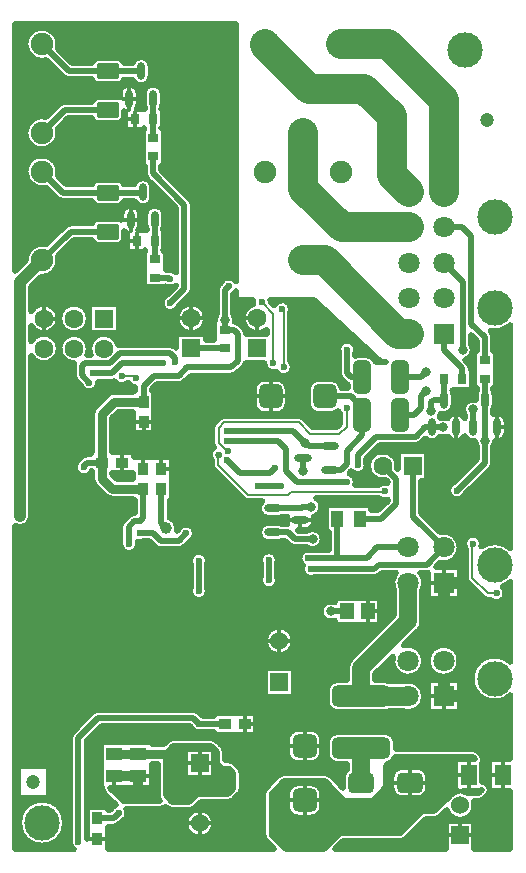
<source format=gbl>
G04 Layer_Physical_Order=2*
G04 Layer_Color=16711680*
%FSLAX24Y24*%
%MOIN*%
G70*
G01*
G75*
%ADD10C,0.0197*%
%ADD11R,0.0394X0.0354*%
%ADD12R,0.0354X0.0276*%
%ADD13R,0.0354X0.0394*%
%ADD14R,0.0276X0.0354*%
%ADD16R,0.0453X0.0571*%
%ADD18O,0.0591X0.0281*%
%ADD19C,0.0472*%
G04:AMPARAMS|DCode=22|XSize=86.6mil|YSize=68.9mil|CornerRadius=17.2mil|HoleSize=0mil|Usage=FLASHONLY|Rotation=0.000|XOffset=0mil|YOffset=0mil|HoleType=Round|Shape=RoundedRectangle|*
%AMROUNDEDRECTD22*
21,1,0.0866,0.0344,0,0,0.0*
21,1,0.0522,0.0689,0,0,0.0*
1,1,0.0344,0.0261,-0.0172*
1,1,0.0344,-0.0261,-0.0172*
1,1,0.0344,-0.0261,0.0172*
1,1,0.0344,0.0261,0.0172*
%
%ADD22ROUNDEDRECTD22*%
G04:AMPARAMS|DCode=24|XSize=110.2mil|YSize=59.1mil|CornerRadius=14.8mil|HoleSize=0mil|Usage=FLASHONLY|Rotation=90.000|XOffset=0mil|YOffset=0mil|HoleType=Round|Shape=RoundedRectangle|*
%AMROUNDEDRECTD24*
21,1,0.1102,0.0295,0,0,90.0*
21,1,0.0807,0.0591,0,0,90.0*
1,1,0.0295,0.0148,0.0404*
1,1,0.0295,0.0148,-0.0404*
1,1,0.0295,-0.0148,-0.0404*
1,1,0.0295,-0.0148,0.0404*
%
%ADD24ROUNDEDRECTD24*%
G04:AMPARAMS|DCode=25|XSize=82.7mil|YSize=78.7mil|CornerRadius=19.7mil|HoleSize=0mil|Usage=FLASHONLY|Rotation=180.000|XOffset=0mil|YOffset=0mil|HoleType=Round|Shape=RoundedRectangle|*
%AMROUNDEDRECTD25*
21,1,0.0827,0.0394,0,0,180.0*
21,1,0.0433,0.0787,0,0,180.0*
1,1,0.0394,-0.0217,0.0197*
1,1,0.0394,0.0217,0.0197*
1,1,0.0394,0.0217,-0.0197*
1,1,0.0394,-0.0217,-0.0197*
%
%ADD25ROUNDEDRECTD25*%
%ADD26O,0.0281X0.0591*%
%ADD33C,0.0079*%
%ADD34C,0.0118*%
%ADD35C,0.0394*%
%ADD37C,0.0984*%
%ADD38R,0.0630X0.0630*%
%ADD39C,0.0630*%
%ADD40C,0.1181*%
%ADD41C,0.0709*%
%ADD42R,0.0709X0.0709*%
%ADD43C,0.0748*%
%ADD44C,0.0600*%
%ADD45R,0.0600X0.0600*%
%ADD46R,0.0630X0.0630*%
%ADD47C,0.0236*%
%ADD48C,0.0394*%
%ADD49C,0.0315*%
%ADD50C,0.0787*%
G04:AMPARAMS|DCode=51|XSize=82.7mil|YSize=78.7mil|CornerRadius=19.7mil|HoleSize=0mil|Usage=FLASHONLY|Rotation=270.000|XOffset=0mil|YOffset=0mil|HoleType=Round|Shape=RoundedRectangle|*
%AMROUNDEDRECTD51*
21,1,0.0827,0.0394,0,0,270.0*
21,1,0.0433,0.0787,0,0,270.0*
1,1,0.0394,-0.0197,-0.0217*
1,1,0.0394,-0.0197,0.0217*
1,1,0.0394,0.0197,0.0217*
1,1,0.0394,0.0197,-0.0217*
%
%ADD51ROUNDEDRECTD51*%
%ADD52R,0.0551X0.0413*%
%ADD53R,0.0551X0.0709*%
G04:AMPARAMS|DCode=54|XSize=194.9mil|YSize=70.9mil|CornerRadius=17.7mil|HoleSize=0mil|Usage=FLASHONLY|Rotation=180.000|XOffset=0mil|YOffset=0mil|HoleType=Round|Shape=RoundedRectangle|*
%AMROUNDEDRECTD54*
21,1,0.1949,0.0354,0,0,180.0*
21,1,0.1594,0.0709,0,0,180.0*
1,1,0.0354,-0.0797,0.0177*
1,1,0.0354,0.0797,0.0177*
1,1,0.0354,0.0797,-0.0177*
1,1,0.0354,-0.0797,-0.0177*
%
%ADD54ROUNDEDRECTD54*%
G04:AMPARAMS|DCode=55|XSize=51.2mil|YSize=72mil|CornerRadius=2.6mil|HoleSize=0mil|Usage=FLASHONLY|Rotation=270.000|XOffset=0mil|YOffset=0mil|HoleType=Round|Shape=RoundedRectangle|*
%AMROUNDEDRECTD55*
21,1,0.0512,0.0669,0,0,270.0*
21,1,0.0461,0.0720,0,0,270.0*
1,1,0.0051,-0.0335,-0.0230*
1,1,0.0051,-0.0335,0.0230*
1,1,0.0051,0.0335,0.0230*
1,1,0.0051,0.0335,-0.0230*
%
%ADD55ROUNDEDRECTD55*%
%ADD56R,0.0413X0.0551*%
%ADD57C,0.0335*%
%ADD58C,0.0315*%
%ADD59C,0.0591*%
%ADD60C,0.0630*%
D10*
X36654Y21161D02*
G03*
X36725Y20977I276J0D01*
G01*
X36654Y21161D02*
G03*
X36725Y20977I276J0D01*
G01*
X40965Y20797D02*
G03*
X41339Y20423I374J0D01*
G01*
Y21565D02*
G03*
X40965Y21191I0J-374D01*
G01*
X41772Y20423D02*
G03*
X42146Y20797I0J374D01*
G01*
Y21191D02*
G03*
X41772Y21565I-374J0D01*
G01*
X44449Y21412D02*
G03*
X44798Y21063I349J0D01*
G01*
X45320D02*
G03*
X45669Y21412I0J349D01*
G01*
X46419Y21183D02*
G03*
X46386Y21150I321J-353D01*
G01*
X46657Y21299D02*
G03*
X46497Y21240I82J-470D01*
G01*
X46982D02*
G03*
X46821Y21299I-242J-411D01*
G01*
X44798Y22106D02*
G03*
X44449Y21757I0J-349D01*
G01*
X44361Y22225D02*
G03*
X44576Y22440I-119J334D01*
G01*
X45669Y21757D02*
G03*
X45320Y22106I-349J0D01*
G01*
X33570Y20252D02*
G03*
X33570Y20252I-768J0D01*
G01*
D02*
G03*
X33570Y20252I-768J0D01*
G01*
X33740Y19722D02*
G03*
X33858Y19367I276J-106D01*
G01*
X35187Y20118D02*
G03*
X35382Y20199I0J276D01*
G01*
X35187Y20118D02*
G03*
X35382Y20199I0J276D01*
G01*
X35474Y20291D02*
G03*
X35650Y20561I-120J270D01*
G01*
D02*
G03*
X35615Y20699I-295J0D01*
G01*
X35264Y20842D02*
G03*
X35085Y20681I90J-281D01*
G01*
X33821Y23276D02*
G03*
X33740Y23081I195J-195D01*
G01*
X33821Y23276D02*
G03*
X33740Y23081I195J-195D01*
G01*
X34675Y24016D02*
G03*
X34480Y23935I0J-276D01*
G01*
X34675Y24016D02*
G03*
X34480Y23935I0J-276D01*
G01*
X34803Y21417D02*
G03*
X34884Y21222I276J0D01*
G01*
X34803Y21417D02*
G03*
X34884Y21222I276J0D01*
G01*
X31917Y30140D02*
G03*
X32441Y30482I150J342D01*
G01*
X31917Y30140D02*
G03*
X32441Y30482I150J342D01*
G01*
X33858Y35167D02*
G03*
X33939Y34972I276J0D01*
G01*
X32441Y35813D02*
G03*
X33360Y36057I427J244D01*
G01*
D02*
G03*
X32441Y36301I-492J0D01*
G01*
X33874Y35565D02*
G03*
X33858Y35472I260J-93D01*
G01*
X34360Y36057D02*
G03*
X33874Y35565I-492J0D01*
G01*
X34478Y31722D02*
G03*
X34576Y31486I335J0D01*
G01*
X34478Y31722D02*
G03*
X34576Y31486I335J0D01*
G01*
X33932Y32235D02*
G03*
X34439Y31933I261J-139D01*
G01*
X33998Y32341D02*
G03*
X33932Y32235I195J-195D01*
G01*
X33998Y32341D02*
G03*
X33932Y32235I195J-195D01*
G01*
X34301Y32530D02*
G03*
X34106Y32449I0J-276D01*
G01*
X34439Y31933D02*
G03*
X34464Y31978I-246J163D01*
G01*
X34911Y31151D02*
G03*
X35148Y31053I237J237D01*
G01*
X35494Y30313D02*
G03*
X35413Y30118I195J-195D01*
G01*
X35494Y30313D02*
G03*
X35413Y30118I195J-195D01*
G01*
X34911Y31151D02*
G03*
X35148Y31053I237J237D01*
G01*
X34301Y32530D02*
G03*
X34106Y32449I0J-276D01*
G01*
X34576Y34115D02*
G03*
X34478Y33878I237J-237D01*
G01*
X34576Y34115D02*
G03*
X34478Y33878I237J-237D01*
G01*
X33858Y35167D02*
G03*
X33939Y34972I276J0D01*
G01*
X34110Y34801D02*
G03*
X34675Y34921I270J120D01*
G01*
X33874Y35565D02*
G03*
X33858Y35472I260J-93D01*
G01*
X34310Y35841D02*
G03*
X34360Y36057I-442J217D01*
G01*
X35217Y34616D02*
G03*
X34980Y34518I0J-335D01*
G01*
X35217Y34616D02*
G03*
X34980Y34518I0J-335D01*
G01*
X35123Y34951D02*
G03*
X35210Y34965I0J276D01*
G01*
X35123Y34951D02*
G03*
X35210Y34965I0J276D01*
G01*
X35348Y36166D02*
G03*
X34426Y35841I-480J-109D01*
G01*
X35403Y36171D02*
G03*
X35348Y36166I0J-276D01*
G01*
X35210Y34965D02*
G03*
X35655Y34913I245J165D01*
G01*
X35403Y36171D02*
G03*
X35348Y36166I0J-276D01*
G01*
X36722Y20699D02*
G03*
X36918Y20781I0J276D01*
G01*
X36951Y20750D02*
G03*
X37146Y20669I195J195D01*
G01*
X36951Y20750D02*
G03*
X37146Y20669I195J195D01*
G01*
X38538Y20226D02*
G03*
X38538Y20226I-477J0D01*
G01*
X37707Y20669D02*
G03*
X37902Y20750I0J276D01*
G01*
X37707Y20669D02*
G03*
X37902Y20750I0J276D01*
G01*
X37175Y23071D02*
G03*
X36980Y22990I0J-276D01*
G01*
X37175Y23071D02*
G03*
X36980Y22990I0J-276D01*
G01*
X36557Y29441D02*
G03*
X36752Y29360I195J195D01*
G01*
X36557Y29441D02*
G03*
X36752Y29360I195J195D01*
G01*
X37772Y23423D02*
G03*
X38147Y23268I270J120D01*
G01*
X37756Y28078D02*
G03*
X38327Y27972I276J-106D01*
G01*
Y28986D02*
G03*
X37756Y28880I-295J0D01*
G01*
X37352Y29360D02*
G03*
X37547Y29441I0J276D01*
G01*
X37352Y29360D02*
G03*
X37547Y29441I0J276D01*
G01*
X38039Y23935D02*
G03*
X37844Y24016I-195J-195D01*
G01*
X38039Y23935D02*
G03*
X37844Y24016I-195J-195D01*
G01*
X35866Y30571D02*
G03*
X35671Y30490I0J-276D01*
G01*
X35866Y30571D02*
G03*
X35671Y30490I0J-276D01*
G01*
X35414Y29538D02*
G03*
X36004Y29528I295J-10D01*
G01*
D02*
G03*
X35990Y29618I-295J0D01*
G01*
D02*
G03*
X36179Y29626I83J283D01*
G01*
X35671Y34913D02*
G03*
X35897Y34767I256J148D01*
G01*
Y34767D02*
G03*
X35909Y34656I294J-23D01*
G01*
X36473D02*
G03*
X36484Y34706I-282J89D01*
G01*
X37301Y29974D02*
G03*
X37313Y30069I-362J95D01*
G01*
X37904Y29892D02*
G03*
X37338Y30012I-295J0D01*
G01*
X37313Y30069D02*
G03*
X37057Y30424I-374J0D01*
G01*
X37728Y29622D02*
G03*
X37904Y29892I-120J270D01*
G01*
X37272Y36091D02*
G03*
X37077Y36171I-195J-195D01*
G01*
X37272Y36091D02*
G03*
X37077Y36171I-195J-195D01*
G01*
X37352Y34862D02*
G03*
X37547Y34943I0J276D01*
G01*
X37352Y34862D02*
G03*
X37547Y34943I0J276D01*
G01*
X32943Y39530D02*
G03*
X32249Y38975I-143J-532D01*
G01*
X32441Y36813D02*
G03*
X33360Y37057I427J244D01*
G01*
D02*
G03*
X32441Y37301I-492J0D01*
G01*
X32778Y38446D02*
G03*
X33351Y38997I22J551D01*
G01*
X34360Y37057D02*
G03*
X34360Y37057I-492J0D01*
G01*
X33351Y38997D02*
G03*
X33332Y39140I-551J0D01*
G01*
X33304Y41056D02*
G03*
X33499Y40975I195J195D01*
G01*
X33332Y41807D02*
G03*
X33351Y41950I-532J143D01*
G01*
X33304Y41056D02*
G03*
X33499Y40975I195J195D01*
G01*
X33754Y40226D02*
G03*
X33559Y40146I0J-276D01*
G01*
X33754Y40226D02*
G03*
X33559Y40146I0J-276D01*
G01*
X34468Y39675D02*
G03*
X34665Y39518I198J45D01*
G01*
Y40384D02*
G03*
X34468Y40226I0J-203D01*
G01*
X35444Y40352D02*
G03*
X35335Y40384I-109J-171D01*
G01*
Y39518D02*
G03*
X35537Y39720I0J203D01*
G01*
X34468Y40975D02*
G03*
X34665Y40818I198J45D01*
G01*
Y41684D02*
G03*
X34468Y41526I0J-203D01*
G01*
X35335Y40818D02*
G03*
X35532Y40975I0J203D01*
G01*
Y41526D02*
G03*
X35335Y41684I-198J-45D01*
G01*
X33351Y41950D02*
G03*
X32943Y41418I-551J0D01*
G01*
Y43780D02*
G03*
X33351Y43247I-143J-532D01*
G01*
D02*
G03*
X33332Y43390I-551J0D01*
G01*
X33558Y44281D02*
G03*
X33363Y44200I0J-276D01*
G01*
X33558Y44281D02*
G03*
X33363Y44200I0J-276D01*
G01*
X33351Y46200D02*
G03*
X32943Y45668I-551J0D01*
G01*
X33332Y46057D02*
G03*
X33351Y46200I-532J143D01*
G01*
X34468Y43730D02*
G03*
X34665Y43572I198J45D01*
G01*
Y44439D02*
G03*
X34468Y44281I0J-203D01*
G01*
X35335Y43572D02*
G03*
X35537Y43775I0J203D01*
G01*
Y43966D02*
G03*
X35581Y43943I169J269D01*
G01*
X33500Y45111D02*
G03*
X33694Y45030I195J195D01*
G01*
X33500Y45111D02*
G03*
X33694Y45030I195J195D01*
G01*
X34468D02*
G03*
X34665Y44872I198J45D01*
G01*
Y45739D02*
G03*
X34468Y45581I0J-203D01*
G01*
X35388Y44431D02*
G03*
X35335Y44439I-54J-195D01*
G01*
Y44872D02*
G03*
X35531Y45024I0J203D01*
G01*
X35534Y45575D02*
G03*
X35335Y45739I-199J-40D01*
G01*
X36957Y37839D02*
G03*
X37347Y37449I120J-270D01*
G01*
X35537Y39970D02*
G03*
X35640Y39902I224J225D01*
G01*
X36012Y40000D02*
G03*
X36079Y40195I-251J195D01*
G01*
Y40505D02*
G03*
X35444Y40505I-318J0D01*
G01*
X36244Y40195D02*
G03*
X36286Y40037I318J0D01*
G01*
X36837D02*
G03*
X36879Y40195I-276J158D01*
G01*
Y40505D02*
G03*
X36244Y40505I-318J0D01*
G01*
X37174Y38655D02*
G03*
X37037Y38691I-136J-240D01*
G01*
X36919Y38126D02*
G03*
X37274Y38156I157J250D01*
G01*
X37174Y38655D02*
G03*
X37037Y38691I-136J-240D01*
G01*
X37274Y38596D02*
G03*
X37174Y38655I-197J-220D01*
G01*
X38268Y37063D02*
G03*
X38268Y37063I-492J0D01*
G01*
X37744Y37846D02*
G03*
X37825Y38041I-195J195D01*
G01*
X37744Y37846D02*
G03*
X37825Y38041I-195J195D01*
G01*
X35968Y44055D02*
G03*
X36023Y44235I-262J180D01*
G01*
X36335Y41680D02*
G03*
X35864Y41526I-174J-266D01*
G01*
X36230Y41900D02*
G03*
X36311Y41705I276J0D01*
G01*
X35872Y40975D02*
G03*
X36479Y41105I290J130D01*
G01*
X36230Y41900D02*
G03*
X36311Y41705I276J0D01*
G01*
X36188Y44235D02*
G03*
X36230Y44077I318J0D01*
G01*
X36023Y44545D02*
G03*
X35388Y44545I-318J0D01*
G01*
X35812Y45024D02*
G03*
X36423Y45145I294J121D01*
G01*
Y45455D02*
G03*
X35812Y45575I-318J0D01*
G01*
X36823Y44545D02*
G03*
X36188Y44545I-318J0D01*
G01*
X36479Y41415D02*
G03*
X36427Y41589I-318J0D01*
G01*
X37825Y40856D02*
G03*
X37744Y41051I-276J0D01*
G01*
X37825Y40856D02*
G03*
X37744Y41051I-276J0D01*
G01*
X36781Y44077D02*
G03*
X36823Y44235I-276J158D01*
G01*
X39016Y20945D02*
G03*
X39211Y21026I0J276D01*
G01*
X39016Y20945D02*
G03*
X39211Y21026I0J276D01*
G01*
X39459Y21900D02*
G03*
X39378Y22094I-276J0D01*
G01*
X39459Y21900D02*
G03*
X39378Y22094I-276J0D01*
G01*
Y21193D02*
G03*
X39459Y21388I-195J195D01*
G01*
X39378Y21193D02*
G03*
X39459Y21388I-195J195D01*
G01*
X38630Y22990D02*
G03*
X38435Y23071I-195J-195D01*
G01*
X38630Y22990D02*
G03*
X38435Y23071I-195J-195D01*
G01*
X38907Y22598D02*
G03*
X38827Y22793I-276J0D01*
G01*
X38907Y22598D02*
G03*
X38827Y22793I-276J0D01*
G01*
X39220Y22252D02*
G03*
X39026Y22333I-195J-195D01*
G01*
X39220Y22252D02*
G03*
X39026Y22333I-195J-195D01*
G01*
X40177Y19843D02*
G03*
X40258Y19648I276J0D01*
G01*
X40177Y19843D02*
G03*
X40258Y19648I276J0D01*
G01*
Y21405D02*
G03*
X40177Y21211I195J-195D01*
G01*
X40258Y21405D02*
G03*
X40177Y21211I195J-195D01*
G01*
X40876Y21909D02*
G03*
X40681Y21829I0J-276D01*
G01*
X40876Y21909D02*
G03*
X40681Y21829I0J-276D01*
G01*
X42419D02*
G03*
X42224Y21909I-195J-195D01*
G01*
X42419Y21829D02*
G03*
X42224Y21909I-195J-195D01*
G01*
X42972Y22035D02*
G03*
X42835Y21757I212J-278D01*
G01*
X40965Y22608D02*
G03*
X41339Y22234I374J0D01*
G01*
Y23376D02*
G03*
X40965Y23002I0J-374D01*
G01*
X41772Y22234D02*
G03*
X42146Y22608I0J374D01*
G01*
Y23002D02*
G03*
X41772Y23376I-374J0D01*
G01*
X42293Y22559D02*
G03*
X42648Y22205I354J0D01*
G01*
Y23268D02*
G03*
X42293Y22913I0J-354D01*
G01*
X38327Y27972D02*
G03*
X38307Y28078I-295J0D01*
G01*
X40089Y28433D02*
G03*
X40659Y28327I276J-106D01*
G01*
D02*
G03*
X40640Y28433I-295J0D01*
G01*
X41186Y26309D02*
G03*
X41186Y26309I-477J0D01*
G01*
X41499Y28836D02*
G03*
X41868Y28425I262J-135D01*
G01*
X42293Y24291D02*
G03*
X42648Y23937I354J0D01*
G01*
Y25000D02*
G03*
X42293Y24646I0J-354D01*
G01*
X44242Y23937D02*
G03*
X44404Y23976I0J354D01*
G01*
Y24961D02*
G03*
X44242Y25000I-162J-315D01*
G01*
X43111Y25738D02*
G03*
X42972Y25404I334J-334D01*
G01*
X43111Y25738D02*
G03*
X42972Y25404I334J-334D01*
G01*
X42559Y27598D02*
G03*
X42559Y26988I-138J-305D01*
G01*
X43868Y28425D02*
G03*
X44063Y28506I0J276D01*
G01*
X43868Y28425D02*
G03*
X44063Y28506I0J276D01*
G01*
X44744Y19636D02*
G03*
X44939Y19717I0J276D01*
G01*
X44744Y19636D02*
G03*
X44939Y19717I0J276D01*
G01*
X45876Y20364D02*
G03*
X46071Y20445I0J276D01*
G01*
X45876Y20364D02*
G03*
X46071Y20445I0J276D01*
G01*
X46291Y20665D02*
G03*
X47217Y20829I448J164D01*
G01*
X44596Y22913D02*
G03*
X44242Y23268I-354J0D01*
G01*
X44798Y23976D02*
G03*
X45539Y24465I209J489D01*
G01*
X47217Y20829D02*
G03*
X47197Y20965I-477J0D01*
G01*
X47352D02*
G03*
X47547Y21045I0J276D01*
G01*
X47352Y20965D02*
G03*
X47547Y21045I0J276D01*
G01*
X47646Y21144D02*
G03*
X47724Y21299I-195J195D01*
G01*
X47717Y21412D02*
G03*
X47480Y21613I-266J-73D01*
G01*
Y22238D02*
G03*
X47510Y22362I-246J124D01*
G01*
X47480Y22238D02*
G03*
X47510Y22362I-246J124D01*
G01*
X47350Y22636D02*
G03*
X47156Y22717I-195J-195D01*
G01*
X47350Y22636D02*
G03*
X47156Y22717I-195J-195D01*
G01*
X47510Y22362D02*
G03*
X47429Y22557I-276J0D01*
G01*
X47510Y22362D02*
G03*
X47429Y22557I-276J0D01*
G01*
X47726Y21339D02*
G03*
X47717Y21412I-276J0D01*
G01*
X47724Y21299D02*
G03*
X47726Y21339I-273J39D01*
G01*
X45539Y24465D02*
G03*
X44815Y24961I-531J0D01*
G01*
X44494Y25784D02*
G03*
X45539Y25646I513J-138D01*
G01*
D02*
G03*
X44869Y26159I-531J0D01*
G01*
X45341Y26632D02*
G03*
X45480Y26966I-334J334D01*
G01*
X45341Y26632D02*
G03*
X45480Y26966I-334J334D01*
G01*
X44597Y28583D02*
G03*
X44535Y28001I410J-338D01*
G01*
X45539Y28244D02*
G03*
X45417Y28583I-531J0D01*
G01*
X45480Y28001D02*
G03*
X45539Y28244I-472J243D01*
G01*
X46720Y25646D02*
G03*
X46720Y25646I-531J0D01*
G01*
X48413Y25617D02*
G03*
X48413Y24494I-524J-561D01*
G01*
Y25617D02*
G03*
X48413Y24494I-524J-561D01*
G01*
X46929Y28406D02*
G03*
X46993Y28252I217J0D01*
G01*
X46929Y28406D02*
G03*
X46993Y28252I217J0D01*
G01*
X47504Y27741D02*
G03*
X47657Y27677I153J153D01*
G01*
X47504Y27741D02*
G03*
X47657Y27677I153J153D01*
G01*
X47752D02*
G03*
X48248Y27894I201J217D01*
G01*
X48150Y28113D02*
G03*
X48413Y28274I-261J722D01*
G01*
X48150Y28113D02*
G03*
X48413Y28274I-261J722D01*
G01*
X48248Y27894D02*
G03*
X48150Y28113I-295J0D01*
G01*
X38307Y28880D02*
G03*
X38327Y28986I-276J106D01*
G01*
X40640Y28900D02*
G03*
X40659Y29006I-276J106D01*
G01*
D02*
G03*
X40089Y28900I-295J0D01*
G01*
X40352Y30242D02*
G03*
X40352Y29607I0J-318D01*
G01*
X41035Y29510D02*
G03*
X41230Y29429I195J195D01*
G01*
X41035Y29510D02*
G03*
X41230Y29429I195J195D01*
G01*
X40662Y29607D02*
G03*
X40820Y29649I0J318D01*
G01*
Y30200D02*
G03*
X40662Y30242I-158J-276D01*
G01*
Y30407D02*
G03*
X40820Y30449I0J318D01*
G01*
X40970D02*
G03*
X40970Y30200I292J-124D01*
G01*
X38465Y32165D02*
G03*
X38528Y32012I217J0D01*
G01*
X38465Y32165D02*
G03*
X38528Y32012I217J0D01*
G01*
X38474Y32914D02*
G03*
X38537Y32762I217J0D01*
G01*
D02*
G03*
X38465Y32320I154J-252D01*
G01*
X38474Y32914D02*
G03*
X38537Y32762I217J0D01*
G01*
X39512Y31028D02*
G03*
X39665Y30965I153J153D01*
G01*
X40144D02*
G03*
X40352Y30407I208J-240D01*
G01*
X39512Y31028D02*
G03*
X39665Y30965I153J153D01*
G01*
X38538Y33568D02*
G03*
X38474Y33415I153J-153D01*
G01*
X38538Y33569D02*
G03*
X38474Y33415I153J-153D01*
G01*
X38868Y33809D02*
G03*
X38715Y33745I0J-217D01*
G01*
X38868Y33809D02*
G03*
X38715Y33746I0J-217D01*
G01*
X39852Y34242D02*
G03*
X40226Y33868I374J0D01*
G01*
X40620D02*
G03*
X40994Y34242I0J374D01*
G01*
X41779Y29350D02*
G03*
X41499Y28836I-106J-276D01*
G01*
X41631Y29429D02*
G03*
X42156Y29705I190J276D01*
G01*
D02*
G03*
X41631Y29980I-335J0D01*
G01*
X41572Y30007D02*
G03*
X41890Y30325I0J318D01*
G01*
D02*
G03*
X41863Y30453I-318J0D01*
G01*
Y30453D02*
G03*
X42116Y30778I-81J325D01*
G01*
D02*
G03*
X41939Y31073I-335J0D01*
G01*
X41522Y33745D02*
G03*
X41368Y33809I-153J-153D01*
G01*
X41521Y33746D02*
G03*
X41368Y33809I-153J-153D01*
G01*
X41663Y34242D02*
G03*
X42037Y33868I374J0D01*
G01*
X42431D02*
G03*
X42680Y33963I0J374D01*
G01*
X43237Y31506D02*
G03*
X43258Y31614I-275J108D01*
G01*
D02*
G03*
X43053Y31895I-295J0D01*
G01*
X42680Y33963D02*
G03*
X42736Y33874I273J112D01*
G01*
X42906Y34904D02*
G03*
X43002Y34841I195J195D01*
G01*
X42906Y34904D02*
G03*
X43002Y34841I195J195D01*
G01*
X39114Y35157D02*
G03*
X39309Y35238I0J276D01*
G01*
X39114Y35157D02*
G03*
X39309Y35238I0J276D01*
G01*
X39526Y35455D02*
G03*
X39595Y35571I-195J195D01*
G01*
X39526Y35455D02*
G03*
X39595Y35571I-195J195D01*
G01*
X39606Y36555D02*
G03*
X39526Y36750I-276J0D01*
G01*
X39606Y36555D02*
G03*
X39526Y36750I-276J0D01*
G01*
X39840Y37535D02*
G03*
X40285Y36677I141J-472D01*
G01*
X38622Y37208D02*
G03*
X38564Y36988I276J-190D01*
G01*
X39225Y36948D02*
G03*
X39231Y36988I-327J69D01*
G01*
X39232Y37018D02*
G03*
X39173Y37208I-335J0D01*
G01*
X38703Y38197D02*
G03*
X38622Y38002I195J-195D01*
G01*
X38703Y38197D02*
G03*
X38622Y38002I195J-195D01*
G01*
X39408Y36868D02*
G03*
X39252Y36946I-195J-195D01*
G01*
X39408Y36868D02*
G03*
X39252Y36946I-195J-195D01*
G01*
X39173Y37874D02*
G03*
X39272Y37967I-148J256D01*
G01*
Y38293D02*
G03*
X38756Y38250I-246J-163D01*
G01*
X39841Y37667D02*
G03*
X39840Y37535I287J-69D01*
G01*
X40226Y35049D02*
G03*
X39852Y34675I0J-374D01*
G01*
X40994D02*
G03*
X40620Y35049I-374J0D01*
G01*
X40207Y35571D02*
G03*
X40605Y35294I295J0D01*
G01*
X40605D02*
G03*
X41161Y35433I261J139D01*
G01*
D02*
G03*
X41083Y35634I-295J0D01*
G01*
X42037Y35049D02*
G03*
X41663Y34675I0J-374D01*
G01*
X42800Y34734D02*
G03*
X42431Y35049I-369J-59D01*
G01*
X42697Y35226D02*
G03*
X42778Y35032I276J0D01*
G01*
X42697Y35226D02*
G03*
X42778Y35032I276J0D01*
G01*
X41083Y37266D02*
G03*
X41102Y37372I-276J106D01*
G01*
D02*
G03*
X40538Y37494I-295J0D01*
G01*
X40423Y37610D02*
G03*
X40415Y37667I-295J-11D01*
G01*
X43327Y35827D02*
G03*
X43248Y35817I0J-325D01*
G01*
X43268Y36024D02*
G03*
X42697Y35918I-295J0D01*
G01*
X43248D02*
G03*
X43268Y36024I-276J106D01*
G01*
X44033Y31073D02*
G03*
X44321Y31021I190J226D01*
G01*
Y31578D02*
G03*
X44012Y31506I-98J-278D01*
G01*
X43116Y31959D02*
G03*
X43622Y32165I211J207D01*
G01*
D02*
G03*
X43602Y32271I-295J0D01*
G01*
X44650Y32146D02*
G03*
X44251Y31662I-492J0D01*
G01*
X44641Y32052D02*
G03*
X44650Y32146I-483J93D01*
G01*
X45621Y28583D02*
G03*
X45657Y28585I0J276D01*
G01*
X45621Y28583D02*
G03*
X45657Y28585I0J276D01*
G01*
X46062Y28909D02*
G03*
X46720Y29426I126J516D01*
G01*
D02*
G03*
X46062Y29942I-531J0D01*
G01*
X48413Y29396D02*
G03*
X47445Y29461I-524J-561D01*
G01*
X48413Y29396D02*
G03*
X47445Y29461I-524J-561D01*
G01*
X47445D02*
G03*
X47461Y29557I-279J96D01*
G01*
D02*
G03*
X46929Y29380I-295J0D01*
G01*
X46516Y31590D02*
G03*
X46906Y31201I120J-270D01*
G01*
X47764Y32058D02*
G03*
X47844Y32253I-195J195D01*
G01*
X47764Y32058D02*
G03*
X47844Y32253I-195J195D01*
G01*
X45256Y32844D02*
G03*
X45451Y32925I0J276D01*
G01*
X45256Y32844D02*
G03*
X45451Y32925I0J276D01*
G01*
X45580Y33055D02*
G03*
X46072Y33109I224J225D01*
G01*
X46082Y33745D02*
G03*
X46058Y33782I-277J-155D01*
G01*
D02*
G03*
X46105Y33889I-278J187D01*
G01*
X46072Y33109D02*
G03*
X46328Y33124I109J316D01*
G01*
X46319Y33730D02*
G03*
X46082Y33745I-138J-305D01*
G01*
X46328Y33124D02*
G03*
X46888Y33138I277J156D01*
G01*
D02*
G03*
X47235Y32969I284J142D01*
G01*
X46888Y33732D02*
G03*
X46319Y33730I-284J-142D01*
G01*
X46105Y33889D02*
G03*
X46522Y34190I99J302D01*
G01*
X47255Y34348D02*
G03*
X46890Y33836I-90J-322D01*
G01*
X46522Y34500D02*
G03*
X46480Y34658I-318J0D01*
G01*
X43928Y35610D02*
G03*
X43622Y35827I-306J-108D01*
G01*
X47087Y35394D02*
G03*
X47006Y35589I-276J0D01*
G01*
X47087Y35394D02*
G03*
X47006Y35589I-276J0D01*
G01*
X46915Y35680D02*
G03*
X47165Y36004I-84J324D01*
G01*
D02*
G03*
X47106Y36194I-335J0D01*
G01*
X47235Y32969D02*
G03*
X47293Y32792I334J14D01*
G01*
X47844D02*
G03*
X47903Y32970I-276J190D01*
G01*
X47293Y34651D02*
G03*
X47255Y34500I279J-151D01*
G01*
X47890D02*
G03*
X47844Y34664I-318J0D01*
G01*
X47848Y34032D02*
G03*
X47890Y34190I-276J158D01*
G01*
X47903Y32970D02*
G03*
X48290Y33280I69J310D01*
G01*
Y33590D02*
G03*
X47848Y33882I-318J0D01*
G01*
X47844Y36437D02*
G03*
X47764Y36632I-276J0D01*
G01*
X47844Y36437D02*
G03*
X47764Y36632I-276J0D01*
G01*
X47748Y36647D02*
G03*
X48413Y36828I152J753D01*
G01*
X47748Y36647D02*
G03*
X48413Y36828I152J753D01*
G01*
X36506Y43080D02*
Y44390D01*
X38041Y23543D02*
X38898D01*
X35187Y20394D02*
X35354Y20561D01*
X34646Y20394D02*
X35187D01*
X34675Y23740D02*
X37844D01*
X34016Y23081D02*
X34675Y23740D01*
X34016Y19616D02*
Y23081D01*
X37844Y23740D02*
X38041Y23543D01*
X46811Y35030D02*
Y35394D01*
X46199Y36006D02*
X46811Y35394D01*
X46199Y36006D02*
Y36554D01*
X46201Y35030D02*
X46204Y35026D01*
Y34345D02*
Y35026D01*
X46831Y36004D02*
Y37096D01*
X46841Y37106D01*
X47116Y36890D02*
Y39793D01*
Y36890D02*
X47569Y36437D01*
Y35659D02*
Y36437D01*
X46813Y40097D02*
X47116Y39793D01*
X46841Y37106D02*
X46841Y37106D01*
X32800Y46200D02*
X33694Y45306D01*
X35000D01*
X32800Y43247D02*
X33558Y44006D01*
X35000D01*
Y45306D02*
X35006Y45300D01*
X36106D01*
X37077Y37569D02*
X37549Y38041D01*
Y40856D01*
X36506Y41900D02*
X37549Y40856D01*
X36506Y41900D02*
Y42470D01*
X37037Y38415D02*
X37077Y38376D01*
X36565Y38415D02*
X37037D01*
X36152Y41251D02*
X36161Y41260D01*
X35000Y41251D02*
X36152D01*
X32800Y38997D02*
X33754Y39951D01*
X35000D01*
X32800Y41950D02*
X33499Y41251D01*
X35000D01*
X36561Y39649D02*
X36565Y39646D01*
X36561Y39649D02*
Y40350D01*
X36565Y39026D02*
X36565Y39025D01*
X36565Y39026D02*
Y39646D01*
X34508Y35226D02*
X35123D01*
X37077Y35896D02*
X37234Y35738D01*
Y35610D02*
Y35738D01*
X34134Y35167D02*
X34380Y34921D01*
X34134Y35167D02*
Y35472D01*
X37776Y36063D02*
X38898D01*
Y36673D02*
Y37018D01*
X41496Y32392D02*
X41506Y32382D01*
Y31988D02*
Y32382D01*
X41555Y32923D02*
X41687Y32792D01*
X42406D01*
X44734Y33858D02*
X45197D01*
X45423Y34085D01*
Y34469D01*
X45600Y34646D01*
X46171Y33435D02*
X46181Y33425D01*
X45780Y33968D02*
Y34264D01*
X46199Y38916D02*
X46841Y38274D01*
Y37106D02*
Y38274D01*
X45433Y35098D02*
X45600Y35266D01*
X44734Y35098D02*
X45433D01*
X45861Y34345D02*
X46204D01*
X45780Y34264D02*
X45861Y34345D01*
X47165Y33442D02*
X47172Y33435D01*
X47165Y33442D02*
Y34026D01*
X45804Y33435D02*
X46171D01*
X46199Y36554D02*
X46201Y36552D01*
X47569Y32982D02*
X47572Y32986D01*
Y34345D01*
X46199Y40097D02*
X46813D01*
X47569Y34349D02*
X47572Y34345D01*
X47569Y34349D02*
Y35049D01*
X42421Y27293D02*
X42963D01*
X40709Y24931D02*
X40709Y24931D01*
X41762Y28701D02*
X43868D01*
X44026Y28858D01*
X45621D01*
X46188Y29426D01*
X36781Y30226D02*
Y31388D01*
X36181Y30413D02*
Y31388D01*
X36486Y29902D02*
X36752Y29636D01*
X37352D01*
X37608Y29892D01*
X39990Y31486D02*
X40768D01*
X39409Y31900D02*
X40394D01*
X40561Y32067D01*
X36191Y34281D02*
Y34744D01*
X35477Y35581D02*
X36821D01*
X35123Y35226D02*
X35477Y35581D01*
X35403Y35896D02*
X37077D01*
X35072Y35565D02*
X35403Y35896D01*
X34226Y35565D02*
X35072D01*
X34134Y35472D02*
X34226Y35565D01*
X34301Y32254D02*
X34813D01*
X38031Y27972D02*
Y28986D01*
X40364Y28327D02*
Y29006D01*
X45256Y33120D02*
X45571Y33435D01*
X45804D01*
X36063Y30295D02*
X36181Y30413D01*
X35866Y30295D02*
X36063D01*
X35689Y30118D02*
X35866Y30295D01*
X35689Y29547D02*
Y30118D01*
X36781Y30226D02*
X36939Y30069D01*
X36073Y29902D02*
X36486D01*
X35689Y29547D02*
X35709Y29528D01*
X36191Y34744D02*
Y34803D01*
X36526Y35138D01*
X37352D01*
X37648Y35433D01*
X39114D01*
X39331Y35650D01*
X38898Y36673D02*
X39213D01*
X39331Y35650D02*
Y36555D01*
X39213Y36673D02*
X39331Y36555D01*
X38957Y33297D02*
X41181D01*
X41555Y32923D01*
X40925Y31978D02*
Y32697D01*
Y31978D02*
X41299Y31604D01*
X42953D01*
X40659Y32963D02*
X40925Y32697D01*
X38976Y32963D02*
X40659D01*
X38681Y32500D02*
X38691Y32510D01*
X38976Y32333D02*
X39409Y31900D01*
X38898Y38002D02*
X39026Y38130D01*
X38898Y37018D02*
Y38002D01*
X34193Y32146D02*
X34301Y32254D01*
X34193Y32096D02*
Y32146D01*
X42234Y34459D02*
X43091D01*
X43474Y34075D01*
Y33858D02*
Y34075D01*
X42963Y32657D02*
X43474Y33169D01*
Y33858D01*
X43947Y33120D02*
X45256D01*
X43327Y32500D02*
X43947Y33120D01*
X42953Y31604D02*
X42963Y31614D01*
X42406Y31992D02*
X42759D01*
X42963Y32195D01*
X43327Y32165D02*
Y32500D01*
X46636Y31320D02*
X47569Y32253D01*
Y32982D01*
X40507Y30725D02*
X41443D01*
X41496Y30778D01*
X41782D01*
X42648Y29075D02*
Y30384D01*
X42648Y29075D02*
X42648Y29075D01*
X41673Y29075D02*
X42648D01*
X43396Y30384D02*
X44114D01*
X44596Y30866D01*
Y31707D01*
X44157Y32146D02*
X44596Y31707D01*
X40507Y29925D02*
X41010D01*
X41230Y29705D01*
X41821D01*
X45157Y30456D02*
X46188Y29426D01*
X45157Y30456D02*
Y32146D01*
X42648Y29075D02*
X43632D01*
X43983Y29426D01*
X45007D01*
X42963Y32195D02*
Y32657D01*
X42972Y35226D02*
Y36024D01*
Y35226D02*
X43100Y35098D01*
X43474D01*
X36929Y21161D02*
X37146Y20945D01*
X36929Y21161D02*
Y22549D01*
X37008Y21083D02*
Y22628D01*
X37638Y20945D02*
Y21749D01*
X37087Y21004D02*
Y22707D01*
X37146Y20945D02*
X37707D01*
X37323D02*
Y22795D01*
X37165Y20945D02*
Y22785D01*
X37244Y20945D02*
Y22795D01*
X37559Y20945D02*
Y22795D01*
X37401Y20945D02*
Y22795D01*
X37480Y20945D02*
Y22795D01*
X36929Y21181D02*
X37943D01*
X36929Y21260D02*
X39055D01*
X36929Y21339D02*
X39134D01*
X37707Y20945D02*
X37982Y21220D01*
X37067Y21024D02*
X37785D01*
X36988Y21102D02*
X37864D01*
X36929Y21417D02*
X39183D01*
X36929Y21575D02*
X39183D01*
X36929Y21496D02*
X39183D01*
X37716Y20955D02*
Y21749D01*
X37795Y21033D02*
Y21749D01*
X36929Y21653D02*
X39183D01*
X36929Y22047D02*
X37584D01*
X36929Y22205D02*
X37584D01*
X36929Y22126D02*
X37584D01*
X36929Y21811D02*
X37584D01*
X36929Y21968D02*
X37584D01*
X36929Y21890D02*
X37584D01*
X36929Y22362D02*
X37584D01*
X36929Y22549D02*
X37175Y22795D01*
X36929Y22441D02*
X37584D01*
Y21749D02*
Y22704D01*
X37057Y22677D02*
X37584D01*
X36929Y22283D02*
X37584D01*
X36929Y21732D02*
X39183D01*
X36978Y22598D02*
X37584D01*
X36929Y22520D02*
X37584D01*
Y21749D02*
X38538D01*
X37584Y22704D02*
X38527D01*
X37638D02*
Y22795D01*
X37175D02*
X38435D01*
X37136Y22756D02*
X38474D01*
X37874Y22704D02*
Y22795D01*
X37716Y22704D02*
Y22795D01*
X37795Y22704D02*
Y22795D01*
X37874Y21112D02*
Y21749D01*
X37953Y21191D02*
Y21749D01*
X38031Y21220D02*
Y21749D01*
X38268Y21220D02*
Y21749D01*
X38110Y21220D02*
Y21749D01*
X38189Y21220D02*
Y21749D01*
X38425Y21220D02*
Y21749D01*
X38346Y21220D02*
Y21749D01*
X38504Y21220D02*
Y21749D01*
X38538D02*
Y22692D01*
X38583Y21220D02*
Y22648D01*
X37982Y21220D02*
X39016D01*
X38538Y21890D02*
X39183D01*
X38538Y21811D02*
X39183D01*
X39016Y21220D02*
X39183Y21388D01*
X39134Y21339D02*
Y21949D01*
X39183Y21388D02*
Y21900D01*
X38819Y21220D02*
Y22057D01*
X38661Y21220D02*
Y22205D01*
X38740Y21220D02*
Y22126D01*
X38898Y21220D02*
Y22057D01*
X38976Y21220D02*
Y22057D01*
X39055Y21260D02*
Y22028D01*
X38031Y22704D02*
Y22795D01*
X38632Y22234D02*
Y22598D01*
X38110Y22704D02*
Y22795D01*
X38538Y22283D02*
X38632D01*
X38268Y22704D02*
Y22795D01*
X37953Y22704D02*
Y22795D01*
X38189Y22704D02*
Y22795D01*
X38435D02*
X38527Y22704D01*
X38346D02*
Y22795D01*
X38425Y22704D02*
Y22795D01*
X38538Y21968D02*
X39114D01*
X38538Y22205D02*
X38661D01*
X38538Y22047D02*
X39035D01*
X39026Y22057D02*
X39183Y21900D01*
X38538Y22126D02*
X38740D01*
X38809Y22057D02*
X39026D01*
X38538Y22520D02*
X38632D01*
X38538Y22692D02*
X38632Y22598D01*
X38538Y22598D02*
X38632D01*
Y22234D02*
X38809Y22057D01*
X38538Y22441D02*
X38632D01*
X38538Y22362D02*
X38632D01*
X35590Y20974D02*
Y21417D01*
X35748Y20974D02*
Y21417D01*
X35669Y20974D02*
Y21417D01*
X35079D02*
X35522Y20974D01*
X35512Y20984D02*
Y21417D01*
X35433Y21063D02*
Y21417D01*
X35394Y21102D02*
X36660D01*
X35522Y20974D02*
X36722D01*
X35472Y21024D02*
X36690D01*
X35827Y20974D02*
Y21417D01*
X35984Y20974D02*
Y21417D01*
X35905Y20974D02*
Y21417D01*
X35118Y21378D02*
Y21417D01*
X35276Y21221D02*
Y21417D01*
X35197Y21299D02*
Y21417D01*
X35079D02*
X35551D01*
X35354Y21142D02*
Y21417D01*
X35158Y21339D02*
X36654D01*
X35315Y21181D02*
X36654D01*
X35236Y21260D02*
X36654D01*
X35079Y21417D02*
X36654D01*
X35551Y21417D02*
X35669D01*
X36457D01*
X35551D02*
X35669D01*
X36299Y20974D02*
Y21417D01*
X36457Y20974D02*
Y21417D01*
X36378Y20974D02*
Y21417D01*
X36063Y20974D02*
Y21417D01*
X36220Y20974D02*
Y21417D01*
X36142Y20974D02*
Y21417D01*
X36693Y20974D02*
Y21020D01*
X36535Y20974D02*
Y22215D01*
X36457Y21417D02*
Y22165D01*
X36614Y20974D02*
Y22215D01*
X36654Y21161D02*
Y22215D01*
X36457Y21653D02*
X36654D01*
X36457Y21496D02*
X36654D01*
X36457Y21575D02*
X36654D01*
X36457Y21732D02*
X36654D01*
X36457Y21968D02*
X36654D01*
X36457Y21811D02*
X36654D01*
X36457Y21890D02*
X36654D01*
X36457Y22205D02*
X36654D01*
X36457Y22215D02*
X36654D01*
X36457Y22047D02*
X36654D01*
X36457Y22126D02*
X36654D01*
X40453Y19843D02*
X40929Y19367D01*
X42191D01*
X41260D02*
Y20432D01*
X40925Y19370D02*
X42195D01*
X41181Y19367D02*
Y20458D01*
X40847Y19449D02*
X42274D01*
X40768Y19528D02*
X42352D01*
X41732Y19367D02*
Y20423D01*
X41653Y19367D02*
Y20423D01*
X41811Y19367D02*
Y20425D01*
X41890Y19367D02*
Y20442D01*
X41417Y19367D02*
Y20423D01*
X41339Y19367D02*
Y20423D01*
X41575Y19367D02*
Y20423D01*
X41496Y19367D02*
Y20423D01*
X40709Y19587D02*
Y21466D01*
X40787Y19508D02*
Y21545D01*
X40866Y19429D02*
Y21624D01*
X40945Y19367D02*
Y21634D01*
X40453Y19843D02*
Y21211D01*
X40472Y19823D02*
Y21230D01*
X40551Y19744D02*
Y21309D01*
X40630Y19665D02*
Y21388D01*
X41102Y19367D02*
Y20507D01*
X41024Y19367D02*
Y20596D01*
X41968Y19367D02*
Y20479D01*
X42047Y19367D02*
Y20544D01*
X42126Y19367D02*
Y20677D01*
X42205Y19380D02*
Y21634D01*
X42362Y19537D02*
Y21496D01*
X42283Y19459D02*
Y21575D01*
X40532Y19764D02*
X42589D01*
X40453Y19842D02*
X42667D01*
X40453Y19921D02*
X44754D01*
X40453Y20000D02*
X44833D01*
X40453Y20079D02*
X44911D01*
X40453Y20157D02*
X44990D01*
X40453Y20236D02*
X45069D01*
X40453Y20315D02*
X45148D01*
X40689Y19606D02*
X42431D01*
X40610Y19685D02*
X42510D01*
X42736Y19911D02*
X44744D01*
X42191Y19367D02*
X42736Y19911D01*
X42992D02*
Y20974D01*
X42913Y19911D02*
Y20974D01*
X43150Y19911D02*
Y20974D01*
X43071Y19911D02*
Y20974D01*
X42520Y19695D02*
Y21339D01*
X42441Y19616D02*
Y21417D01*
X42677Y19852D02*
Y21181D01*
X42598Y19774D02*
Y21260D01*
X42835Y19911D02*
Y21024D01*
X42756Y19911D02*
Y21102D01*
X43307Y19911D02*
Y20974D01*
X43228Y19911D02*
Y20974D01*
X43779Y19911D02*
Y20974D01*
X43701Y19911D02*
Y20974D01*
X43858Y19911D02*
Y21014D01*
X43937Y19911D02*
Y21092D01*
X43464Y19911D02*
Y20974D01*
X43386Y19911D02*
Y20974D01*
X43622Y19911D02*
Y20974D01*
X43543Y19911D02*
Y20974D01*
X40453Y20630D02*
X41004D01*
X40453Y20709D02*
X40975D01*
X40453Y20472D02*
X41153D01*
X40453Y20551D02*
X41057D01*
X40453Y20945D02*
X40965D01*
X40453Y21024D02*
X40965D01*
X40453Y20787D02*
X40965D01*
X40453Y20866D02*
X40965D01*
Y20797D02*
Y21191D01*
X41339Y20423D02*
X41772D01*
X40453Y21102D02*
X40965D01*
X40453Y21181D02*
X40965D01*
X40502Y21260D02*
X40971D01*
X40581Y21339D02*
X40995D01*
X40453Y21211D02*
X40876Y21634D01*
X41024Y21393D02*
Y21634D01*
X40659Y21417D02*
X41041D01*
X41102Y21481D02*
Y21634D01*
X40738Y21496D02*
X41122D01*
X41181Y21530D02*
Y21634D01*
X41339Y21565D02*
Y21634D01*
X41260Y21557D02*
Y21634D01*
X41417Y21565D02*
Y21634D01*
X41575Y21565D02*
Y21634D01*
X41496Y21565D02*
Y21634D01*
X41732Y21565D02*
Y21634D01*
X41653Y21565D02*
Y21634D01*
X40453Y20394D02*
X45226D01*
X41957Y20472D02*
X45305D01*
X42053Y20551D02*
X45384D01*
X42106Y20630D02*
X45463D01*
X42135Y20709D02*
X45945D01*
X42146Y20787D02*
X46024D01*
X42884Y20974D02*
X43819D01*
X42146Y21024D02*
X42835D01*
X42146Y20866D02*
X46102D01*
X42146Y20945D02*
X46181D01*
X42146Y21102D02*
X42756D01*
X42146Y21181D02*
X42677D01*
X43868Y21024D02*
X46260D01*
X43947Y21102D02*
X44637D01*
X41968Y21509D02*
Y21634D01*
X41890Y21546D02*
Y21634D01*
X41988Y21496D02*
X42362D01*
X41339Y21565D02*
X41772D01*
X41811Y21563D02*
Y21634D01*
X40817Y21575D02*
X42284D01*
X40876Y21634D02*
X42224D01*
X42146Y20797D02*
Y21191D01*
X42139Y21260D02*
X42598D01*
X43819Y20974D02*
X44272Y21427D01*
X42224Y21634D02*
X42884Y20974D01*
X42126Y21311D02*
Y21634D01*
X42047Y21444D02*
Y21634D01*
X42115Y21339D02*
X42520D01*
X42069Y21417D02*
X42441D01*
X44567Y19911D02*
Y21151D01*
X44016Y19911D02*
Y21171D01*
X44724Y19911D02*
Y21071D01*
X44646Y19911D02*
Y21098D01*
X44882Y20049D02*
Y21063D01*
X44803Y19970D02*
Y21063D01*
X44744Y19911D02*
X45472Y20640D01*
X44798Y21063D02*
X45320D01*
X45039Y20207D02*
Y21063D01*
X44961Y20128D02*
Y21063D01*
X45197Y20364D02*
Y21063D01*
X45118Y20285D02*
Y21063D01*
X45276Y20443D02*
Y21063D01*
X45354Y20522D02*
Y21065D01*
X45433Y20600D02*
Y21082D01*
X45512Y20640D02*
Y21120D01*
X44094Y19911D02*
Y21250D01*
X44173Y19911D02*
Y21329D01*
X44252Y19911D02*
Y21407D01*
X44409Y19911D02*
Y22247D01*
X44183Y21339D02*
X44457D01*
X44331Y19911D02*
Y22195D01*
X44026Y21181D02*
X44536D01*
X44104Y21260D02*
X44484D01*
X45590Y20640D02*
Y21191D01*
X44488Y19911D02*
Y21251D01*
X45669Y20640D02*
Y21404D01*
X45827Y20640D02*
Y22441D01*
X45748Y20640D02*
Y22441D01*
X45472Y20640D02*
X45876D01*
X45481Y21102D02*
X46339D01*
X45876Y20640D02*
X46386Y21150D01*
X45582Y21181D02*
X46417D01*
X46419Y21183D02*
X46476Y21240D01*
X45634Y21260D02*
X46534D01*
X47323Y21240D02*
Y21299D01*
X47244Y21240D02*
Y21299D01*
X46982Y21240D02*
X47352D01*
X47411Y21299D01*
X46929Y21267D02*
Y21299D01*
X46575D02*
X46657D01*
X46945Y21260D02*
X47372D01*
X46821Y21299D02*
X47411D01*
X45984Y20748D02*
Y22441D01*
X45905Y20669D02*
Y22441D01*
X46142Y20905D02*
Y22441D01*
X46063Y20827D02*
Y22441D01*
X46299Y21063D02*
Y22441D01*
X46220Y20984D02*
Y22441D01*
X45661Y21339D02*
X46575D01*
X46378Y21142D02*
Y22441D01*
X46457Y21220D02*
Y22441D01*
X47165Y21240D02*
Y21299D01*
X47008Y21240D02*
Y21299D01*
X46575D02*
Y22362D01*
X46535Y21260D02*
Y22441D01*
X47087Y21240D02*
Y21299D01*
X47411D02*
X47451Y21339D01*
X44272Y21575D02*
X44449D01*
X44272Y21653D02*
X44449D01*
X44262Y21417D02*
X44449D01*
X44272Y21496D02*
X44449D01*
X44272Y21732D02*
X44449D01*
X44272Y21811D02*
X44453D01*
X44272Y21890D02*
X44475D01*
X44272Y22047D02*
X44604D01*
X44449Y21412D02*
Y21757D01*
X44272Y21427D02*
Y22136D01*
Y21968D02*
X44520D01*
X44798Y22106D02*
X45320D01*
X44488Y21918D02*
Y22304D01*
X44567Y22019D02*
Y22417D01*
X44724Y22098D02*
Y22441D01*
X44646Y22071D02*
Y22441D01*
X44272Y22136D02*
X44361Y22225D01*
X44882Y22106D02*
Y22441D01*
X44803Y22106D02*
Y22441D01*
X45354Y22105D02*
Y22441D01*
X45276Y22106D02*
Y22441D01*
X45512Y22049D02*
Y22441D01*
X45433Y22087D02*
Y22441D01*
X45039Y22106D02*
Y22441D01*
X44961Y22106D02*
Y22441D01*
X45197Y22106D02*
Y22441D01*
X45118Y22106D02*
Y22441D01*
X45669Y21575D02*
X46575D01*
X45665Y21811D02*
X46575D01*
X45643Y21890D02*
X46575D01*
X44272Y22126D02*
X46575D01*
X44341Y22205D02*
X46575D01*
X45598Y21968D02*
X46575D01*
X45514Y22047D02*
X46575D01*
X45669Y21417D02*
X46575D01*
X45669Y21412D02*
Y21757D01*
Y21496D02*
X46575D01*
X45669Y21653D02*
X46575D01*
X45669Y21732D02*
X46575D01*
X45669Y21765D02*
Y22441D01*
X45590Y21978D02*
Y22441D01*
X44465Y22283D02*
X46575D01*
X44537Y22362D02*
X46575D01*
X44577Y22441D02*
X47156D01*
X46614Y22362D02*
Y22441D01*
X46575Y22362D02*
X47234D01*
X44577Y22441D02*
X47156D01*
X47087Y22362D02*
Y22441D01*
X47008Y22362D02*
Y22441D01*
X47165Y22362D02*
Y22431D01*
X47156Y22441D02*
X47234Y22362D01*
X46772D02*
Y22441D01*
X46693Y22362D02*
Y22441D01*
X46929Y22362D02*
Y22441D01*
X46850Y22362D02*
Y22441D01*
X31917Y19764D02*
X32210D01*
X31917Y19606D02*
X32388D01*
X31917Y19685D02*
X32285D01*
X31917Y20000D02*
X32077D01*
X31917Y20079D02*
X32055D01*
X31917Y19842D02*
X32153D01*
X31917Y19921D02*
X32110D01*
X32283Y19367D02*
Y19687D01*
X32441Y19367D02*
Y19575D01*
X32362Y19367D02*
Y19623D01*
X32047Y19367D02*
Y20114D01*
X31917Y20157D02*
X32041D01*
X32205Y19367D02*
Y19771D01*
X32126Y19367D02*
Y19889D01*
X31917Y20236D02*
X32035D01*
X31917Y20315D02*
X32037D01*
X31917Y20394D02*
X32048D01*
X31917Y20472D02*
X32067D01*
X31917Y20551D02*
X32095D01*
X31917Y20630D02*
X32134D01*
X31917Y20709D02*
X32185D01*
X32126Y20615D02*
Y21073D01*
X32047Y20391D02*
Y21073D01*
X31917Y20787D02*
X32252D01*
X32205Y20734D02*
Y21073D01*
X31917Y20866D02*
X32341D01*
X32283Y20818D02*
Y21073D01*
X32441Y20930D02*
Y21073D01*
X32362Y20881D02*
Y21073D01*
X32520Y19367D02*
Y19539D01*
X32677Y19367D02*
Y19495D01*
X32598Y19367D02*
Y19512D01*
X31917Y19449D02*
X33772D01*
X31917Y19528D02*
X32549D01*
X31917Y19367D02*
X33858D01*
X31917Y19370D02*
X33853D01*
X32756Y19367D02*
Y19486D01*
X32835Y19367D02*
Y19485D01*
X32913Y19367D02*
Y19493D01*
X32992Y19367D02*
Y19508D01*
X33071Y19367D02*
Y19533D01*
X33055Y19528D02*
X33734D01*
X33150Y19367D02*
Y19568D01*
X31917Y20945D02*
X32471D01*
X32598Y20992D02*
Y21073D01*
X32520Y20966D02*
Y21073D01*
X32756Y21019D02*
Y21073D01*
X32677Y21010D02*
Y21073D01*
X33228Y19367D02*
Y19614D01*
X33307Y19367D02*
Y19674D01*
X33217Y19606D02*
X33721D01*
X33320Y19685D02*
X33729D01*
X32992Y20996D02*
Y21073D01*
X32913Y21012D02*
Y21073D01*
X33264Y20866D02*
X33740D01*
X33134Y20945D02*
X33740D01*
X31917Y21181D02*
X31988D01*
Y21073D02*
X33031Y21073D01*
X31917Y21102D02*
X31988D01*
X31917Y21417D02*
X31988D01*
X31917Y21496D02*
X31988D01*
X31917Y21260D02*
X31988D01*
X31917Y21339D02*
X31988D01*
X32835Y21019D02*
Y21073D01*
X33031Y21102D02*
X33740D01*
X33031Y21181D02*
X33740D01*
X33031Y21417D02*
X33740D01*
X33031Y21496D02*
X33740D01*
X33031Y21260D02*
X33740D01*
X33031Y21339D02*
X33740D01*
X31917Y21575D02*
X31988D01*
X31917Y21653D02*
X31988D01*
X31917Y21732D02*
X31988D01*
X31917Y21968D02*
X31988D01*
X31917Y22126D02*
X31988D01*
X31917Y21811D02*
X31988D01*
X31917Y21890D02*
X31988D01*
X33031Y21073D02*
X33031Y22126D01*
X31988Y21073D02*
X31988Y22126D01*
X33031Y21575D02*
X33740D01*
X33031Y21732D02*
X33740D01*
X31917Y22047D02*
X31988D01*
Y22126D02*
X33031Y22126D01*
Y21811D02*
X33740D01*
X33031Y21890D02*
X33740D01*
X31917Y22283D02*
X33740D01*
X31917Y21024D02*
X33740D01*
X31917Y22205D02*
X33740D01*
X31917Y22520D02*
X33740D01*
X31917Y22835D02*
X33740D01*
X31917Y22362D02*
X33740D01*
X31917Y22441D02*
X33740D01*
X33031Y22047D02*
X33740D01*
X33031Y22126D02*
X33740D01*
X33031Y21653D02*
X33740D01*
X33031Y21968D02*
X33740D01*
X31917Y22756D02*
X33740D01*
X31917Y22913D02*
X33740D01*
X31917Y22598D02*
X33740D01*
X31917Y22677D02*
X33740D01*
X31917Y23622D02*
X34167D01*
X31917Y23701D02*
X34246D01*
X31917Y23779D02*
X34325D01*
X31917Y23858D02*
X34404D01*
X31917Y23937D02*
X34482D01*
X31917Y24016D02*
X34670D01*
X31917Y29291D02*
X35532D01*
X31917Y22992D02*
X33740D01*
X31917Y23071D02*
X33740D01*
X31917Y23150D02*
X33749D01*
X31917Y23228D02*
X33783D01*
X31917Y23307D02*
X33852D01*
X31917Y23386D02*
X33931D01*
X31917Y23465D02*
X34010D01*
X31917Y23543D02*
X34089D01*
X33386Y19367D02*
Y19753D01*
X33465Y19367D02*
Y19864D01*
X33543Y19367D02*
Y20051D01*
X33495Y19921D02*
X33740D01*
X33527Y20000D02*
X33740D01*
X33395Y19764D02*
X33740D01*
X33451Y19842D02*
X33740D01*
X33779Y19367D02*
Y19439D01*
X34291Y19722D02*
Y20020D01*
X33550Y20079D02*
X33740D01*
X34291Y20020D02*
Y20098D01*
Y19722D02*
Y20020D01*
Y20098D01*
X33557Y20394D02*
X33740D01*
X33564Y20157D02*
X33740D01*
X33568Y20315D02*
X33740D01*
X33471Y20630D02*
X33740D01*
X33420Y20709D02*
X33740D01*
X33538Y20472D02*
X33740D01*
X33510Y20551D02*
X33740D01*
X34291Y20020D02*
Y20098D01*
X33740Y19722D02*
Y23081D01*
X34291Y20098D02*
Y20768D01*
Y20098D02*
Y20768D01*
X33570Y20236D02*
X33740D01*
X34291Y20768D02*
Y22967D01*
X34331Y20768D02*
Y23006D01*
X34409Y20768D02*
Y23085D01*
X35000Y19367D02*
Y20020D01*
X35039Y19367D02*
Y20118D01*
X35000Y20020D02*
Y20098D01*
Y20020D02*
Y20098D01*
Y20118D02*
X35187D01*
X35118Y19367D02*
Y20118D01*
X35197Y19367D02*
Y20118D01*
X35276Y19367D02*
Y20133D01*
X35433Y19367D02*
Y20250D01*
X35354Y19367D02*
Y20175D01*
X35382Y20199D02*
X35474Y20291D01*
X34961Y20768D02*
Y21146D01*
X35000Y20669D02*
X35073D01*
X35000Y20709D02*
X35099D01*
X34646Y20768D02*
Y23321D01*
X34724Y20768D02*
Y23400D01*
X34291Y20768D02*
X35000D01*
X34882D02*
Y21225D01*
X35512Y19367D02*
Y20311D01*
X35590Y19367D02*
Y20384D01*
X35000Y20669D02*
Y20768D01*
X35039Y20669D02*
Y21067D01*
X35118Y20738D02*
Y20988D01*
X33353Y20787D02*
X33740D01*
X34291Y21496D02*
X34764D01*
X34291Y21575D02*
X34764D01*
X34291Y21811D02*
X34764D01*
X34291Y21890D02*
X34764D01*
X34291Y21653D02*
X34764D01*
X34291Y21732D02*
X34764D01*
X34291Y22047D02*
X34764D01*
X34291Y21968D02*
X34764D01*
Y21417D02*
Y22165D01*
X34291Y22283D02*
X34764D01*
X34291Y22362D02*
X34764D01*
X34291Y22126D02*
X34764D01*
X34291Y22205D02*
X34764D01*
X34291Y22835D02*
X34764D01*
X34291Y22677D02*
X34764D01*
X34291Y22756D02*
X34764D01*
X34291Y22913D02*
X34764D01*
X33821Y23276D02*
X34480Y23935D01*
X34488Y20768D02*
Y23163D01*
X34567Y20768D02*
Y23242D01*
X34291Y22441D02*
X34764D01*
Y22185D02*
Y22933D01*
X34291Y22520D02*
X34764D01*
X34291Y22598D02*
X34764D01*
X34291Y20945D02*
X35161D01*
X34291Y20787D02*
X35165D01*
X34291Y20866D02*
X35240D01*
X34291Y21181D02*
X34925D01*
X34291Y21260D02*
X34853D01*
X34291Y21024D02*
X35083D01*
X34291Y21102D02*
X35004D01*
X34803Y20768D02*
Y21417D01*
X35197Y20811D02*
Y20910D01*
X34884Y21222D02*
X35264Y20842D01*
X34291Y21417D02*
X34803D01*
X34764Y21417D02*
X34803D01*
X34291Y21339D02*
X34815D01*
X34961Y22933D02*
Y23465D01*
X35118Y22933D02*
Y23465D01*
X35039Y22933D02*
Y23465D01*
X34803Y22933D02*
Y23465D01*
X34291Y22967D02*
X34789Y23465D01*
X34764Y22933D02*
X35551D01*
X34882D02*
Y23465D01*
X35276Y22933D02*
Y23465D01*
X35197Y22933D02*
Y23465D01*
X35433Y22933D02*
Y23465D01*
X35354Y22933D02*
Y23465D01*
X35590Y22933D02*
Y23465D01*
X35512Y22933D02*
Y23465D01*
X35669Y24016D02*
Y29235D01*
X35590Y24016D02*
Y29257D01*
X31917Y19367D02*
Y30140D01*
X31968Y19367D02*
Y30121D01*
X32205Y22126D02*
Y30135D01*
X32047Y22126D02*
Y30109D01*
X32126Y22126D02*
Y30113D01*
X32362Y22126D02*
Y30253D01*
X32835Y22126D02*
Y35566D01*
X32913Y22126D02*
Y35567D01*
X32283Y22126D02*
Y30177D01*
X32441Y22126D02*
Y30475D01*
X33858Y23313D02*
Y35565D01*
X33779Y23223D02*
Y35573D01*
X32756Y22126D02*
Y35578D01*
X32992Y22126D02*
Y35581D01*
X33071Y20972D02*
Y35609D01*
X32520Y22126D02*
Y35710D01*
X32441Y30483D02*
Y35813D01*
X32677Y22126D02*
Y35604D01*
X32598Y22126D02*
Y35645D01*
X33543Y20454D02*
Y35687D01*
X33465Y20641D02*
Y35776D01*
X33701Y19367D02*
Y35594D01*
X33622Y19367D02*
Y35631D01*
X33150Y20937D02*
Y35653D01*
X33228Y20891D02*
Y35722D01*
X33307Y20831D02*
Y35835D01*
X33386Y20751D02*
Y35959D01*
X31917Y29527D02*
X35413D01*
X31917Y29370D02*
X35459D01*
X31917Y29449D02*
X35424D01*
X31917Y29764D02*
X35413D01*
X31917Y29842D02*
X35413D01*
X31917Y29606D02*
X35413D01*
X31917Y29685D02*
X35413D01*
X31917Y30079D02*
X35413D01*
X31917Y29921D02*
X35413D01*
X31917Y30000D02*
X35413D01*
X32252Y30157D02*
X35416D01*
X32349Y30236D02*
X35440D01*
X32401Y30315D02*
X35496D01*
X32430Y30394D02*
X35575D01*
X32441Y31181D02*
X34881D01*
X32441Y30472D02*
X35654D01*
X32441Y31102D02*
X34973D01*
X32441Y31417D02*
X34645D01*
X32441Y31496D02*
X34567D01*
X32441Y31260D02*
X34802D01*
X32441Y31339D02*
X34724D01*
X32441Y31732D02*
X34478D01*
X32441Y31811D02*
X34118D01*
X32441Y31575D02*
X34513D01*
X32441Y31653D02*
X34486D01*
X32441Y32047D02*
X33902D01*
X32441Y32126D02*
X33899D01*
X32441Y31890D02*
X33982D01*
X32441Y31968D02*
X33927D01*
X32441Y32205D02*
X33918D01*
X32441Y32283D02*
X33954D01*
X32441Y32362D02*
X34020D01*
X32441Y34882D02*
X34030D01*
X32441Y34961D02*
X33951D01*
X32441Y32441D02*
X34098D01*
X32441Y34803D02*
X34108D01*
X32441Y35118D02*
X33863D01*
X32441Y35039D02*
X33890D01*
X32441Y35354D02*
X33858D01*
X32441Y35433D02*
X33858D01*
X32441Y35197D02*
X33858D01*
X32441Y35276D02*
X33858D01*
X32441Y35590D02*
X32712D01*
X32441Y35512D02*
X33861D01*
X32441Y35669D02*
X32565D01*
X32441Y35748D02*
X32485D01*
X33025Y35590D02*
X33712D01*
X33171Y35669D02*
X33565D01*
X33251Y35748D02*
X33485D01*
X33858Y35167D02*
Y35472D01*
X33353Y36142D02*
X33383D01*
X33386Y36155D02*
Y36959D01*
X33303Y35827D02*
X33433D01*
X33336Y35905D02*
X33400D01*
X32441Y33307D02*
X34478D01*
X32441Y33150D02*
X34478D01*
X32441Y33228D02*
X34478D01*
X32441Y33543D02*
X34478D01*
X32441Y33622D02*
X34478D01*
X32441Y33386D02*
X34478D01*
X32441Y33465D02*
X34478D01*
X32441Y32520D02*
X34228D01*
X32441Y32598D02*
X34439D01*
X32441Y32677D02*
X34478D01*
X32441Y32756D02*
X34478D01*
X32441Y32992D02*
X34478D01*
X32441Y33071D02*
X34478D01*
X32441Y32835D02*
X34478D01*
X32441Y32913D02*
X34478D01*
X32441Y33858D02*
X34478D01*
X32441Y33701D02*
X34478D01*
X32441Y33779D02*
X34478D01*
X32441Y33937D02*
X34484D01*
X32441Y34016D02*
X34508D01*
X32441Y34094D02*
X34558D01*
X32441Y34173D02*
X34635D01*
X32441Y34252D02*
X34714D01*
X32441Y34331D02*
X34792D01*
X32441Y34409D02*
X34871D01*
X32441Y34488D02*
X34950D01*
X32441Y34646D02*
X34274D01*
X32441Y34724D02*
X34160D01*
X32441Y34567D02*
X35042D01*
X34016Y23470D02*
Y31860D01*
X34173Y23628D02*
Y31802D01*
X34094Y23549D02*
Y31818D01*
X34252Y23707D02*
Y31807D01*
X34331Y23785D02*
Y31835D01*
X34268Y31811D02*
X34478D01*
X34488Y23943D02*
Y31642D01*
X34646Y24014D02*
Y31417D01*
X34567Y23994D02*
Y31496D01*
X34724Y24016D02*
Y31338D01*
X34882Y24016D02*
Y31180D01*
X34803Y24016D02*
Y31259D01*
X33937Y23392D02*
Y31949D01*
Y32248D02*
Y34975D01*
X33998Y32341D02*
X34106Y32449D01*
X34016Y32358D02*
Y34896D01*
X34409Y23864D02*
Y31896D01*
X34478Y31722D02*
Y31900D01*
X34404Y31890D02*
X34478D01*
X34439Y31900D02*
X34478D01*
X34094Y32437D02*
Y34817D01*
X34439Y31900D02*
Y31933D01*
X35197Y24016D02*
Y31053D01*
X35354Y24016D02*
Y31053D01*
X35276Y24016D02*
Y31053D01*
X35039Y24016D02*
Y31071D01*
X34961Y24016D02*
Y31110D01*
X35118Y24016D02*
Y31054D01*
X35433Y24016D02*
Y29422D01*
X35413Y29547D02*
Y30118D01*
X35512Y24016D02*
Y29308D01*
X35433Y30220D02*
Y31053D01*
X35590Y30409D02*
Y31053D01*
X35512Y30331D02*
Y31053D01*
X34576Y31486D02*
X34911Y31151D01*
X35148Y31861D02*
X35286Y31722D01*
X35148Y31900D02*
X35187D01*
X35148Y31861D02*
Y31900D01*
X35197Y31812D02*
Y31900D01*
X35148D02*
X35187D01*
X35433Y31722D02*
Y31900D01*
X35354Y31722D02*
Y31900D01*
X35669Y31722D02*
Y31900D01*
X35512Y31722D02*
Y31900D01*
X35276Y31733D02*
Y31900D01*
X35590Y31722D02*
Y31900D01*
X34173Y32498D02*
Y34710D01*
X34252Y32525D02*
Y34655D01*
X34409Y32530D02*
Y34627D01*
X34331Y32530D02*
Y34630D01*
X34301Y32530D02*
X34439D01*
Y32608D01*
X34478D02*
Y33878D01*
X34439Y32608D02*
X34478D01*
X34488Y33958D02*
Y34647D01*
X34567Y34105D02*
Y34693D01*
X34576Y34115D02*
X34980Y34518D01*
X33939Y34972D02*
X34110Y34801D01*
X34331Y35841D02*
Y35889D01*
X34310Y35841D02*
X34426D01*
X34646Y34184D02*
Y34792D01*
X34724Y34263D02*
Y34951D01*
X34882Y34420D02*
Y34951D01*
X34803Y34341D02*
Y34951D01*
X34336Y35905D02*
X34400D01*
X34353Y36142D02*
X34383D01*
X34961Y34499D02*
Y34951D01*
X34409Y35841D02*
Y35879D01*
X35148Y32608D02*
Y33739D01*
Y32608D02*
X35187D01*
X35197D02*
Y33788D01*
X35148Y32608D02*
X35187D01*
X35148Y33739D02*
X35355Y33947D01*
X35276Y32608D02*
Y33867D01*
X35354Y32608D02*
Y33946D01*
X35512Y32608D02*
Y33947D01*
X35433Y32608D02*
Y33947D01*
Y34616D02*
Y34835D01*
X35354Y34616D02*
Y34852D01*
X35590Y32608D02*
Y33947D01*
X35512Y34616D02*
Y34840D01*
X35039Y34565D02*
Y34951D01*
X34673Y34882D02*
X35294D01*
X35118Y34601D02*
Y34951D01*
X34674D02*
X35123D01*
X35276Y34616D02*
Y34895D01*
X35197Y34616D02*
Y34961D01*
X35590Y34616D02*
Y34868D01*
X35669Y34616D02*
Y34913D01*
X35354Y36167D02*
Y36565D01*
X35329Y20157D02*
X37589D01*
X35000Y20000D02*
X37641D01*
X35000Y20079D02*
X37607D01*
X35419Y20236D02*
X37584D01*
X35615Y20699D02*
X36722D01*
X35517Y20315D02*
X37592D01*
X35598Y20394D02*
X37614D01*
X35984Y19367D02*
Y20699D01*
X36142Y19367D02*
Y20699D01*
X36063Y19367D02*
Y20699D01*
X35748Y19367D02*
Y20699D01*
X35669Y19367D02*
Y20699D01*
X35905Y19367D02*
Y20699D01*
X35827Y19367D02*
Y20699D01*
X35669Y22933D02*
Y23465D01*
X35551Y22933D02*
X35669D01*
X35551D02*
X35669D01*
X36457D01*
X35748Y24016D02*
Y29235D01*
X34317Y22992D02*
X36982D01*
X34396Y23071D02*
X37170D01*
X35827Y22933D02*
Y23465D01*
X35748Y22933D02*
Y23465D01*
X35984Y22933D02*
Y23465D01*
X35905Y22933D02*
Y23465D01*
X35827Y24016D02*
Y29257D01*
X35905Y24016D02*
Y29307D01*
X36063Y22933D02*
Y23465D01*
X35984Y24016D02*
Y29421D01*
X35000Y19528D02*
X40378D01*
X35000Y19367D02*
X40539D01*
X35000Y19370D02*
X40535D01*
X35000Y19685D02*
X40227D01*
X34553Y23228D02*
X38524D01*
X35000Y19606D02*
X40299D01*
X34474Y23150D02*
X40995D01*
X35000Y19842D02*
X37778D01*
X35000Y19449D02*
X40457D01*
X35000Y19764D02*
X37944D01*
X35000Y19921D02*
X37694D01*
X35636Y20472D02*
X37652D01*
X35649Y20551D02*
X37711D01*
X35641Y20630D02*
X37806D01*
X31917Y24252D02*
X42296D01*
X31917Y24094D02*
X42353D01*
X31917Y24173D02*
X42314D01*
X31917Y24724D02*
X40231D01*
X31917Y24803D02*
X40231D01*
X31917Y24331D02*
X42293D01*
X31917Y24409D02*
X42293D01*
X34789Y23465D02*
X37730D01*
X34789Y23465D02*
X37730D01*
X34632Y23307D02*
X37864D01*
X34711Y23386D02*
X37792D01*
X34675Y24016D02*
X37844D01*
X31917Y24488D02*
X40231D01*
X31917Y24567D02*
X40231D01*
X31917Y24646D02*
X40231D01*
X31917Y27874D02*
X37753D01*
X31917Y27716D02*
X37884D01*
X31917Y27795D02*
X37795D01*
X31917Y27953D02*
X37737D01*
X31917Y28031D02*
X37742D01*
X31917Y28110D02*
X37756D01*
X31917Y28189D02*
X37756D01*
X31917Y25039D02*
X40231D01*
X31917Y24882D02*
X40231D01*
X31917Y24961D02*
X40231D01*
X31917Y25276D02*
X40231D01*
X31917Y25354D02*
X40231D01*
X31917Y25118D02*
X40231D01*
X31917Y25197D02*
X40231D01*
X31917Y28425D02*
X37756D01*
X31917Y28268D02*
X37756D01*
X31917Y28346D02*
X37756D01*
X31917Y28661D02*
X37756D01*
X31917Y28740D02*
X37756D01*
X31917Y28504D02*
X37756D01*
X31917Y28583D02*
X37756D01*
X31917Y28976D02*
X37736D01*
X31917Y29055D02*
X37744D01*
X31917Y28819D02*
X37756D01*
X31917Y28898D02*
X37750D01*
X35958Y29370D02*
X36679D01*
X35993Y29449D02*
X36549D01*
X31917Y29134D02*
X37776D01*
X31917Y29213D02*
X37842D01*
X31917Y26220D02*
X40240D01*
X31917Y26063D02*
X40300D01*
X31917Y26142D02*
X40262D01*
X31917Y26299D02*
X40232D01*
X31917Y26378D02*
X40236D01*
X31917Y26457D02*
X40255D01*
X31917Y26535D02*
X40289D01*
X31917Y25433D02*
X42973D01*
X31917Y25512D02*
X42985D01*
X31917Y25591D02*
X43011D01*
X31917Y25669D02*
X43054D01*
X31917Y25905D02*
X40454D01*
X31917Y25984D02*
X40359D01*
X31917Y25748D02*
X43121D01*
X31917Y25827D02*
X43200D01*
X31917Y26614D02*
X40342D01*
X31917Y26693D02*
X40425D01*
X31917Y26772D02*
X40591D01*
X31917Y27008D02*
X42247D01*
X31917Y27087D02*
X42158D01*
X31917Y26850D02*
X42559D01*
X31917Y26929D02*
X42559D01*
X31917Y27244D02*
X42090D01*
X31917Y27323D02*
X42088D01*
X31917Y27165D02*
X42112D01*
X31917Y27402D02*
X42105D01*
X31917Y27480D02*
X42144D01*
X35886Y29291D02*
X40288D01*
X31917Y27559D02*
X42218D01*
X31917Y27638D02*
X42559D01*
X36535Y19367D02*
Y20699D01*
X36693Y19367D02*
Y20699D01*
X36614Y19367D02*
Y20699D01*
X36299Y19367D02*
Y20699D01*
X36220Y19367D02*
Y20699D01*
X36457Y19367D02*
Y20699D01*
X36378Y19367D02*
Y20699D01*
X37244Y19367D02*
Y20669D01*
X37401Y19367D02*
Y20669D01*
X37323Y19367D02*
Y20669D01*
X36772Y19367D02*
Y20703D01*
X37008Y19367D02*
Y20706D01*
X37165Y19367D02*
Y20669D01*
X37087Y19367D02*
Y20676D01*
X36535Y22884D02*
Y23465D01*
X36457Y22884D02*
X36874D01*
X36457D02*
Y22933D01*
X36614Y22884D02*
Y23465D01*
X36772Y22884D02*
Y23465D01*
X36693Y22884D02*
Y23465D01*
X36850Y19367D02*
Y20730D01*
X36929Y19367D02*
Y20772D01*
X36919Y20782D02*
X36951Y20750D01*
X36850Y22884D02*
Y23465D01*
X36795Y20709D02*
X37004D01*
X36874Y22884D02*
X36980Y22990D01*
X37480Y19367D02*
Y20669D01*
X37638Y19367D02*
Y20006D01*
X37559Y19367D02*
Y20669D01*
X37146D02*
X37707D01*
X37638Y20447D02*
Y20669D01*
X37716Y19367D02*
Y19896D01*
X37953Y19367D02*
Y19762D01*
X37874Y19367D02*
Y19787D01*
X38031Y19367D02*
Y19750D01*
X38110Y19367D02*
Y19752D01*
X37795Y19367D02*
Y19830D01*
X37716Y20556D02*
Y20669D01*
X37795Y20623D02*
Y20684D01*
X37874Y20665D02*
Y20726D01*
X37849Y20709D02*
X40177D01*
X37953Y20691D02*
Y20801D01*
X38031Y20703D02*
Y20880D01*
X38110Y20701D02*
Y20945D01*
X37902Y20750D02*
X38096Y20945D01*
X38096Y20945D02*
X40177D01*
X38096Y20945D02*
X39016D01*
X37939Y20787D02*
X40177D01*
X38018Y20866D02*
X40177D01*
X36220Y22933D02*
Y23465D01*
X36457Y22913D02*
X36904D01*
X36299Y22933D02*
Y23465D01*
X36378Y22933D02*
Y23465D01*
X36142Y22933D02*
Y23465D01*
X36929Y22939D02*
Y23465D01*
X36457Y22933D02*
Y23465D01*
X37008Y23014D02*
Y23465D01*
X37244Y23071D02*
Y23465D01*
X37087Y23056D02*
Y23465D01*
X37401Y23071D02*
Y23465D01*
X37323Y23071D02*
Y23465D01*
X36614Y24016D02*
Y29397D01*
X36850Y24016D02*
Y29360D01*
X36693Y24016D02*
Y29367D01*
X36752Y29360D02*
X37352D01*
X36772Y24016D02*
Y29360D01*
X37008Y24016D02*
Y29360D01*
X36929Y24016D02*
Y29360D01*
X37165Y23071D02*
Y23465D01*
X37087Y24016D02*
Y29360D01*
X37244Y24016D02*
Y29360D01*
X37165Y24016D02*
Y29360D01*
X37323Y24016D02*
Y29360D01*
X37401Y24016D02*
Y29365D01*
X37480Y23071D02*
Y23465D01*
X37175Y23071D02*
X38435D01*
X37559D02*
Y23465D01*
X37716Y23071D02*
Y23465D01*
X37638Y23071D02*
Y23465D01*
X37730D02*
X37772Y23423D01*
X37874Y23071D02*
Y23300D01*
X37795Y23071D02*
Y23380D01*
X38031Y23071D02*
Y23248D01*
X37953Y23071D02*
Y23262D01*
X38110Y23071D02*
Y23256D01*
X38039Y23935D02*
X38155Y23819D01*
X38037Y23937D02*
X44946D01*
X37850Y24016D02*
X42425D01*
X37480Y24016D02*
Y29392D01*
X37425Y29370D02*
X41667D01*
X37555Y29449D02*
X41128D01*
X38031Y23943D02*
Y27677D01*
X38110Y23864D02*
Y27688D01*
X37795Y24016D02*
Y27795D01*
X37756Y28078D02*
Y28880D01*
X37953Y23994D02*
Y27688D01*
X37874Y24014D02*
Y27723D01*
X32441Y30551D02*
X35764D01*
X32441Y30630D02*
X35906D01*
X32441Y30709D02*
X35906D01*
X32441Y31024D02*
X35827D01*
X35148Y31053D02*
X35827D01*
X32441Y30787D02*
X35906D01*
X32441Y30866D02*
X35906D01*
X35494Y30313D02*
X35671Y30490D01*
X35905Y30571D02*
Y31014D01*
X35827Y30568D02*
Y31053D01*
X35866Y30571D02*
X35906D01*
Y31014D01*
X35669Y30488D02*
Y31053D01*
X35748Y30544D02*
Y31053D01*
X35286Y31722D02*
X35827D01*
X35148Y31890D02*
X35827D01*
X35187Y31900D02*
X35827D01*
X35276Y31732D02*
X35827D01*
X35198Y31811D02*
X35827D01*
X35827Y31722D02*
Y31900D01*
X35748Y31722D02*
Y31900D01*
X35827Y31014D02*
Y31053D01*
Y31722D02*
Y31762D01*
Y31722D02*
Y31762D01*
Y31900D01*
X35856Y32431D02*
Y32608D01*
X35905Y32431D02*
Y33238D01*
X36063Y24016D02*
Y29606D01*
X36142Y24016D02*
Y29614D01*
X36004Y29527D02*
X36471D01*
X35993Y29606D02*
X36392D01*
X36220Y24016D02*
Y29626D01*
X36378Y24016D02*
Y29620D01*
X36299Y24016D02*
Y29626D01*
X36457Y24016D02*
Y29541D01*
X36179Y29626D02*
X36372D01*
X36535Y24016D02*
Y29463D01*
X36372Y29626D02*
X36557Y29441D01*
X32441Y30945D02*
X35906D01*
X35827Y31014D02*
X35906D01*
X35856Y32431D02*
X36427D01*
X36063D02*
Y33238D01*
X35984Y32431D02*
Y33238D01*
X35856Y32441D02*
X38404D01*
X36142Y32431D02*
Y33238D01*
X36220Y32431D02*
Y33238D01*
X36378Y32431D02*
Y33238D01*
X36299Y32431D02*
Y33238D01*
X36535Y32432D02*
Y33238D01*
X36457Y32432D02*
Y33238D01*
X36427Y32431D02*
X36535D01*
X36427Y32432D02*
X37136D01*
X35148Y33386D02*
X35837D01*
X35187Y32608D02*
X35856D01*
X35148Y33307D02*
X35837D01*
X35148Y33622D02*
X35837D01*
X35148Y33701D02*
X35837D01*
X35148Y33465D02*
X35837D01*
X35148Y33543D02*
X35837D01*
X35827Y32608D02*
Y33947D01*
X35188Y33779D02*
X35837D01*
Y33238D02*
Y33907D01*
X35345Y33937D02*
X35837D01*
Y33907D02*
Y33947D01*
X35266Y33858D02*
X35837D01*
Y33907D02*
Y33947D01*
X34486Y34646D02*
X35837D01*
X35355Y33947D02*
X35837D01*
X35217Y34616D02*
X35837D01*
X35615Y34882D02*
X35692D01*
X35669Y36171D02*
Y39291D01*
X34600Y34724D02*
X35896D01*
X34651Y34803D02*
X35783D01*
X35748Y32608D02*
Y33947D01*
X35669Y32608D02*
Y33947D01*
X35837Y34616D02*
Y34656D01*
X35748Y34616D02*
Y34826D01*
X35827Y34616D02*
Y34783D01*
Y36171D02*
Y39291D01*
X35905Y36171D02*
Y39291D01*
X35148Y32677D02*
X38448D01*
X35148Y32756D02*
X38528D01*
X35148Y32835D02*
X38489D01*
X35148Y33071D02*
X38474D01*
X35148Y33150D02*
X38474D01*
X35148Y32913D02*
X38474D01*
X35148Y32992D02*
X38474D01*
X35856Y32520D02*
X38396D01*
X35837Y33238D02*
X36545D01*
X35856Y32598D02*
X38409D01*
X35148Y33228D02*
X38474D01*
X36545Y33907D02*
Y33986D01*
X35837Y34656D02*
X35909D01*
X36469Y34646D02*
X36545D01*
X35837D02*
X35913D01*
X36378Y36171D02*
Y38100D01*
X36473Y34656D02*
X36545D01*
X35403Y36171D02*
X37077D01*
X36545Y33907D02*
Y33986D01*
Y34016D02*
X39929D01*
X36545Y34173D02*
X39859D01*
X36535Y34656D02*
Y34758D01*
Y36171D02*
Y38100D01*
X36502Y34724D02*
X39856D01*
X36484Y34706D02*
X36640Y34862D01*
X37301Y29974D02*
X37338Y30012D01*
X37087Y30413D02*
Y31014D01*
X37313Y30079D02*
X37380D01*
X37302Y30157D02*
X37479D01*
X37559Y24016D02*
Y29453D01*
X37638Y24016D02*
Y29531D01*
X37716Y24016D02*
Y29610D01*
X37547Y29441D02*
X37728Y29622D01*
X37795Y29163D02*
Y29663D01*
X37874Y29236D02*
Y29763D01*
X37165Y30367D02*
Y34862D01*
X37323Y29996D02*
Y34862D01*
X37244Y30285D02*
Y34862D01*
X37057Y31014D02*
X37136D01*
X37057Y30424D02*
Y31014D01*
X37136D02*
Y31684D01*
Y31763D01*
X37401Y30103D02*
Y34867D01*
X37795Y30120D02*
Y35157D01*
X37953Y29271D02*
Y35157D01*
X37874Y30021D02*
Y35157D01*
X37480Y30158D02*
Y34894D01*
X37559Y30183D02*
Y34955D01*
X37638Y30186D02*
Y35033D01*
X37716Y30166D02*
Y35112D01*
X37274Y30236D02*
X40290D01*
X37634Y29527D02*
X41018D01*
X37221Y30315D02*
X40945D01*
X37057Y30551D02*
X40087D01*
X37057Y30630D02*
X40049D01*
X37125Y30394D02*
X40952D01*
X37057Y30472D02*
X40160D01*
X37874Y29764D02*
X40079D01*
X37899Y29842D02*
X40046D01*
X37713Y29606D02*
X40939D01*
X37819Y29685D02*
X40144D01*
X37902Y29921D02*
X40035D01*
X37883Y30000D02*
X40044D01*
X37837Y30079D02*
X40075D01*
X37737Y30157D02*
X40136D01*
X37057Y30709D02*
X40035D01*
X37057Y30787D02*
X40041D01*
X37057Y30866D02*
X40068D01*
X37136Y31102D02*
X39438D01*
X37136Y31181D02*
X39359D01*
X37057Y30945D02*
X40123D01*
X37136Y31024D02*
X39517D01*
X38110Y29271D02*
Y35157D01*
X38031Y29281D02*
Y35157D01*
X37136Y31260D02*
X39280D01*
X37136Y31339D02*
X39202D01*
X37136Y31575D02*
X38965D01*
X37136Y31653D02*
X38887D01*
X37136Y31417D02*
X39123D01*
X37136Y31496D02*
X39044D01*
X36772Y32432D02*
Y34862D01*
X36545Y33238D02*
Y33907D01*
Y33986D02*
Y34656D01*
X36614Y32432D02*
Y34837D01*
X36693Y32432D02*
Y34862D01*
X37136Y31684D02*
Y31763D01*
Y32362D02*
X38435D01*
X37136Y31763D02*
Y32432D01*
X36929D02*
Y34862D01*
X36850Y32432D02*
Y34862D01*
X37087Y32432D02*
Y34862D01*
X37008Y32432D02*
Y34862D01*
X36640D02*
X37352D01*
X36693Y36171D02*
Y38100D01*
X36614Y36171D02*
Y38100D01*
X37008Y36171D02*
Y37282D01*
X36772Y36171D02*
Y38100D01*
X37283Y36079D02*
Y36555D01*
X37547Y34943D02*
X37762Y35157D01*
X37087Y36171D02*
Y37274D01*
X37165Y36157D02*
Y37287D01*
X37201Y36142D02*
X37283D01*
X37244Y36115D02*
Y37326D01*
X36545Y33307D02*
X38474D01*
X36545Y33386D02*
X38474D01*
X36545Y33465D02*
X38480D01*
X36545Y33543D02*
X38516D01*
X36545Y33622D02*
X38591D01*
X36545Y33701D02*
X38670D01*
X36545Y33779D02*
X38759D01*
X37136Y31890D02*
X38651D01*
X37136Y31968D02*
X38572D01*
X37136Y31732D02*
X38808D01*
X37136Y31811D02*
X38729D01*
X37136Y32205D02*
X38465D01*
X37136Y32283D02*
X38465D01*
X37136Y32047D02*
X38500D01*
X37136Y32126D02*
X38468D01*
X36545Y34094D02*
X39883D01*
X36545Y33858D02*
X42736D01*
X36545Y33937D02*
X40010D01*
X36545Y34409D02*
X39852D01*
X36545Y34488D02*
X39852D01*
X36545Y34252D02*
X39852D01*
X36545Y34331D02*
X39852D01*
X36545Y34567D02*
X39852D01*
X36545Y34646D02*
X39852D01*
X36581Y34803D02*
X39875D01*
X37454Y34882D02*
X39915D01*
X37565Y34961D02*
X39985D01*
X37762Y35157D02*
X39114D01*
X37644Y35039D02*
X40141D01*
X37722Y35118D02*
X42719D01*
X32441Y36378D02*
X32495D01*
X32441Y36457D02*
X32581D01*
X32441Y36535D02*
X32752D01*
X32441Y36693D02*
X32537D01*
X32441Y37401D02*
X32517D01*
X32441Y36614D02*
X32654D01*
X32441Y37480D02*
X32617D01*
X32441Y36301D02*
Y36813D01*
X32598Y36469D02*
Y36645D01*
X32520Y36405D02*
Y36710D01*
X32756Y36536D02*
Y36578D01*
X32677Y36511D02*
Y36604D01*
X31917Y38740D02*
X32014D01*
X32441Y38109D02*
X32778Y38446D01*
X31917Y38643D02*
X32249Y38975D01*
X31917Y38819D02*
X32093D01*
X31917Y38898D02*
X32171D01*
X31917Y38976D02*
X32249D01*
X32441Y37301D02*
Y38109D01*
X32520Y37405D02*
Y38188D01*
X32598Y37469D02*
Y38267D01*
X32677Y37511D02*
Y38345D01*
X32756Y37536D02*
Y38424D01*
X32835Y37548D02*
Y38447D01*
X32913Y37547D02*
Y38458D01*
X32992Y37533D02*
Y38481D01*
X33071Y36506D02*
Y36609D01*
X33155Y36457D02*
X33581D01*
X33150Y36461D02*
Y36653D01*
X32992Y36533D02*
Y36581D01*
X33199Y36693D02*
X33537D01*
X32984Y36535D02*
X33752D01*
X33082Y36614D02*
X33654D01*
X33307Y36280D02*
Y36834D01*
X33332Y36220D02*
X33404D01*
X33297Y36299D02*
X33440D01*
X33228Y36392D02*
Y36722D01*
X33315Y36850D02*
X33422D01*
X33241Y36378D02*
X33495D01*
X33269Y36772D02*
X33467D01*
X33071Y37506D02*
Y38517D01*
X33150Y37461D02*
Y38571D01*
X33119Y37480D02*
X33617D01*
X33343Y36929D02*
X33393D01*
X33348Y37165D02*
X33388D01*
X33323Y37244D02*
X33413D01*
X33228Y37392D02*
Y38650D01*
X33307Y37280D02*
Y38781D01*
X33282Y37323D02*
X33454D01*
X33220Y37401D02*
X33517D01*
X31917Y39055D02*
X32252D01*
X31917Y39134D02*
X32266D01*
X31917Y39213D02*
X32293D01*
X31917Y39291D02*
X32334D01*
X31917Y39370D02*
X32394D01*
X31917Y39449D02*
X32484D01*
X31917Y39527D02*
X32650D01*
X32756Y39547D02*
Y41401D01*
X32992Y39579D02*
Y41368D01*
X32835Y39547D02*
Y41400D01*
X31917Y39606D02*
X33019D01*
X31917Y41339D02*
X33022D01*
X31917Y39685D02*
X33098D01*
X33071Y39658D02*
Y41289D01*
X31917Y41575D02*
X32396D01*
X31917Y41417D02*
X32659D01*
X31917Y41496D02*
X32487D01*
X31917Y41890D02*
X32252D01*
X31917Y41968D02*
X32249D01*
X31917Y41653D02*
X32335D01*
X31917Y41732D02*
X32294D01*
X32362Y39332D02*
Y41615D01*
X32283Y39189D02*
Y41758D01*
X32520Y39472D02*
Y41475D01*
X32441Y39415D02*
Y41532D01*
X32598Y39510D02*
Y41437D01*
X31917Y41811D02*
X32267D01*
X32913Y39537D02*
Y41411D01*
X32677Y39535D02*
Y41413D01*
X31917Y39764D02*
X33177D01*
X31917Y39842D02*
X33255D01*
X31917Y39921D02*
X33334D01*
X31917Y40000D02*
X33413D01*
X31917Y40079D02*
X33492D01*
X31917Y40157D02*
X33571D01*
X31917Y40472D02*
X35444D01*
X32943Y39530D02*
X33559Y40146D01*
X33332Y39140D02*
X33868Y39675D01*
X31917Y40236D02*
X34470D01*
X31917Y40315D02*
X34513D01*
X31917Y40394D02*
X35444D01*
X31917Y40551D02*
X35447D01*
X31917Y40630D02*
X35470D01*
X31917Y40945D02*
X34477D01*
X31917Y40709D02*
X35518D01*
X31917Y40866D02*
X34534D01*
X31917Y41181D02*
X33179D01*
X31917Y41260D02*
X33101D01*
X31917Y41024D02*
X33343D01*
X31917Y41102D02*
X33258D01*
X33228Y39815D02*
Y41132D01*
X33150Y39737D02*
Y41211D01*
X33307Y39894D02*
Y41053D01*
X32943Y41418D02*
X33304Y41056D01*
X33332Y41807D02*
X33613Y41526D01*
X33465Y36339D02*
Y36776D01*
X33622Y36483D02*
Y36631D01*
X33543Y36427D02*
Y36687D01*
X33779Y36541D02*
Y36573D01*
X33701Y36520D02*
Y36594D01*
X34016Y36527D02*
Y36588D01*
X34082Y36614D02*
X34376D01*
X34173Y36443D02*
Y36671D01*
X34252Y36365D02*
Y36749D01*
X34331Y36225D02*
Y36889D01*
X34094Y36494D02*
Y36620D01*
X34199Y36693D02*
X34376D01*
X34269Y36772D02*
X34376D01*
X34282Y37323D02*
X34376D01*
X33386Y37155D02*
Y39193D01*
X33465Y37339D02*
Y39272D01*
X33543Y37427D02*
Y39351D01*
X33622Y37483D02*
Y39429D01*
X33701Y37520D02*
Y39508D01*
X33779Y37541D02*
Y39587D01*
X33858Y37549D02*
Y39666D01*
X34331Y37225D02*
Y39675D01*
X34252Y37365D02*
Y39675D01*
X34220Y37401D02*
X34376D01*
Y36565D02*
Y37549D01*
X34016Y37527D02*
Y39675D01*
X33937Y37544D02*
Y39675D01*
X34173Y37443D02*
Y39675D01*
X34094Y37494D02*
Y39675D01*
X34332Y36220D02*
X34404D01*
X34297Y36299D02*
X34440D01*
X34409Y36235D02*
Y36565D01*
X34241Y36378D02*
X34495D01*
X34155Y36457D02*
X34581D01*
X33984Y36535D02*
X34752D01*
X34376Y36565D02*
X35360D01*
X34567Y36446D02*
Y36565D01*
X34488Y36370D02*
Y36565D01*
X35276Y36333D02*
Y36565D01*
X35197Y36423D02*
Y36565D01*
X34724Y36528D02*
Y36565D01*
X34646Y36496D02*
Y36565D01*
X35118Y36481D02*
Y36565D01*
X35039Y36518D02*
Y36565D01*
X34323Y37244D02*
X34376D01*
X34315Y36850D02*
X34376D01*
X34343Y36929D02*
X34376D01*
X34119Y37480D02*
X34376D01*
X34488Y37549D02*
Y39622D01*
X34803Y37549D02*
Y39518D01*
X34646Y37549D02*
Y39519D01*
X35360Y36565D02*
Y37549D01*
X35276D02*
Y39518D01*
X35433Y36171D02*
Y39543D01*
X35512Y36171D02*
Y39622D01*
X35039Y37549D02*
Y39518D01*
X34961Y37549D02*
Y39518D01*
X35197Y37549D02*
Y39518D01*
X35118Y37549D02*
Y39518D01*
X33868Y39675D02*
X34468D01*
X33720Y39527D02*
X34603D01*
X33799Y39606D02*
X34498D01*
X33754Y40226D02*
X34468D01*
X33858D02*
Y40975D01*
X33937Y40226D02*
Y40975D01*
X34567Y37549D02*
Y39543D01*
X34409Y37549D02*
Y39675D01*
X34488Y40280D02*
Y40922D01*
X34016Y40226D02*
Y40975D01*
X34646Y40383D02*
Y40819D01*
X34567Y40358D02*
Y40843D01*
X33386Y39973D02*
Y41000D01*
X33543Y40130D02*
Y40975D01*
X33465Y40051D02*
Y40977D01*
X33499Y40975D02*
X34468D01*
X33613Y41526D02*
X34468D01*
X33565Y41575D02*
X34485D01*
X33486Y41653D02*
X34559D01*
X33701Y40221D02*
Y40975D01*
X33622Y40193D02*
Y40975D01*
X34094Y40226D02*
Y40975D01*
X33779Y40226D02*
Y40975D01*
X34252Y40226D02*
Y40975D01*
X34173Y40226D02*
Y40975D01*
X34409Y40226D02*
Y40975D01*
X34331Y40226D02*
Y40975D01*
X34724Y37549D02*
Y39518D01*
X34376Y37549D02*
X35360D01*
X34882D02*
Y39518D01*
X34665D02*
X35335D01*
X34665Y40384D02*
X35335D01*
X35354Y37549D02*
Y39519D01*
X35537Y39720D02*
Y39970D01*
X35039Y40384D02*
Y40818D01*
X34961Y40384D02*
Y40818D01*
X35444Y40352D02*
Y40505D01*
X35118Y40384D02*
Y40818D01*
X34724Y40384D02*
Y40818D01*
X34882Y40384D02*
Y40818D01*
X34803Y40384D02*
Y40818D01*
X34665D02*
X35335D01*
X34665Y41684D02*
X35335D01*
X35276Y40384D02*
Y40818D01*
X35197Y40384D02*
Y40818D01*
X35354Y40383D02*
Y40819D01*
X35433Y40358D02*
Y40843D01*
X35512Y40701D02*
Y40922D01*
X35590Y40772D02*
Y40975D01*
X31917Y42047D02*
X32257D01*
X31917Y42126D02*
X32278D01*
X31917Y42205D02*
X32311D01*
X31917Y42283D02*
X32361D01*
X31917Y42992D02*
X32311D01*
X31917Y42362D02*
X32434D01*
X31917Y42835D02*
X32435D01*
X32283Y42142D02*
Y43055D01*
X32441Y42368D02*
Y42829D01*
X32362Y42285D02*
Y42912D01*
X31917Y43071D02*
X32278D01*
X31917Y43150D02*
X32258D01*
X32520Y42425D02*
Y42773D01*
X31917Y42913D02*
X32362D01*
X31917Y43228D02*
X32249D01*
X31917Y43307D02*
X32252D01*
X31917Y43386D02*
X32266D01*
X31917Y43464D02*
X32293D01*
X31917Y43543D02*
X32335D01*
X31917Y43622D02*
X32396D01*
X31917Y43701D02*
X32487D01*
X31968Y38695D02*
Y46886D01*
X31917Y38643D02*
Y46886D01*
X32126Y38852D02*
Y46886D01*
X32047Y38773D02*
Y46886D01*
X32283Y43439D02*
Y46008D01*
X32205Y38931D02*
Y46886D01*
X32441Y43665D02*
Y45782D01*
X32362Y43582D02*
Y45865D01*
X31917Y42441D02*
X32549D01*
X32598Y42463D02*
Y42734D01*
X32677Y42487D02*
Y42710D01*
X31917Y42756D02*
X32550D01*
X32835Y42500D02*
Y42697D01*
X32756Y42499D02*
Y42698D01*
X33150Y42376D02*
Y42821D01*
X33228Y42297D02*
Y42900D01*
X33307Y42166D02*
Y43031D01*
X32913Y42489D02*
Y42708D01*
X32992Y42467D02*
Y42731D01*
X33071Y42430D02*
Y42767D01*
X33333Y43386D02*
X35581D01*
X32520Y43722D02*
Y45725D01*
X32598Y43760D02*
Y45687D01*
X31917Y43779D02*
X32657D01*
X32677Y43785D02*
Y45663D01*
X31917Y43858D02*
X33021D01*
X31917Y43937D02*
X33100D01*
X32913Y43787D02*
Y45661D01*
X33332Y43390D02*
X33672Y43730D01*
X32943Y43780D02*
X33363Y44200D01*
X32835Y43797D02*
Y45650D01*
X32756Y43797D02*
Y45651D01*
X33071Y43908D02*
Y45539D01*
X32992Y43829D02*
Y45618D01*
X31917Y46142D02*
X32252D01*
X31917Y45984D02*
X32293D01*
X31917Y46063D02*
X32266D01*
X31917Y46220D02*
X32249D01*
X31917Y46299D02*
X32258D01*
X31917Y46378D02*
X32278D01*
X31917Y46457D02*
X32312D01*
X31917Y45590D02*
X33020D01*
X33150Y43987D02*
Y45461D01*
X31917Y45512D02*
X33099D01*
X31917Y45827D02*
X32394D01*
X31917Y45905D02*
X32334D01*
X31917Y45669D02*
X32652D01*
X31917Y45748D02*
X32485D01*
X32283Y46392D02*
Y46886D01*
X31917Y46535D02*
X32363D01*
X32362Y46535D02*
Y46886D01*
X31917Y46614D02*
X32436D01*
X32441Y46618D02*
Y46886D01*
X31917Y46693D02*
X32553D01*
X32520Y46675D02*
Y46886D01*
X32992Y46717D02*
Y46886D01*
X32598Y46713D02*
Y46886D01*
X33150Y46626D02*
Y46886D01*
X33071Y46680D02*
Y46886D01*
X32756Y46749D02*
Y46886D01*
X32677Y46737D02*
Y46886D01*
X32913Y46739D02*
Y46886D01*
X32835Y46750D02*
Y46886D01*
X31917Y44016D02*
X33179D01*
X31917Y44094D02*
X33257D01*
X31917Y44173D02*
X33336D01*
X31917Y44252D02*
X33435D01*
X31917Y44331D02*
X34486D01*
X31917Y44409D02*
X34560D01*
X31917Y44488D02*
X35388D01*
X31917Y44567D02*
X35389D01*
X31917Y44646D02*
X35405D01*
X31917Y44882D02*
X34604D01*
X31917Y44961D02*
X34498D01*
X31917Y44724D02*
X35444D01*
X31917Y44803D02*
X35521D01*
X31917Y45197D02*
X33414D01*
X31917Y45039D02*
X33623D01*
X31917Y45118D02*
X33492D01*
X31917Y45354D02*
X33256D01*
X31917Y45433D02*
X33177D01*
X31917Y45276D02*
X33335D01*
X33307Y44144D02*
Y45303D01*
X33228Y44065D02*
Y45382D01*
X32943Y45668D02*
X33500Y45111D01*
X33332Y46057D02*
X33809Y45581D01*
X33307Y46416D02*
Y46886D01*
X33228Y46547D02*
Y46886D01*
X33386Y46004D02*
Y46886D01*
X33622Y41526D02*
Y43679D01*
X33779Y41526D02*
Y43730D01*
X33701Y41526D02*
Y43730D01*
X33386Y41754D02*
Y43443D01*
X33465Y41675D02*
Y43522D01*
X33543Y41596D02*
Y43601D01*
X33643Y43701D02*
X34477D01*
X34252Y41526D02*
Y43730D01*
X34409Y41526D02*
Y43730D01*
X34331Y41526D02*
Y43730D01*
X33937Y41526D02*
Y43730D01*
X33858Y41526D02*
Y43730D01*
X34094Y41526D02*
Y43730D01*
X34016Y41526D02*
Y43730D01*
X33386Y44220D02*
Y45224D01*
X33672Y43730D02*
X34468D01*
X33465Y44265D02*
Y45146D01*
X33701Y44281D02*
Y45030D01*
X33543Y44281D02*
Y45075D01*
X33858Y44281D02*
Y45030D01*
X33779Y44281D02*
Y45030D01*
X34016Y44281D02*
Y45030D01*
X33937Y44281D02*
Y45030D01*
X34173Y41526D02*
Y43730D01*
X34094Y44281D02*
Y45030D01*
X34252Y44281D02*
Y45030D01*
X34173Y44281D02*
Y45030D01*
X34409Y44281D02*
Y45030D01*
X34331Y44281D02*
Y45030D01*
X34646Y41683D02*
Y43573D01*
X34882Y41684D02*
Y43572D01*
X34724Y41684D02*
Y43572D01*
X34665D02*
X35335D01*
X34803Y41684D02*
Y43572D01*
X33407Y43464D02*
X35581D01*
X33486Y43543D02*
X35581D01*
X35276Y41684D02*
Y43572D01*
X35354Y41683D02*
Y43573D01*
X35590Y41526D02*
Y43346D01*
X35433Y41658D02*
Y43598D01*
X35039Y41684D02*
Y43572D01*
X34961Y41684D02*
Y43572D01*
X35197Y41684D02*
Y43572D01*
X35118Y41684D02*
Y43572D01*
X34488Y41580D02*
Y43677D01*
X34567Y41658D02*
Y43598D01*
X33564Y43622D02*
X34533D01*
X35467D02*
X35581D01*
X35512Y41580D02*
Y43676D01*
X35537Y43775D02*
Y43966D01*
X35523Y43701D02*
X35581D01*
Y43346D02*
Y43943D01*
X35537Y43937D02*
X35581D01*
X35537Y43779D02*
X35581D01*
X35537Y43858D02*
X35581D01*
X33622Y44281D02*
Y45040D01*
X33558Y44281D02*
X34468D01*
X33701Y45689D02*
Y46886D01*
X33694Y45030D02*
X34468D01*
X33721Y45669D02*
X34513D01*
X34488Y44334D02*
Y44977D01*
X34646Y44438D02*
Y44873D01*
X34567Y44413D02*
Y44898D01*
X33809Y45581D02*
X34468D01*
X33799Y45590D02*
X34470D01*
X33858Y45581D02*
Y46886D01*
X34016Y45581D02*
Y46886D01*
X33937Y45581D02*
Y46886D01*
X33543Y45847D02*
Y46886D01*
X33465Y45925D02*
Y46886D01*
X33779Y45610D02*
Y46886D01*
X33622Y45768D02*
Y46886D01*
X34173Y45581D02*
Y46886D01*
X34094Y45581D02*
Y46886D01*
X34331Y45581D02*
Y46886D01*
X34252Y45581D02*
Y46886D01*
X34488Y45634D02*
Y46886D01*
X34409Y45581D02*
Y46886D01*
X34646Y45738D02*
Y46886D01*
X34567Y45713D02*
Y46886D01*
X34882Y44439D02*
Y44872D01*
X35039Y44439D02*
Y44872D01*
X34961Y44439D02*
Y44872D01*
X34803Y44439D02*
Y44872D01*
X34724Y44439D02*
Y44872D01*
X34665Y44439D02*
X35335D01*
X34665Y44872D02*
X35335D01*
X35197Y44439D02*
Y44872D01*
X35354Y44438D02*
Y44873D01*
X35388Y44431D02*
Y44545D01*
X35276Y44439D02*
Y44872D01*
X35118Y44439D02*
Y44872D01*
X35433Y44707D02*
Y44898D01*
X35512Y44796D02*
Y44976D01*
X34961Y45739D02*
Y46886D01*
X35118Y45739D02*
Y46886D01*
X35039Y45739D02*
Y46886D01*
X34803Y45739D02*
Y46886D01*
X34724Y45739D02*
Y46886D01*
X34665Y45739D02*
X35335D01*
X34882D02*
Y46886D01*
X35512Y45635D02*
Y46886D01*
X35590Y44840D02*
Y45024D01*
X35276Y45739D02*
Y46886D01*
X35197Y45739D02*
Y46886D01*
X35433Y45713D02*
Y46886D01*
X35354Y45738D02*
Y46886D01*
X32599Y38268D02*
X36211D01*
X32442Y38110D02*
X36211D01*
X32521Y38189D02*
X36211D01*
X33046Y38504D02*
X36211D01*
X33163Y38583D02*
X36211D01*
X32678Y38346D02*
X36211D01*
X32757Y38425D02*
X36211D01*
Y38100D02*
Y38710D01*
X36299Y36171D02*
Y38100D01*
X36220Y36171D02*
Y38100D01*
X33321Y38819D02*
X36211D01*
X33342Y38898D02*
X36211D01*
X33237Y38661D02*
X36211D01*
X33288Y38740D02*
X36211D01*
X35590Y36171D02*
Y39927D01*
X33351Y38976D02*
X36211D01*
X33348Y39055D02*
X36211D01*
X33484Y39291D02*
X36211D01*
X35640Y39291D02*
Y39902D01*
X33334Y39134D02*
X36211D01*
X33405Y39213D02*
X36211D01*
X35984Y36171D02*
Y39291D01*
X35748Y36171D02*
Y39291D01*
X36142Y36171D02*
Y39291D01*
X36063Y36171D02*
Y39291D01*
X36211Y38730D02*
Y39291D01*
X35640D02*
X36211D01*
X36250D01*
Y39340D01*
X35241Y36378D02*
X37283D01*
X35332Y36220D02*
X37283D01*
X35297Y36299D02*
X37283D01*
X35155Y36457D02*
X37283D01*
X34984Y36535D02*
X37283D01*
X35360Y36614D02*
X37574D01*
X35360Y36693D02*
X37451D01*
X35360Y36929D02*
X37302D01*
X35360Y36772D02*
X37379D01*
X35360Y36850D02*
X37332D01*
X35360Y37008D02*
X37287D01*
X35360Y37087D02*
X37284D01*
X35360Y37165D02*
X37294D01*
X35360Y37244D02*
X37318D01*
X32441Y37559D02*
X36782D01*
X32441Y37638D02*
X36790D01*
X32441Y37716D02*
X36821D01*
X32441Y37795D02*
X36887D01*
X32441Y37874D02*
X36992D01*
X32441Y37953D02*
X37071D01*
X32441Y38031D02*
X37150D01*
X36850Y36171D02*
Y37379D01*
X36457Y36171D02*
Y38100D01*
X35360Y37323D02*
X36914D01*
X35360Y37401D02*
X36834D01*
X35360Y37480D02*
X36795D01*
X36211Y38100D02*
X36919D01*
X36850Y37758D02*
Y38100D01*
X35397Y39527D02*
X35640D01*
X33563Y39370D02*
X35640D01*
X33641Y39449D02*
X35640D01*
X35537Y39764D02*
X35640D01*
X35537Y39921D02*
X35601D01*
X35502Y39606D02*
X35640D01*
X35534Y39685D02*
X35640D01*
X35537Y39842D02*
X35640D01*
X36063Y40000D02*
Y40095D01*
X31917Y40787D02*
X35617D01*
X35748Y40822D02*
Y40975D01*
X35466Y40866D02*
X35952D01*
X35523Y40945D02*
X35887D01*
X36079Y40195D02*
Y40505D01*
X36142Y40000D02*
Y40788D01*
X35905Y40788D02*
Y40917D01*
X35827Y40816D02*
Y40975D01*
X36063Y40604D02*
Y40803D01*
X35984Y40731D02*
Y40841D01*
X36077Y40157D02*
X36246D01*
X36012Y40000D02*
X36250D01*
X36057Y40079D02*
X36266D01*
X36079Y40394D02*
X36244D01*
X36079Y40472D02*
X36244D01*
X36079Y40236D02*
X36244D01*
X36079Y40315D02*
X36244D01*
X36837Y40000D02*
Y40037D01*
X36286Y40000D02*
Y40037D01*
X36840Y39340D02*
X36880D01*
X36837Y40000D02*
X36880D01*
X36850D02*
Y40063D01*
X36857Y40079D02*
X37274D01*
X36220Y40000D02*
Y40793D01*
X36244Y40195D02*
Y40505D01*
X36076Y40551D02*
X36247D01*
X36053Y40630D02*
X36270D01*
X36005Y40709D02*
X36318D01*
X35906Y40787D02*
X36417D01*
X36876Y40551D02*
X37274D01*
X36299Y40684D02*
Y40819D01*
X36853Y40630D02*
X37274D01*
X36805Y40709D02*
X37274D01*
X36378Y40764D02*
Y40873D01*
X36436Y40945D02*
X37071D01*
X36706Y40787D02*
X37228D01*
X36371Y40866D02*
X37150D01*
X36929Y36171D02*
Y37313D01*
X37323Y36555D02*
Y36870D01*
Y37256D02*
Y37406D01*
X37240Y37323D02*
X37358D01*
X37401Y37383D02*
Y37504D01*
X37320Y37401D02*
X37418D01*
X37378Y37480D02*
X37515D01*
X37401Y36555D02*
Y36743D01*
X37559Y36555D02*
Y36621D01*
X37480Y36555D02*
Y36669D01*
Y37457D02*
Y37583D01*
X37559Y37505D02*
Y37661D01*
X37638Y36555D02*
Y36591D01*
X36929Y37825D02*
Y38120D01*
X37008Y37890D02*
Y38089D01*
X36957Y37839D02*
X37274Y38155D01*
X37087Y37968D02*
Y38081D01*
X37165Y38047D02*
Y38094D01*
X37638Y37535D02*
Y37740D01*
X37716Y37552D02*
Y37819D01*
X37244Y38619D02*
Y40772D01*
X37165Y38659D02*
Y40850D01*
X37162Y38661D02*
X37274D01*
Y38596D02*
Y40742D01*
X37283Y36555D02*
X38268D01*
X37614Y37716D02*
X38622D01*
X37693Y37795D02*
X38622D01*
X37457Y37559D02*
X38622D01*
X37535Y37638D02*
X38622D01*
X37953Y36555D02*
Y36604D01*
X38031Y36555D02*
Y36643D01*
X37977Y36614D02*
X38543D01*
X38110Y36555D02*
Y36702D01*
X38100Y36693D02*
X38543D01*
X38037Y37480D02*
X38622D01*
X37347Y37449D02*
X37744Y37846D01*
X37795Y37555D02*
Y37917D01*
X37768Y37874D02*
X38622D01*
X37810Y37953D02*
X38622D01*
X37825Y38031D02*
X38624D01*
X37825Y38110D02*
X38644D01*
X37825Y38041D02*
Y40856D01*
Y38189D02*
X38695D01*
X37825Y38268D02*
X38764D01*
X37825Y38346D02*
X38825D01*
X37825Y38425D02*
X39019D01*
X37825Y38504D02*
X39272D01*
X37825Y38583D02*
X39272D01*
X36919Y38976D02*
X37274D01*
X36919Y38819D02*
X37274D01*
X36919Y38898D02*
X37274D01*
X36880Y39340D02*
X36919D01*
X36880Y39291D02*
Y39340D01*
Y39370D02*
X37274D01*
X36880Y39449D02*
X37274D01*
X36919Y38730D02*
Y39340D01*
Y38691D02*
X37037D01*
X36919Y38740D02*
X37274D01*
X36919Y39213D02*
X37274D01*
X36919Y39291D02*
X37274D01*
X36919Y39055D02*
X37274D01*
X36919Y39134D02*
X37274D01*
X36879Y40195D02*
Y40505D01*
X36880Y39685D02*
X37274D01*
X36877Y40157D02*
X37274D01*
X36879Y40394D02*
X37274D01*
X36879Y40472D02*
X37274D01*
X36879Y40236D02*
X37274D01*
X36879Y40315D02*
X37274D01*
X36880Y39340D02*
Y40000D01*
X37087Y38687D02*
Y40929D01*
X36880Y39527D02*
X37274D01*
X36880Y39606D02*
X37274D01*
X36880Y39921D02*
X37274D01*
X36880Y40000D02*
X37274D01*
X36880Y39764D02*
X37274D01*
X36880Y39842D02*
X37274D01*
X37825Y39449D02*
X39272D01*
X37825Y39291D02*
X39272D01*
X37825Y39370D02*
X39272D01*
X37825Y39685D02*
X39272D01*
X37825Y39764D02*
X39272D01*
X37825Y39527D02*
X39272D01*
X37825Y39606D02*
X39272D01*
X37825Y38819D02*
X39272D01*
X37825Y38898D02*
X39272D01*
X37825Y38661D02*
X39272D01*
X37825Y38740D02*
X39272D01*
X37825Y39134D02*
X39272D01*
X37825Y39213D02*
X39272D01*
X37825Y38976D02*
X39272D01*
X37825Y39055D02*
X39272D01*
X37825Y40630D02*
X39272D01*
X37825Y40472D02*
X39272D01*
X37825Y40551D02*
X39272D01*
X37825Y40866D02*
X39272D01*
X37810Y40945D02*
X39272D01*
X37825Y40709D02*
X39272D01*
X37825Y40787D02*
X39272D01*
X37825Y40000D02*
X39272D01*
X37825Y40079D02*
X39272D01*
X37825Y39842D02*
X39272D01*
X37825Y39921D02*
X39272D01*
X37825Y40315D02*
X39272D01*
X37825Y40394D02*
X39272D01*
X37825Y40157D02*
X39272D01*
X37825Y40236D02*
X39272D01*
X33166Y42362D02*
X36152D01*
X33289Y42205D02*
X36152D01*
X33239Y42283D02*
X36152D01*
X33289Y42992D02*
X36152D01*
X33322Y43071D02*
X36152D01*
X33051Y42441D02*
X36152D01*
X31917Y42520D02*
X36152D01*
X35669Y40809D02*
Y40975D01*
X35532D02*
X35872D01*
X35532Y41526D02*
X35864D01*
X35515Y41575D02*
X35887D01*
X35441Y41653D02*
X35952D01*
X36152Y42156D02*
Y42766D01*
X33342Y43150D02*
X36152D01*
X35669Y41526D02*
Y43346D01*
X35827Y41526D02*
Y43346D01*
X35748Y41526D02*
Y43346D01*
X33351Y43228D02*
X36152D01*
X35905Y41603D02*
Y43346D01*
X35984Y41678D02*
Y43346D01*
X36142Y41732D02*
Y43346D01*
X36063Y41717D02*
Y43346D01*
X36142Y44055D02*
Y44829D01*
X36063Y44055D02*
Y44830D01*
X33408Y41732D02*
X36154D01*
X33333Y41811D02*
X36245D01*
X33343Y42047D02*
X36230D01*
X33322Y42126D02*
X36230D01*
X33348Y41890D02*
X36230D01*
X33351Y41968D02*
X36230D01*
X36311Y41705D02*
X36335Y41680D01*
X36230Y41900D02*
Y42156D01*
X36220Y41727D02*
Y42156D01*
X36169Y41732D02*
X36287D01*
X33050Y42756D02*
X36152D01*
X31917Y42598D02*
X36152D01*
X31917Y42677D02*
X36152D01*
X33348Y43307D02*
X36152D01*
X35581Y43346D02*
X36152D01*
X33165Y42835D02*
X36152D01*
X33238Y42913D02*
X36152D01*
Y43346D02*
X36191D01*
X36152Y42785D02*
Y43346D01*
Y42156D02*
X36230D01*
X36191Y43346D02*
Y43395D01*
X35968Y44055D02*
X36191D01*
X36220D02*
Y44096D01*
X35991Y44094D02*
X36221D01*
X35502Y44961D02*
X35847D01*
X35827Y44838D02*
Y44994D01*
X35396Y44882D02*
X35928D01*
X36023Y44235D02*
Y44545D01*
Y44252D02*
X36188D01*
Y44235D02*
Y44545D01*
X35984Y44698D02*
Y44852D01*
X35905Y44792D02*
Y44899D01*
X36023Y44409D02*
X36188D01*
X36023Y44488D02*
X36188D01*
X35590Y45575D02*
Y46886D01*
X35531Y45024D02*
X35812D01*
X35669Y44860D02*
Y45024D01*
X35534Y45575D02*
X35812D01*
X35530Y45590D02*
X35819D01*
X35487Y45669D02*
X35872D01*
X33642Y45748D02*
X35984D01*
X35748Y44859D02*
Y45024D01*
X35669Y45575D02*
Y46886D01*
X35827Y45606D02*
Y46886D01*
X35748Y45575D02*
Y46886D01*
X35984Y45748D02*
Y46886D01*
X35905Y45701D02*
Y46886D01*
X36142Y45770D02*
Y46886D01*
X36063Y45769D02*
Y46886D01*
X36007Y44646D02*
X36205D01*
X35968Y44724D02*
X36244D01*
X35890Y44803D02*
X36321D01*
X33563Y45827D02*
X39272D01*
X33484Y45905D02*
X39272D01*
X36023Y44331D02*
X36188D01*
X36023Y44567D02*
X36189D01*
X36017Y44173D02*
X36194D01*
X36220Y44684D02*
Y44849D01*
X36299Y44786D02*
Y44893D01*
X36284Y44882D02*
X39272D01*
X36228Y45748D02*
X39272D01*
X33164Y46614D02*
X39272D01*
X33288Y46457D02*
X39272D01*
X33237Y46535D02*
X39272D01*
X31917Y46850D02*
X39272D01*
X31917Y46886D02*
X39272D01*
X33047Y46693D02*
X39272D01*
X31917Y46772D02*
X39272D01*
X36299Y45707D02*
Y46886D01*
X36220Y45751D02*
Y46886D01*
X33406Y45984D02*
X39272D01*
X33334Y46063D02*
X39272D01*
X33342Y46299D02*
X39272D01*
X33322Y46378D02*
X39272D01*
X33348Y46142D02*
X39272D01*
X33351Y46220D02*
X39272D01*
X36457Y40804D02*
Y40988D01*
X36468Y41024D02*
X36992D01*
X36479Y41102D02*
X36913D01*
X36479Y41105D02*
Y41415D01*
X36479Y41417D02*
X36599D01*
X36479Y41181D02*
X36835D01*
X36479Y41339D02*
X36677D01*
X36850Y40637D02*
Y41165D01*
X37008Y38691D02*
Y41008D01*
X36929Y38691D02*
Y41087D01*
X36693Y40794D02*
Y41323D01*
X36614Y40818D02*
Y41402D01*
X36772Y40743D02*
Y41244D01*
X36479Y41260D02*
X36756D01*
X36535Y40821D02*
Y41480D01*
X36427Y41589D02*
X37274Y40742D01*
X36468Y41496D02*
X36520D01*
X36781Y42014D02*
Y42156D01*
X36860D01*
X36850Y41945D02*
Y42156D01*
X37244Y41551D02*
Y46886D01*
X37165Y41630D02*
Y46886D01*
X37401Y41394D02*
Y46886D01*
X37323Y41473D02*
Y46886D01*
X36860Y42156D02*
Y42766D01*
X36929Y41866D02*
Y46886D01*
X37087Y41709D02*
Y46886D01*
X37008Y41787D02*
Y46886D01*
X37142Y41653D02*
X39272D01*
X37299Y41496D02*
X39272D01*
X37221Y41575D02*
X39272D01*
X36906Y41890D02*
X39272D01*
X36827Y41968D02*
X39272D01*
X37063Y41732D02*
X39272D01*
X36984Y41811D02*
X39272D01*
X37768Y41024D02*
X39272D01*
X37693Y41102D02*
X39272D01*
X37457Y41339D02*
X39272D01*
X37378Y41417D02*
X39272D01*
X37614Y41181D02*
X39272D01*
X37536Y41260D02*
X39272D01*
X37480Y41315D02*
Y46886D01*
X36781Y42014D02*
X37744Y41051D01*
X36781Y42047D02*
X39272D01*
X36860Y42283D02*
X39272D01*
X36860Y42362D02*
X39272D01*
X36781Y42126D02*
X39272D01*
X36860Y42205D02*
X39272D01*
X37953Y37522D02*
Y46886D01*
X37874Y37545D02*
Y46886D01*
X38110Y37424D02*
Y46886D01*
X38031Y37483D02*
Y46886D01*
X37638Y41158D02*
Y46886D01*
X37559Y41236D02*
Y46886D01*
X37795Y40981D02*
Y46886D01*
X37716Y41079D02*
Y46886D01*
X36821Y43346D02*
Y43395D01*
Y43386D02*
X36860D01*
X36781Y43395D02*
X36821D01*
X36860D01*
X36821D02*
Y44055D01*
Y43464D02*
X39272D01*
X36821Y43543D02*
X39272D01*
X36860Y42756D02*
X39272D01*
X36860Y42598D02*
X39272D01*
X36860Y42677D02*
X39272D01*
X36860Y43228D02*
X39272D01*
X36860Y42785D02*
Y43395D01*
Y43307D02*
X39272D01*
X36860Y43386D02*
X39272D01*
X36378Y44835D02*
Y44981D01*
X36423Y45145D02*
Y45455D01*
X36457Y44858D02*
Y46886D01*
X36418Y45512D02*
X39272D01*
X36378Y45619D02*
Y46886D01*
X36393Y45590D02*
X39272D01*
X36340Y45669D02*
X39272D01*
X36781Y44055D02*
X36821D01*
X36823Y44235D02*
Y44545D01*
X36850Y43395D02*
Y46886D01*
X36614Y44843D02*
Y46886D01*
X36535Y44861D02*
Y46886D01*
X36772Y44719D02*
Y46886D01*
X36693Y44801D02*
Y46886D01*
X36821Y43779D02*
X39272D01*
X36821Y43622D02*
X39272D01*
X36821Y43701D02*
X39272D01*
X36791Y44094D02*
X39272D01*
X36817Y44173D02*
X39272D01*
X36821Y43937D02*
X39272D01*
X36821Y44016D02*
X39272D01*
X36860Y42835D02*
X39272D01*
X36860Y42913D02*
X39272D01*
X36860Y42441D02*
X39272D01*
X36860Y42520D02*
X39272D01*
X36860Y43150D02*
X39272D01*
X36821Y43858D02*
X39272D01*
X36860Y42992D02*
X39272D01*
X36860Y43071D02*
X39272D01*
X36422Y45118D02*
X39272D01*
X36364Y44961D02*
X39272D01*
X36405Y45039D02*
X39272D01*
X36423Y45354D02*
X39272D01*
X36423Y45433D02*
X39272D01*
X36423Y45197D02*
X39272D01*
X36423Y45276D02*
X39272D01*
X36823Y44409D02*
X39272D01*
X36823Y44488D02*
X39272D01*
X36823Y44252D02*
X39272D01*
X36823Y44331D02*
X39272D01*
X36768Y44724D02*
X39272D01*
X36690Y44803D02*
X39272D01*
X36823Y44567D02*
X39272D01*
X36807Y44646D02*
X39272D01*
X38189Y19367D02*
Y19767D01*
X38268Y19367D02*
Y19796D01*
X38346Y19367D02*
Y19844D01*
X38268Y20656D02*
Y20945D01*
X38189Y20686D02*
Y20945D01*
X38425Y19367D02*
Y19918D01*
X38346Y20609D02*
Y20945D01*
X38504Y19367D02*
Y20049D01*
X38661Y19367D02*
Y20945D01*
X38583Y19367D02*
Y20945D01*
X38504Y20404D02*
Y20945D01*
X38425Y20535D02*
Y20945D01*
X38819Y19367D02*
Y20945D01*
X38740Y19367D02*
Y20945D01*
X38898Y19367D02*
Y20945D01*
X38976Y19367D02*
Y20945D01*
X39055Y19367D02*
Y20948D01*
X39134Y19367D02*
Y20971D01*
X39211Y21026D02*
X39378Y21193D01*
X39213Y19367D02*
Y21028D01*
X39291Y19367D02*
Y21106D01*
X39370Y19367D02*
Y21185D01*
X39449Y19367D02*
Y21315D01*
X39459Y21388D02*
Y21900D01*
X38428Y19921D02*
X40177D01*
X38178Y19764D02*
X40189D01*
X38344Y19842D02*
X40177D01*
X38411Y20551D02*
X40177D01*
X38316Y20630D02*
X40177D01*
X38481Y20000D02*
X40177D01*
X38470Y20472D02*
X40177D01*
X38538Y20236D02*
X40177D01*
X38515Y20079D02*
X40177D01*
X38533Y20157D02*
X40177D01*
X39209Y21024D02*
X40177D01*
X39287Y21102D02*
X40177D01*
X38530Y20315D02*
X40177D01*
X38508Y20394D02*
X40177D01*
X39366Y21181D02*
X40177D01*
X39427Y21260D02*
X40182D01*
X39454Y21339D02*
X40209D01*
X39459Y21417D02*
X40270D01*
X39459Y21496D02*
X40348D01*
X39459Y21575D02*
X40427D01*
X39606Y19367D02*
Y23189D01*
X39527Y19367D02*
Y23189D01*
X39764Y19367D02*
Y23189D01*
X39685Y19367D02*
Y23189D01*
X39459Y21653D02*
X40506D01*
X39459Y21732D02*
X40585D01*
X39459Y21811D02*
X40663D01*
X39459Y21890D02*
X40774D01*
X38630Y22990D02*
X38722Y22898D01*
X38733Y22887D02*
X38827Y22793D01*
X38740Y22880D02*
Y23189D01*
X38583Y23028D02*
Y23189D01*
X38661Y22959D02*
Y23189D01*
X38976Y22333D02*
Y23189D01*
X39213Y22260D02*
Y23189D01*
X39055Y22331D02*
Y23189D01*
X38923Y22333D02*
X39026D01*
X38907Y22348D02*
Y22598D01*
X38189Y23071D02*
Y23268D01*
X38425Y23071D02*
Y23268D01*
X38268Y23071D02*
Y23268D01*
X38147D02*
X38524D01*
X38346Y23071D02*
Y23268D01*
X38155Y23819D02*
X38524D01*
X38116Y23858D02*
X38524D01*
X38819Y22801D02*
Y23189D01*
X38504Y23062D02*
Y23268D01*
X39134Y22311D02*
Y23189D01*
X38898Y22672D02*
Y23189D01*
X38524D02*
Y23268D01*
Y23819D02*
Y23898D01*
Y23189D02*
X39193D01*
X38524Y23898D02*
X39193D01*
X38907Y22520D02*
X40975D01*
X38907Y22362D02*
X41057D01*
X38907Y22441D02*
X41004D01*
X38858Y22756D02*
X40965D01*
X38785Y22835D02*
X40965D01*
X38907Y22598D02*
X40965D01*
X38896Y22677D02*
X40965D01*
X39450Y21968D02*
X42906D01*
X39220Y22252D02*
X39378Y22094D01*
X39416Y22047D02*
X42972D01*
X39346Y22126D02*
X42972D01*
X39268Y22205D02*
X42972D01*
X39183Y22283D02*
X41153D01*
X38707Y22913D02*
X40965D01*
X38628Y22992D02*
X40965D01*
X38440Y23071D02*
X40971D01*
X39193Y23898D02*
X39272D01*
X39193D02*
X39272D01*
X39193Y23189D02*
X39272D01*
X39193D02*
X39272D01*
X39370Y22102D02*
Y23189D01*
X39291Y22181D02*
Y23189D01*
X39272D02*
X39941D01*
X39449Y21973D02*
Y23189D01*
X39272Y23898D02*
X39941D01*
X40236Y19367D02*
Y19672D01*
X40258Y19648D02*
X40539Y19367D01*
X40177Y19843D02*
Y21211D01*
X42677Y19367D02*
Y19463D01*
X42756Y19367D02*
Y19541D01*
X42835Y19367D02*
Y19620D01*
X40394Y19367D02*
Y19512D01*
X40315Y19367D02*
Y19591D01*
X40472Y19367D02*
Y19433D01*
X40258Y21405D02*
X40681Y21829D01*
X39842Y19367D02*
Y23189D01*
X39921Y19367D02*
Y23189D01*
X41575Y21909D02*
Y22234D01*
X41732Y21909D02*
Y22234D01*
X41653Y21909D02*
Y22234D01*
X42598Y21650D02*
Y22208D01*
X42520Y21728D02*
Y22229D01*
X42756Y21492D02*
Y22205D01*
X42677Y21571D02*
Y22205D01*
X42362Y21873D02*
Y22349D01*
X42441Y21807D02*
Y22271D01*
X43150Y19367D02*
Y19636D01*
X43307Y19367D02*
Y19636D01*
X43228Y19367D02*
Y19636D01*
X42913Y19367D02*
Y19636D01*
X42581Y19367D02*
X42850Y19636D01*
X43071Y19367D02*
Y19636D01*
X42992Y19367D02*
Y19636D01*
X44173Y19367D02*
Y19636D01*
X44094Y19367D02*
Y19636D01*
X44331Y19367D02*
Y19636D01*
X44252Y19367D02*
Y19636D01*
X43464Y19367D02*
Y19636D01*
X43386Y19367D02*
Y19636D01*
X44016Y19367D02*
Y19636D01*
X43543Y19367D02*
Y19636D01*
X42673Y21575D02*
X42835D01*
X42752Y21496D02*
X42835D01*
X42419Y21829D02*
X42835Y21413D01*
X42595Y21653D02*
X42835D01*
X42516Y21732D02*
X42835D01*
X42437Y21811D02*
X42839D01*
X42327Y21890D02*
X42861D01*
X43701Y19367D02*
Y19636D01*
X43622Y19367D02*
Y19636D01*
X43937Y19367D02*
Y19636D01*
X43779Y19367D02*
Y19636D01*
X42835Y21413D02*
Y21757D01*
X42835Y21413D02*
Y22205D01*
X43858Y19367D02*
Y19636D01*
X41024Y21909D02*
Y22407D01*
X40876Y21909D02*
X42224D01*
X41102D02*
Y22318D01*
X41260Y21909D02*
Y22243D01*
X41181Y21909D02*
Y22269D01*
X41339Y22234D02*
X41772D01*
X41339Y21909D02*
Y22234D01*
X41968Y21909D02*
Y22290D01*
X42047Y21909D02*
Y22355D01*
X42126Y21909D02*
Y22488D01*
X41496Y21909D02*
Y22234D01*
X41417Y21909D02*
Y22234D01*
X41811Y21909D02*
Y22236D01*
X41890Y21909D02*
Y22253D01*
X40965Y22608D02*
Y23002D01*
X39941Y23228D02*
X41041D01*
X39941Y23189D02*
Y23898D01*
Y23307D02*
X41122D01*
X42293Y22559D02*
Y22913D01*
X42146Y22608D02*
Y23002D01*
X41339Y23376D02*
X41772D01*
X42106Y22441D02*
X42314D01*
X41957Y22283D02*
X42425D01*
X42053Y22362D02*
X42353D01*
X42146Y22598D02*
X42293D01*
X42146Y22913D02*
X42293D01*
X42135Y22520D02*
X42296D01*
X42139Y23071D02*
X42330D01*
X42913Y21978D02*
Y22205D01*
X42648D02*
X42972D01*
Y22035D02*
Y22205D01*
X42146Y22677D02*
X42293D01*
X42146Y22756D02*
X42293D01*
X42146Y22835D02*
X42293D01*
X42146Y22992D02*
X42302D01*
X42115Y23150D02*
X42383D01*
X42069Y23228D02*
X42485D01*
X42992Y23268D02*
Y23937D01*
X42677Y23268D02*
Y23937D01*
X42648Y23268D02*
X44242D01*
X43071D02*
Y23937D01*
X43779Y23268D02*
Y23937D01*
X43543Y23268D02*
Y23937D01*
X44173Y23268D02*
Y23937D01*
X44094Y23268D02*
Y23937D01*
X43307Y23268D02*
Y23937D01*
X43150Y23268D02*
Y23937D01*
X43464Y23268D02*
Y23937D01*
X43386Y23268D02*
Y23937D01*
X38189Y23819D02*
Y27723D01*
X38268Y23819D02*
Y27795D01*
X39527Y23898D02*
Y31014D01*
X39685Y23898D02*
Y30965D01*
X39606Y23898D02*
Y30973D01*
X39842Y23898D02*
Y30965D01*
X39764Y23898D02*
Y30965D01*
X40000Y19367D02*
Y30965D01*
X40157Y19367D02*
Y28116D01*
X40079Y19367D02*
Y28251D01*
X40231Y24454D02*
Y25408D01*
X39921Y23898D02*
Y30965D01*
X40315Y21463D02*
Y24454D01*
X40236Y21381D02*
Y24454D01*
X38346Y23819D02*
Y35157D01*
X38504Y23819D02*
Y32041D01*
X38425Y23819D02*
Y32381D01*
X38661Y23898D02*
Y31879D01*
X38583Y23898D02*
Y31958D01*
X38819Y23898D02*
Y31721D01*
X38740Y23898D02*
Y31800D01*
X39291Y23898D02*
Y31249D01*
X39213Y23898D02*
Y31328D01*
X39449Y23898D02*
Y31091D01*
X39370Y23898D02*
Y31170D01*
X38976Y23898D02*
Y31564D01*
X38898Y23898D02*
Y31643D01*
X39134Y23898D02*
Y31406D01*
X39055Y23898D02*
Y31485D01*
X40394Y21541D02*
Y24454D01*
X40551Y21699D02*
Y24454D01*
X40472Y21620D02*
Y24454D01*
X40709Y21853D02*
Y24454D01*
X40630Y21777D02*
Y24454D01*
X40231D02*
X41186D01*
X40787Y21895D02*
Y24454D01*
X40866Y21909D02*
Y24454D01*
X41024Y23204D02*
Y24454D01*
X40945Y21909D02*
Y24454D01*
X41181Y23341D02*
Y24454D01*
X41102Y23292D02*
Y24454D01*
X41186Y24488D02*
X42293D01*
X41186Y24567D02*
X42293D01*
X41186Y24724D02*
X42302D01*
X41186Y24803D02*
X42330D01*
X41186Y24882D02*
X42383D01*
X41186Y24961D02*
X42485D01*
X40472Y25408D02*
Y25895D01*
X41186Y25039D02*
X42972D01*
X41186Y25118D02*
X42972D01*
X41186Y24454D02*
Y25408D01*
X41260Y23368D02*
Y29429D01*
X41417Y23376D02*
Y28928D01*
X41339Y23376D02*
Y29429D01*
X41186Y24646D02*
X42293D01*
X41186Y25197D02*
X42972D01*
X41186Y25276D02*
X42972D01*
X41186Y25354D02*
X42972D01*
X40236Y25408D02*
Y26243D01*
X40315Y25408D02*
Y26040D01*
X40236Y26375D02*
Y28061D01*
X40394Y26667D02*
Y28033D01*
X40315Y26579D02*
Y28036D01*
X40394Y25408D02*
Y25951D01*
X40630Y25408D02*
Y25838D01*
X40551Y25408D02*
Y25859D01*
X40472Y26724D02*
Y28052D01*
X40709Y25408D02*
Y25832D01*
X38307Y28078D02*
Y28880D01*
Y28110D02*
X40163D01*
X38307Y28189D02*
X40103D01*
X38307Y28268D02*
X40075D01*
X38307Y28346D02*
X40070D01*
X38307Y28425D02*
X40086D01*
X38307Y28504D02*
X40089D01*
X40551Y26759D02*
Y28098D01*
X40630Y26780D02*
Y28198D01*
X40709Y26786D02*
Y29611D01*
X40089Y28433D02*
Y28900D01*
X40079Y28402D02*
Y28931D01*
X40640Y28433D02*
Y28900D01*
X40787Y25408D02*
Y25838D01*
X40231Y25408D02*
X41186D01*
X40866D02*
Y25859D01*
X40945Y25408D02*
Y25894D01*
X41024Y25408D02*
Y25951D01*
X40963Y25905D02*
X43279D01*
X41102Y25408D02*
Y26039D01*
X41181Y25408D02*
Y26242D01*
X41058Y25984D02*
X43357D01*
X41117Y26063D02*
X43436D01*
X41156Y26142D02*
X43515D01*
X41178Y26220D02*
X43594D01*
X41186Y26299D02*
X43672D01*
X41181Y26378D02*
X43751D01*
X40866Y26760D02*
Y29649D01*
X40945Y26724D02*
Y29601D01*
X40643Y28425D02*
X41656D01*
X40787Y26780D02*
Y29633D01*
X40826Y26772D02*
X44145D01*
X38179Y27716D02*
X42559D01*
X41181Y26377D02*
Y29434D01*
X41102Y26579D02*
Y29461D01*
X41162Y26457D02*
X43830D01*
X41129Y26535D02*
X43909D01*
X41024Y26668D02*
Y29522D01*
X41076Y26614D02*
X43987D01*
X40992Y26693D02*
X44066D01*
X42362Y23123D02*
Y24082D01*
X42520Y23244D02*
Y23961D01*
X42441Y23201D02*
Y24004D01*
X42598Y23264D02*
Y23940D01*
X42293Y24291D02*
Y24646D01*
X42756Y23268D02*
Y23937D01*
X42913Y23268D02*
Y23937D01*
X42835Y23268D02*
Y23937D01*
X42677Y25000D02*
Y26831D01*
X42598Y24997D02*
Y26831D01*
X42913Y25000D02*
Y26831D01*
X42835Y25000D02*
Y26831D01*
X41811Y23374D02*
Y28410D01*
X41968Y23320D02*
Y28425D01*
X41890Y23357D02*
Y28425D01*
X41575Y23376D02*
Y28472D01*
X41496Y23376D02*
Y28572D01*
X41732Y23376D02*
Y28407D01*
X41653Y23376D02*
Y28426D01*
X42126Y23122D02*
Y27136D01*
X42047Y23255D02*
Y28425D01*
X42283Y21903D02*
Y26988D01*
X42205Y21909D02*
Y27038D01*
X42441Y24933D02*
Y26959D01*
X42362Y24855D02*
Y26964D01*
X42756Y25000D02*
Y26831D01*
X42520Y24976D02*
Y26973D01*
X43228Y23268D02*
Y23937D01*
X43701Y23268D02*
Y23937D01*
X43622Y23268D02*
Y23937D01*
X43858Y23268D02*
Y23937D01*
X42648Y25000D02*
X42972D01*
X42648Y23937D02*
X44242D01*
X43917Y25000D02*
X44242D01*
X44016Y23268D02*
Y23937D01*
X44252Y23268D02*
Y23937D01*
X44331Y23256D02*
Y23948D01*
X44409Y23226D02*
Y23976D01*
X43937Y23268D02*
Y23937D01*
X43917Y25000D02*
Y25208D01*
X42972Y25000D02*
Y25404D01*
X43071Y25692D02*
Y26831D01*
X42992Y25538D02*
Y26831D01*
X43228Y25855D02*
Y26831D01*
X43150Y25776D02*
Y26831D01*
X43937Y25000D02*
Y25227D01*
X44016Y25000D02*
Y25306D01*
X44252Y25000D02*
Y25542D01*
X44331Y24989D02*
Y25621D01*
X43386Y26013D02*
Y26831D01*
X43307Y25934D02*
Y26831D01*
X44094Y25000D02*
Y25385D01*
X44173Y25000D02*
Y25464D01*
X42559Y26831D02*
X43268D01*
X42559D02*
Y26988D01*
X42520Y27613D02*
Y28425D01*
X42205Y27548D02*
Y28425D01*
X42559Y27756D02*
X43268D01*
X42559Y27598D02*
Y27756D01*
X43268Y26831D02*
X43366D01*
X43543Y26170D02*
Y26831D01*
X43464Y26091D02*
Y26831D01*
X43268D02*
X43366D01*
X42598Y27756D02*
Y28425D01*
X43268Y27756D02*
X43366D01*
X43268D02*
X43366D01*
X42126Y27451D02*
Y28425D01*
X42362Y27623D02*
Y28425D01*
X42283Y27598D02*
Y28425D01*
X42677Y27756D02*
Y28425D01*
X42441Y27627D02*
Y28425D01*
X42835Y27756D02*
Y28425D01*
X42756Y27756D02*
Y28425D01*
X43307Y27756D02*
Y28425D01*
X43228Y27756D02*
Y28425D01*
X43464Y27756D02*
Y28425D01*
X43386Y27756D02*
Y28425D01*
X42992Y27756D02*
Y28425D01*
X42913Y27756D02*
Y28425D01*
X43150Y27756D02*
Y28425D01*
X43071Y27756D02*
Y28425D01*
X43622Y26249D02*
Y26831D01*
X43366D02*
X44075D01*
X43701Y26327D02*
Y26831D01*
X43366Y27756D02*
X44075D01*
X43858Y26485D02*
Y26831D01*
X43779Y26406D02*
Y26831D01*
X44016Y26642D02*
Y26831D01*
X43937Y26564D02*
Y26831D01*
X44075Y26850D02*
X44224D01*
X44075Y26831D02*
Y27756D01*
Y26929D02*
X44302D01*
X44075Y27008D02*
X44381D01*
X43543Y27756D02*
Y28425D01*
X43701Y27756D02*
Y28425D01*
X43622Y27756D02*
Y28425D01*
X43858Y27756D02*
Y28425D01*
X43779Y27756D02*
Y28425D01*
X41868D02*
X43868D01*
X44094Y26721D02*
Y28537D01*
X44173Y26800D02*
Y28583D01*
X44331Y26957D02*
Y28583D01*
X44252Y26879D02*
Y28583D01*
X43937Y27756D02*
Y28434D01*
X44016Y27756D02*
Y28468D01*
X44409Y27036D02*
Y28583D01*
Y19367D02*
Y19636D01*
X44567Y19367D02*
Y19636D01*
X44488Y19367D02*
Y19636D01*
X44724Y19367D02*
Y19636D01*
X44646Y19367D02*
Y19636D01*
X42850D02*
X44744D01*
X45039Y19367D02*
Y19817D01*
X45118Y19367D02*
Y19896D01*
X45197Y19367D02*
Y19974D01*
X44803Y19367D02*
Y19642D01*
X44882Y19367D02*
Y19673D01*
X44961Y19367D02*
Y19738D01*
X45276Y19367D02*
Y20053D01*
X45354Y19367D02*
Y20132D01*
X45433Y19367D02*
Y20211D01*
X45512Y19367D02*
Y20289D01*
X44939Y19717D02*
X45587Y20364D01*
X45876D01*
X45590Y19367D02*
Y20364D01*
X45748Y19367D02*
Y20364D01*
X45669Y19367D02*
Y20364D01*
X45827Y19367D02*
Y20364D01*
X46063Y19367D02*
Y20437D01*
X45905Y19367D02*
Y20366D01*
X45984Y19367D02*
Y20386D01*
X42663Y19449D02*
X46262D01*
X42581Y19367D02*
X46262D01*
X42585Y19370D02*
X46262D01*
X44901Y19685D02*
X46262D01*
X44986Y19764D02*
X46262D01*
X42742Y19528D02*
X46262D01*
X42821Y19606D02*
X46262D01*
X45065Y19842D02*
X46262D01*
X45144Y19921D02*
X46262D01*
X45380Y20157D02*
X46262D01*
X45459Y20236D02*
X46262D01*
X45222Y20000D02*
X46262D01*
X45301Y20079D02*
X46262D01*
X46142Y19367D02*
Y20516D01*
X45537Y20315D02*
X48413D01*
X46220Y19367D02*
Y20594D01*
X46177Y20551D02*
X46352D01*
X46071Y20445D02*
X46291Y20665D01*
X46000Y20394D02*
X46544D01*
X46098Y20472D02*
X46422D01*
X46262Y19367D02*
Y20306D01*
X46299D02*
Y20645D01*
X46262Y20306D02*
X47217D01*
X46457D02*
Y20445D01*
X46378Y20306D02*
Y20518D01*
X46256Y20630D02*
X46306D01*
X46535Y20306D02*
Y20398D01*
X44596Y22717D02*
Y22913D01*
X44961Y22717D02*
Y23936D01*
X44803Y22717D02*
Y23974D01*
X44567Y23055D02*
Y23976D01*
X44488Y23168D02*
Y23976D01*
X44882Y22717D02*
Y23948D01*
X45039Y22717D02*
Y23934D01*
X45118Y22717D02*
Y23945D01*
X45197Y22717D02*
Y23968D01*
X45669Y22717D02*
Y23933D01*
X45068Y23937D02*
X45657D01*
X45827Y22717D02*
Y23933D01*
X45748Y22717D02*
Y23933D01*
X44724Y22717D02*
Y23976D01*
X45276Y22717D02*
Y24006D01*
X45354Y22717D02*
Y24062D01*
X44404Y23976D02*
X44798D01*
X44646Y22717D02*
Y23976D01*
X45291Y24016D02*
X45657D01*
X45433Y22717D02*
Y24147D01*
X45512Y22717D02*
Y24298D01*
X45388Y24094D02*
X45657D01*
X45451Y24173D02*
X45657D01*
X45536Y24409D02*
X45657D01*
X45538Y24488D02*
X45657D01*
X45494Y24252D02*
X45657D01*
X45521Y24331D02*
X45657D01*
X39941Y23465D02*
X48413D01*
X41988Y23307D02*
X48413D01*
X39941Y23386D02*
X48413D01*
X39941Y23701D02*
X48413D01*
X39941Y23779D02*
X48413D01*
X39941Y23543D02*
X48413D01*
X39941Y23622D02*
X48413D01*
X44596Y22717D02*
X47156D01*
X44596Y22756D02*
X48413D01*
X44596Y22835D02*
X48413D01*
X44596Y22913D02*
X48413D01*
X44506Y23150D02*
X48413D01*
X44405Y23228D02*
X48413D01*
X44588Y22992D02*
X48413D01*
X44560Y23071D02*
X48413D01*
X45905Y22717D02*
Y23933D01*
X46142Y22717D02*
Y23933D01*
X45984Y22717D02*
Y23933D01*
X46063Y22717D02*
Y23933D01*
X39941Y23858D02*
X48413D01*
X45657Y23933D02*
X46720D01*
X46299Y22717D02*
Y23933D01*
X46220Y22717D02*
Y23933D01*
X46614Y22717D02*
Y23933D01*
X46378Y22717D02*
Y23933D01*
X46457Y22717D02*
Y23933D01*
X46535Y22717D02*
Y23933D01*
X46693Y20306D02*
Y20354D01*
X46772Y20306D02*
Y20353D01*
X46614Y20306D02*
Y20369D01*
X46850Y20306D02*
Y20365D01*
X46929Y20306D02*
Y20391D01*
X47217Y19367D02*
Y20306D01*
X47323Y19367D02*
Y20965D01*
X47244Y19367D02*
Y20965D01*
X47008Y20306D02*
Y20435D01*
X47087Y20306D02*
Y20502D01*
X47165Y20306D02*
Y20614D01*
X47401Y19367D02*
Y20969D01*
X47480Y19367D02*
Y20996D01*
X47559Y19367D02*
Y21057D01*
X47197Y20965D02*
X47352D01*
X47547Y21045D02*
X47606Y21104D01*
X47638Y19367D02*
Y21136D01*
X47716Y19367D02*
Y21265D01*
X48031Y19367D02*
Y21299D01*
X47795Y19367D02*
Y21299D01*
X47606Y21104D02*
X47646Y21144D01*
X47953Y19367D02*
Y21299D01*
X47874Y19367D02*
Y21299D01*
X47217Y19528D02*
X48413D01*
X47217Y19367D02*
X48413D01*
X47217Y19370D02*
X48413D01*
X46934Y20394D02*
X48413D01*
X47056Y20472D02*
X48413D01*
X47217Y19606D02*
X48413D01*
X47217Y19685D02*
X48413D01*
X47217Y19842D02*
X48413D01*
X47217Y19921D02*
X48413D01*
X47217Y19449D02*
X48413D01*
X47217Y19764D02*
X48413D01*
X47217Y20157D02*
X48413D01*
X47217Y20236D02*
X48413D01*
X47217Y20000D02*
X48413D01*
X47217Y20079D02*
X48413D01*
X47201Y20709D02*
X48413D01*
X47127Y20551D02*
X48413D01*
X47173Y20630D02*
X48413D01*
X47202Y20945D02*
X48413D01*
X47523Y21024D02*
X48413D01*
X47215Y20787D02*
X48413D01*
X47215Y20866D02*
X48413D01*
X48189Y19367D02*
Y21299D01*
X48110Y19367D02*
Y21299D01*
X48413Y19367D02*
Y21299D01*
X48268Y19367D02*
Y21299D01*
X47604Y21102D02*
X48413D01*
X48346Y19367D02*
Y21299D01*
X47677Y21181D02*
X48413D01*
X47715Y21260D02*
X48413D01*
X47480Y21732D02*
X47717D01*
X47480Y21653D02*
X47717D01*
X47480Y22047D02*
X47717D01*
X47480Y22126D02*
X47717D01*
X47480Y21890D02*
X47717D01*
X47480Y21968D02*
X47717D01*
X47480Y21613D02*
Y22238D01*
X47593Y21575D02*
X47717D01*
X47480Y22205D02*
X47717D01*
X47498Y22283D02*
X47717D01*
X47510Y22362D02*
X47717D01*
X47323Y22660D02*
Y24537D01*
X46693Y22717D02*
Y23933D01*
X46720Y24488D02*
X47372D01*
X46720Y24331D02*
X47636D01*
X46720Y24409D02*
X47474D01*
X47559Y21592D02*
Y24362D01*
X47716Y21412D02*
Y24307D01*
X47638Y21541D02*
Y24330D01*
X47350Y22636D02*
X47429Y22557D01*
X47401Y22585D02*
Y24462D01*
X47480Y22487D02*
Y24406D01*
X47677Y21496D02*
X47717D01*
X47480Y21811D02*
X47717D01*
X47498Y22441D02*
X48413D01*
X47298Y22677D02*
X48413D01*
X46720Y23937D02*
X48413D01*
X47460Y22520D02*
X48413D01*
X47388Y22598D02*
X48413D01*
X47717Y21412D02*
Y22362D01*
X47724Y21299D02*
X48413D01*
X47717Y22362D02*
X48413D01*
X47795D02*
Y24294D01*
X47874Y22362D02*
Y24288D01*
X47953Y22362D02*
Y24290D01*
X46720Y24173D02*
X48413D01*
X46720Y24252D02*
X48413D01*
X46720Y24016D02*
X48413D01*
X46720Y24094D02*
X48413D01*
X48031Y22362D02*
Y24301D01*
X48110Y22362D02*
Y24320D01*
X48189Y22362D02*
Y24349D01*
X48268Y22362D02*
Y24388D01*
X48346Y22362D02*
Y24439D01*
X48413Y22362D02*
Y24494D01*
X48142Y24331D02*
X48413D01*
X48304Y24409D02*
X48413D01*
X44646Y24961D02*
Y25256D01*
X44404Y24961D02*
X44815D01*
X44803D02*
Y25155D01*
X43917Y25197D02*
X44723D01*
X43985Y25276D02*
X44626D01*
X43917Y25118D02*
X44946D01*
X44724Y24961D02*
Y25196D01*
X45197Y24961D02*
Y25150D01*
X45276Y24924D02*
Y25187D01*
X45354Y24867D02*
Y25244D01*
X44961Y24994D02*
Y25117D01*
X44882Y24981D02*
Y25130D01*
X45039Y24995D02*
Y25116D01*
X45118Y24985D02*
Y25126D01*
X43917Y25208D02*
X44494Y25784D01*
X44064Y25354D02*
X44563D01*
X44142Y25433D02*
X44520D01*
X44300Y25591D02*
X44479D01*
X44379Y25669D02*
X44476D01*
X44221Y25512D02*
X44493D01*
X43111Y25738D02*
X44535Y27161D01*
X44488Y24961D02*
Y25531D01*
X44409Y24961D02*
Y25700D01*
X44567Y24961D02*
Y25348D01*
X45354Y26049D02*
Y26645D01*
X45118Y26166D02*
Y26409D01*
X45197Y26143D02*
Y26487D01*
X45276Y26105D02*
Y26566D01*
X44869Y26159D02*
X45341Y26632D01*
X45337Y24882D02*
X45657D01*
X45199Y24961D02*
X45657D01*
X45291Y25197D02*
X45904D01*
X45388Y25276D02*
X45807D01*
X43917Y25039D02*
X47121D01*
X45068Y25118D02*
X46127D01*
X45471Y24724D02*
X45657D01*
X45529Y24567D02*
X45657D01*
X45507Y24646D02*
X45657D01*
X45417Y24803D02*
X45657D01*
X45433Y24783D02*
Y25328D01*
X45451Y25354D02*
X45744D01*
X45494Y25433D02*
X45701D01*
X45471Y25905D02*
X45724D01*
X45417Y25984D02*
X45778D01*
X45433Y25964D02*
Y26761D01*
X45337Y26063D02*
X45858D01*
X45199Y26142D02*
X45996D01*
X45512Y24632D02*
Y25479D01*
X45590Y22717D02*
Y28583D01*
X45521Y25512D02*
X45674D01*
X45536Y25591D02*
X45660D01*
X45538Y25669D02*
X45657D01*
X45512Y25813D02*
Y28078D01*
X45529Y25748D02*
X45667D01*
X45507Y25827D02*
X45688D01*
X44075Y27087D02*
X44460D01*
X44075Y27165D02*
X44535D01*
X44075Y27244D02*
X44535D01*
X44075Y27638D02*
X44535D01*
X38268Y27795D02*
X44535D01*
X44075Y27323D02*
X44535D01*
X44075Y27402D02*
X44535D01*
X44961Y26176D02*
Y26251D01*
X45039Y26177D02*
Y26330D01*
X44075Y27559D02*
X44535D01*
X44075Y27716D02*
X44535D01*
X44075Y27480D02*
X44535D01*
X38321Y28031D02*
X44520D01*
X38310Y27874D02*
X44535D01*
X38326Y27953D02*
X44535D01*
X40625Y28189D02*
X44479D01*
X40653Y28268D02*
X44476D01*
X40565Y28110D02*
X44493D01*
X40659Y28346D02*
X44485D01*
X44535Y27161D02*
Y28001D01*
X44488Y27115D02*
Y28130D01*
X45480Y26966D02*
Y28001D01*
X41868Y28425D02*
X44507D01*
X44488Y28359D02*
Y28583D01*
X45512Y28411D02*
Y28583D01*
X45087Y26378D02*
X48413D01*
X44930Y26220D02*
X48413D01*
X45009Y26299D02*
X48413D01*
X45324Y26614D02*
X48413D01*
X45393Y26693D02*
X48413D01*
X45166Y26457D02*
X48413D01*
X45245Y26535D02*
X48413D01*
X45478Y26929D02*
X48413D01*
X45480Y27008D02*
X48413D01*
X45438Y26772D02*
X48413D01*
X45465Y26850D02*
X48413D01*
X45480Y27244D02*
X48413D01*
X45480Y27323D02*
X48413D01*
X45480Y27087D02*
X48413D01*
X45480Y27165D02*
X48413D01*
X45480Y27559D02*
X48413D01*
X45480Y27402D02*
X48413D01*
X45480Y27480D02*
X48413D01*
X45480Y27795D02*
X45657D01*
X45480Y27874D02*
X45657D01*
X45480Y27638D02*
X47806D01*
X45480Y27716D02*
X45657D01*
X45480Y27953D02*
X45657D01*
X45494Y28031D02*
X45657D01*
X45521Y28110D02*
X45657D01*
X45529Y28346D02*
X45657D01*
X45507Y28425D02*
X45657D01*
X45536Y28189D02*
X45657D01*
X45538Y28268D02*
X45657D01*
Y23933D02*
Y24996D01*
X45984D02*
Y25155D01*
X46142Y24996D02*
Y25117D01*
X46063Y24996D02*
Y25130D01*
X45657Y24996D02*
X46720D01*
X46220D02*
Y25116D01*
X46720Y23933D02*
Y24996D01*
Y24882D02*
X47141D01*
X46720Y24961D02*
X47127D01*
X46299Y24996D02*
Y25126D01*
X46378Y24996D02*
Y25150D01*
X46249Y25118D02*
X47124D01*
X46457Y24996D02*
Y25187D01*
X45669Y24996D02*
Y25531D01*
X45827Y24996D02*
Y25256D01*
X45748Y24996D02*
Y25348D01*
X45905Y24996D02*
Y25196D01*
X45669Y25761D02*
Y27713D01*
X46472Y25197D02*
X47134D01*
X46929Y22717D02*
Y29380D01*
X46850Y22717D02*
Y31117D01*
X47087Y22717D02*
Y28158D01*
X47008Y22717D02*
Y28237D01*
X46535Y24996D02*
Y25244D01*
X46614Y24996D02*
Y25328D01*
X46693Y24996D02*
Y25479D01*
X46772Y22717D02*
Y31058D01*
X46569Y25276D02*
X47153D01*
X46632Y25354D02*
X47182D01*
X46675Y25433D02*
X47220D01*
X46702Y25512D02*
X47272D01*
X46717Y25591D02*
X47338D01*
X46719Y25669D02*
X47428D01*
X46710Y25748D02*
X47558D01*
X46720Y24646D02*
X47240D01*
X47165Y22716D02*
Y24799D01*
X46720Y24567D02*
X47297D01*
X47244Y22702D02*
Y24639D01*
X46720Y24724D02*
X47196D01*
X46720Y24803D02*
X47164D01*
X48350Y25669D02*
X48413D01*
X48220Y25748D02*
X48413D01*
X47165Y25312D02*
Y28080D01*
X47323Y25574D02*
Y27922D01*
X47244Y25472D02*
Y28001D01*
X47480Y25705D02*
Y27765D01*
X47401Y25649D02*
Y27843D01*
X47559Y25749D02*
Y27701D01*
X48268Y25723D02*
Y28167D01*
X48346Y25672D02*
Y28218D01*
X48413Y25617D02*
Y28274D01*
X47716Y25804D02*
Y27677D01*
X47638Y25781D02*
Y27678D01*
X48110Y25791D02*
Y27644D01*
X48189Y25762D02*
Y27716D01*
X45748Y25944D02*
Y27713D01*
X45905Y26096D02*
Y27713D01*
X45827Y26036D02*
Y27713D01*
X46063Y26163D02*
Y27713D01*
X45984Y26137D02*
Y27713D01*
X45657D02*
X46720D01*
X46142Y26176D02*
Y27713D01*
X46535Y26049D02*
Y27713D01*
X46693Y25813D02*
Y27713D01*
X46614Y25964D02*
Y27713D01*
X46299Y26166D02*
Y27713D01*
X46220Y26177D02*
Y27713D01*
X46457Y26105D02*
Y27713D01*
X46378Y26143D02*
Y27713D01*
X45657D02*
Y28585D01*
X46720Y28031D02*
X47214D01*
X46720Y28110D02*
X47135D01*
X46720Y27713D02*
Y28776D01*
Y28189D02*
X47056D01*
X46720Y28425D02*
X46929D01*
Y28406D02*
Y29380D01*
X46720Y28268D02*
X46979D01*
X46720Y28346D02*
X46937D01*
X46598Y25984D02*
X48413D01*
X46688Y25827D02*
X48413D01*
X46652Y25905D02*
X48413D01*
X46720Y27716D02*
X47533D01*
X46518Y26063D02*
X48413D01*
X46380Y26142D02*
X48413D01*
X47874Y25823D02*
Y27609D01*
X47795Y25817D02*
Y27644D01*
X47953Y25821D02*
Y27598D01*
X48031Y25810D02*
Y27609D01*
X47657Y27677D02*
X47752D01*
X48100Y27638D02*
X48413D01*
X48189Y27716D02*
X48413D01*
X46720Y27795D02*
X47450D01*
X46993Y28252D02*
X47504Y27741D01*
X46720Y27874D02*
X47371D01*
X46720Y27953D02*
X47292D01*
X48231Y27795D02*
X48413D01*
X48247Y27874D02*
X48413D01*
X48242Y27953D02*
X48413D01*
X48214Y28031D02*
X48413D01*
X48189Y28071D02*
Y28128D01*
X48154Y28110D02*
X48413D01*
X48304Y28189D02*
X48413D01*
X38307Y28740D02*
X40089D01*
X38307Y28583D02*
X40089D01*
X38307Y28661D02*
X40089D01*
X38307Y28819D02*
X40089D01*
X38287Y29134D02*
X40098D01*
X38221Y29213D02*
X40153D01*
X38313Y28898D02*
X40089D01*
X38327Y28976D02*
X40070D01*
X38319Y29055D02*
X40073D01*
X40630Y29135D02*
Y29607D01*
X40551Y29234D02*
Y29607D01*
X40079Y29081D02*
Y29764D01*
X40236Y29272D02*
Y29629D01*
X40157Y29217D02*
Y29674D01*
Y30175D02*
Y30474D01*
X40079Y30086D02*
Y30564D01*
X40236Y30220D02*
Y30429D01*
X40315Y29297D02*
Y29610D01*
Y30240D02*
Y30410D01*
X40472Y29281D02*
Y29607D01*
X40394Y29300D02*
Y29607D01*
X40472Y30242D02*
Y30407D01*
X40394Y30242D02*
Y30407D01*
X40630Y30242D02*
Y30407D01*
X40551Y30242D02*
Y30407D01*
X40640Y28898D02*
X41437D01*
X40640Y28740D02*
X41469D01*
X40640Y28819D02*
X41491D01*
X40630Y29134D02*
X41384D01*
X40352Y29607D02*
X40662D01*
X40575Y29213D02*
X41412D01*
X40440Y29291D02*
X41472D01*
X40640Y28661D02*
X41469D01*
X40640Y28504D02*
X41542D01*
X40640Y28583D02*
X41491D01*
X40658Y28976D02*
X41395D01*
X40655Y29055D02*
X41379D01*
X40725Y30236D02*
X40958D01*
X40352Y30242D02*
X40662D01*
X40352Y30407D02*
X40662D01*
X40709Y30239D02*
Y30411D01*
X40820Y29649D02*
X40896D01*
X40866Y30200D02*
Y30449D01*
X40896Y29649D02*
X41035Y29510D01*
X40820Y30200D02*
X40970D01*
X40787Y30217D02*
Y30433D01*
X40945Y30200D02*
Y30449D01*
X38465Y32165D02*
Y32320D01*
X38474Y32914D02*
Y33415D01*
X40079Y30886D02*
Y30965D01*
X38528Y32012D02*
X39512Y31028D01*
X38504Y32738D02*
Y32805D01*
X39665Y30965D02*
X40144D01*
X38538Y33569D02*
X38715Y33745D01*
X39852Y34242D02*
Y34675D01*
X40000Y33809D02*
Y33944D01*
X39921Y33809D02*
Y34026D01*
X40157Y33809D02*
Y33875D01*
X40079Y33809D02*
Y33899D01*
X40315Y33809D02*
Y33868D01*
X40236Y33809D02*
Y33868D01*
X40394Y33809D02*
Y33868D01*
X38868Y33809D02*
X41368D01*
X40472D02*
Y33868D01*
X40226D02*
X40620D01*
X40551Y33809D02*
Y33868D01*
X40630Y33809D02*
Y33868D01*
X40709Y33809D02*
Y33879D01*
X40787Y33809D02*
Y33908D01*
X40866Y33809D02*
Y33960D01*
X40820Y30449D02*
X40970D01*
X40945Y33809D02*
Y34057D01*
X40964Y34094D02*
X41694D01*
X40988Y34173D02*
X41670D01*
X40836Y33937D02*
X41821D01*
X40918Y34016D02*
X41740D01*
X40972Y34803D02*
X41686D01*
X40932Y34882D02*
X41726D01*
X40862Y34961D02*
X41796D01*
X40706Y35039D02*
X41952D01*
X40994Y34252D02*
X41663D01*
X40994Y34242D02*
Y34675D01*
Y34331D02*
X41663D01*
X40994Y34409D02*
X41663D01*
X40994Y34488D02*
X41663D01*
X40994Y34567D02*
X41663D01*
X40994Y34646D02*
X41663D01*
X40991Y34724D02*
X41667D01*
X41417Y29222D02*
Y29429D01*
X41230D02*
X41631D01*
X41318Y30007D02*
X41572D01*
X41318D02*
X41344Y29980D01*
X41631D01*
X41325Y30000D02*
X41663D01*
X41496Y29311D02*
Y29429D01*
X41968Y29350D02*
Y29404D01*
X42126Y29350D02*
Y29567D01*
X41653Y29369D02*
Y29415D01*
X41575Y29353D02*
Y29429D01*
X42047Y29350D02*
Y29458D01*
X41811Y30039D02*
Y30115D01*
X42047Y29951D02*
Y30574D01*
X42126Y29842D02*
Y31073D01*
X42264Y29931D02*
Y30837D01*
X42205Y29350D02*
Y31073D01*
X41890Y30032D02*
Y30317D01*
Y30332D02*
Y30461D01*
X41968Y30005D02*
Y30500D01*
X42036Y29449D02*
X42372D01*
X41779Y29350D02*
X42372D01*
X41679Y29370D02*
X42372D01*
X41978Y30000D02*
X42264D01*
X41773Y30079D02*
X42264D01*
X42105Y29527D02*
X42372D01*
X42076Y29921D02*
X42372D01*
X42362Y29350D02*
Y29931D01*
X42283Y29350D02*
Y29931D01*
X42141Y29606D02*
X42372D01*
Y29350D02*
Y29931D01*
X42126Y29842D02*
X42372D01*
X42264Y29931D02*
X42372D01*
X42155Y29685D02*
X42372D01*
X42150Y29764D02*
X42372D01*
X41890Y30315D02*
X42264D01*
X41842Y30157D02*
X42264D01*
X41877Y30236D02*
X42264D01*
X42028Y30551D02*
X42264D01*
X42082Y30630D02*
X42264D01*
X41882Y30394D02*
X42264D01*
X41919Y30472D02*
X42264D01*
X42109Y30709D02*
X42264D01*
X42116Y30787D02*
X42264D01*
X42598Y30837D02*
Y31073D01*
X42283Y30837D02*
Y31073D01*
X42992Y30837D02*
Y31073D01*
X42913Y30837D02*
Y31073D01*
X43150Y30837D02*
Y31073D01*
X43071Y30837D02*
Y31073D01*
X41522Y33745D02*
X41832Y33435D01*
X42047Y30981D02*
Y31073D01*
X41832Y33435D02*
X42627D01*
X41802Y33465D02*
X42656D01*
X41724Y33543D02*
X42735D01*
X42441Y30837D02*
Y31073D01*
X42677Y30837D02*
Y31073D01*
X42520Y30837D02*
Y31073D01*
X42205Y33435D02*
Y33868D01*
X42047Y33435D02*
Y33868D01*
X42362Y30837D02*
Y31073D01*
X42283Y33435D02*
Y33868D01*
X41811Y33456D02*
Y33944D01*
X41968Y33435D02*
Y33875D01*
X41890Y33435D02*
Y33899D01*
X41732Y33535D02*
Y34026D01*
X41663Y34242D02*
Y34675D01*
X42037Y33868D02*
X42431D01*
X42362Y33435D02*
Y33868D01*
X42126Y33435D02*
Y33868D01*
X42441Y33435D02*
Y33868D01*
X42520Y33435D02*
Y33879D01*
X42598Y33435D02*
Y33908D01*
X42677Y33485D02*
Y33960D01*
X42647Y33937D02*
X42692D01*
X42756Y30837D02*
Y31073D01*
X42264Y30837D02*
X43012D01*
X42835D02*
Y31073D01*
X41645Y33622D02*
X42736D01*
X41566Y33701D02*
X42736D01*
X43053Y31895D02*
X43116Y31959D01*
X42627Y33435D02*
X42736Y33544D01*
X43228Y30837D02*
Y31073D01*
X43307Y30837D02*
Y31073D01*
Y31506D02*
Y31871D01*
X43069Y31890D02*
X43221D01*
X43150Y31843D02*
Y31929D01*
X43228Y31743D02*
Y31887D01*
X41477Y33779D02*
X42736D01*
Y33544D02*
Y33874D01*
X42673Y34961D02*
X42849D01*
X42517Y35039D02*
X42770D01*
X42743Y34882D02*
X42930D01*
X42778Y35032D02*
X42906Y34904D01*
X42913Y34734D02*
Y34896D01*
X42835Y34734D02*
Y34975D01*
X42800Y34734D02*
X43002D01*
Y34841D01*
X42783Y34803D02*
X43002D01*
X42992Y34734D02*
Y34845D01*
X38189Y29236D02*
Y35157D01*
X38425Y32638D02*
Y35157D01*
X38268Y29163D02*
Y35157D01*
X38583Y33613D02*
Y35157D01*
X38504Y33524D02*
Y35157D01*
X38740Y33767D02*
Y35157D01*
X38661Y33692D02*
Y35157D01*
X38819Y33803D02*
Y35157D01*
X38976Y33809D02*
Y35157D01*
X38898Y33809D02*
Y35157D01*
X39055Y33809D02*
Y35157D01*
X39134Y33809D02*
Y35158D01*
X39213Y33809D02*
Y35176D01*
X39291Y33809D02*
Y35222D01*
X38268Y36339D02*
Y36555D01*
Y36457D02*
X38543D01*
X38268Y36535D02*
X38543D01*
X38189Y36555D02*
Y36796D01*
X38268Y36555D02*
Y37054D01*
X38172Y36772D02*
X38543D01*
X38219Y36850D02*
X38543D01*
X38268Y36339D02*
X38543D01*
X38346D02*
Y46886D01*
X38504Y36339D02*
Y46886D01*
X38425Y36339D02*
Y46886D01*
X38268Y36378D02*
X38543D01*
Y36378D02*
Y36988D01*
X39370Y33809D02*
Y35299D01*
X39256Y35197D02*
X40689D01*
X39449Y33809D02*
Y35378D01*
X39504Y35433D02*
X40241D01*
X39309Y35238D02*
X39526Y35455D01*
X39346Y35276D02*
X40616D01*
X39425Y35354D02*
X40301D01*
X39527Y33809D02*
Y35457D01*
X39764Y33809D02*
Y35571D01*
X39606Y33809D02*
Y35571D01*
X39569Y35512D02*
X40213D01*
X39685Y33809D02*
Y35571D01*
X39408Y36868D02*
X39526Y36750D01*
X39449Y36827D02*
Y37667D01*
X39504Y36772D02*
X39584D01*
X39425Y36850D02*
X39537D01*
X39764Y36555D02*
Y36621D01*
X39685Y36555D02*
Y36669D01*
X39595Y35571D02*
X40207D01*
X39606Y36555D02*
X40285D01*
X39606Y36562D02*
Y36743D01*
X39527Y36748D02*
Y36870D01*
X39600Y36614D02*
X39779D01*
X39569Y36693D02*
X39656D01*
X38249Y36929D02*
X38543D01*
X38265Y37008D02*
X38563D01*
X38267Y37087D02*
X38570D01*
X38257Y37165D02*
X38597D01*
X38233Y37244D02*
X38622D01*
X38194Y37323D02*
X38622D01*
X38133Y37401D02*
X38622D01*
X39252Y36946D02*
Y36988D01*
X39173Y37208D02*
Y37874D01*
X39213Y37131D02*
Y37901D01*
X39173Y37795D02*
X39272D01*
X38268Y37072D02*
Y46886D01*
X38622Y37208D02*
Y38002D01*
X38583Y37131D02*
Y46886D01*
X38661Y38144D02*
Y46886D01*
X38189Y37330D02*
Y46886D01*
X38703Y38197D02*
X38756Y38250D01*
X38740Y38234D02*
Y46886D01*
X39213Y38358D02*
Y46886D01*
X38819Y38341D02*
Y46886D01*
X38976Y38421D02*
Y46886D01*
X38898Y38396D02*
Y46886D01*
X39134Y38405D02*
Y46886D01*
X39055Y38424D02*
Y46886D01*
X39198Y37165D02*
X39499D01*
X39173Y37244D02*
X39523D01*
X39173Y37323D02*
X39562D01*
X39173Y37401D02*
X39623D01*
X39173Y37480D02*
X39719D01*
X39173Y37559D02*
X39835D01*
X39173Y37638D02*
X39835D01*
X39291Y36937D02*
Y37667D01*
X39315Y36929D02*
X39507D01*
X39232Y37008D02*
X39491D01*
X39225Y37087D02*
X39489D01*
X39272Y37667D02*
X39841D01*
X39173Y37716D02*
X39272D01*
X39173Y37874D02*
X39272D01*
X39032Y38425D02*
X39272D01*
Y39557D02*
Y46886D01*
X39226Y38346D02*
X39272D01*
X39527Y37256D02*
Y37667D01*
X39370Y36899D02*
Y37667D01*
X39685Y37457D02*
Y37667D01*
X39606Y37383D02*
Y37667D01*
X39272D02*
Y37967D01*
Y38293D02*
Y39557D01*
X39764Y37505D02*
Y37667D01*
X40315Y35049D02*
Y35342D01*
X40472Y35049D02*
Y35277D01*
X40394Y35049D02*
Y35296D01*
X40226Y35049D02*
X40620D01*
X40551D02*
Y35280D01*
X40945Y34861D02*
Y35148D01*
X41024Y33809D02*
Y35183D01*
X41102Y33809D02*
Y35256D01*
X40709Y35039D02*
Y35183D01*
X40630Y35049D02*
Y35256D01*
X40866Y34957D02*
Y35138D01*
X40787Y35010D02*
Y35149D01*
X39842Y33809D02*
Y35571D01*
X40000Y34973D02*
Y35571D01*
X39921Y34891D02*
Y35571D01*
X40157Y35043D02*
Y35571D01*
X40079Y35019D02*
Y35571D01*
X40236Y35049D02*
Y35442D01*
X41260Y33809D02*
Y37667D01*
X41181Y33809D02*
Y37667D01*
X41417Y33803D02*
Y37667D01*
X41339Y33809D02*
Y37667D01*
X41083Y35634D02*
Y37266D01*
X41102Y35610D02*
Y37365D01*
X41151Y35354D02*
X42697D01*
X41043Y35197D02*
X42698D01*
X41116Y35276D02*
X42697D01*
X41116Y35590D02*
X42697D01*
X41083Y35669D02*
X42697D01*
X41161Y35433D02*
X42697D01*
X41151Y35512D02*
X42697D01*
X42677Y34957D02*
Y36923D01*
X42756Y34861D02*
Y35056D01*
X42037Y35049D02*
X42431D01*
X42697Y35226D02*
Y35918D01*
X41496Y33767D02*
Y37667D01*
X41653Y33613D02*
Y37667D01*
X41575Y33692D02*
Y37667D01*
X41811Y34973D02*
Y37667D01*
X41732Y34891D02*
Y37667D01*
X41968Y35043D02*
Y37577D01*
X41890Y35019D02*
Y37649D01*
X42441Y35049D02*
Y37141D01*
X42362Y35049D02*
Y37213D01*
X42598Y35010D02*
Y36995D01*
X42520Y35039D02*
Y37068D01*
X42126Y35049D02*
Y37431D01*
X42047Y35049D02*
Y37504D01*
X42283Y35049D02*
Y37286D01*
X42205Y35049D02*
Y37359D01*
X39842Y36555D02*
Y36591D01*
X40157Y36555D02*
Y36604D01*
X40236Y36555D02*
Y36643D01*
X40285Y36555D02*
Y36677D01*
X40182Y36614D02*
X40285D01*
X41083Y36929D02*
X42670D01*
X41083Y37165D02*
X42414D01*
X41083Y37008D02*
X42585D01*
X41083Y37087D02*
X42499D01*
X41101Y37401D02*
X42158D01*
X41083Y37244D02*
X42329D01*
X41098Y37323D02*
X42243D01*
X40423Y37610D02*
X40538Y37494D01*
X40474Y37559D02*
X40579D01*
X40472Y37560D02*
Y37667D01*
X40421Y37638D02*
X40678D01*
X40415Y37667D02*
X41870D01*
X41102Y37379D02*
Y37667D01*
X40551Y37519D02*
Y37667D01*
X41082Y37480D02*
X42073D01*
X41036Y37559D02*
X41987D01*
X40945Y37633D02*
Y37667D01*
X40630Y37608D02*
Y37667D01*
X40936Y37638D02*
X41902D01*
X41024Y37573D02*
Y37667D01*
X41083Y35905D02*
X42697D01*
X41083Y35748D02*
X42697D01*
X41083Y35827D02*
X42697D01*
X41083Y35984D02*
X42680D01*
X41083Y36063D02*
X42680D01*
X41083Y36142D02*
X42702D01*
X41083Y36299D02*
X42866D01*
X43248Y35827D02*
X43320D01*
X43248Y35817D02*
Y35918D01*
X43386Y35827D02*
Y36269D01*
X41083Y36220D02*
X42752D01*
X43079Y36299D02*
X43353D01*
X41083Y36535D02*
X43097D01*
X41083Y36378D02*
X43267D01*
X41083Y36457D02*
X43182D01*
X41083Y36772D02*
X42841D01*
X41083Y36850D02*
X42755D01*
X41083Y36614D02*
X43011D01*
X41083Y36693D02*
X42926D01*
X43150Y36260D02*
Y36487D01*
X42756Y36224D02*
Y36850D01*
X43307Y35826D02*
Y36341D01*
X43228Y36171D02*
Y36414D01*
X42913Y36313D02*
Y36705D01*
X42835Y36285D02*
Y36777D01*
X43071Y36302D02*
Y36559D01*
X42992Y36318D02*
Y36632D01*
X43543Y30837D02*
Y31073D01*
X43701Y30837D02*
Y31073D01*
X43622Y30837D02*
Y31073D01*
X43464Y30837D02*
Y31073D01*
X43386Y30837D02*
Y31073D01*
X43032Y30837D02*
X43780D01*
X42008Y31024D02*
X44117D01*
X43780Y30659D02*
Y30837D01*
X44063Y28506D02*
X44140Y28583D01*
X43780Y30659D02*
X44000D01*
X43780Y30709D02*
X44049D01*
X43779Y30837D02*
Y31073D01*
X43780Y30787D02*
X44128D01*
X44094Y30754D02*
Y31033D01*
X43386Y31506D02*
Y31876D01*
X41939Y31073D02*
X44033D01*
X43237Y31506D02*
X44012D01*
X43464D02*
Y31904D01*
X43543Y31506D02*
Y31965D01*
X43701Y31506D02*
Y31963D01*
X43622Y31506D02*
Y32158D01*
X43858Y30659D02*
Y31073D01*
X43779Y31506D02*
Y31831D01*
X44016Y30675D02*
Y31073D01*
X43937Y30659D02*
Y31073D01*
Y31506D02*
Y31706D01*
X43858Y31506D02*
Y31755D01*
X44094Y31565D02*
Y31658D01*
X44016Y31510D02*
Y31674D01*
X44061Y28504D02*
X44543D01*
X44140Y28583D02*
X44597D01*
X44567Y28542D02*
Y28583D01*
X42104Y30866D02*
X44207D01*
X42071Y30945D02*
X44285D01*
X45417Y28583D02*
X45621D01*
X44140D02*
X44597D01*
X45417Y28583D02*
X45657D01*
X45433Y30570D02*
X46062Y29942D01*
X45433Y30630D02*
X48413D01*
X45433Y30866D02*
X48413D01*
X45433Y30945D02*
X48413D01*
X45433Y30709D02*
X48413D01*
X45433Y30787D02*
X48413D01*
X44173Y30833D02*
Y31008D01*
X44000Y30659D02*
X44321Y30980D01*
X44252Y30911D02*
Y31005D01*
X44321Y30980D02*
Y31021D01*
X45433Y31102D02*
X46437D01*
X45433Y31260D02*
X46347D01*
X45433Y30570D02*
Y31654D01*
Y31024D02*
X48413D01*
X45433Y31181D02*
X46376D01*
X45433Y31339D02*
X46341D01*
X45433Y31417D02*
X46357D01*
X45433Y31496D02*
X46399D01*
X45433Y31575D02*
X46486D01*
X43233Y31732D02*
X43891D01*
X43255Y31575D02*
X44116D01*
X43255Y31653D02*
X44260D01*
X43547Y31968D02*
X43698D01*
X43183Y31811D02*
X43797D01*
X43433Y31890D02*
X43737D01*
X43597Y32047D02*
X43675D01*
X44173Y31590D02*
Y31654D01*
X44252Y31593D02*
Y31662D01*
X43619Y32126D02*
X43666D01*
X43619Y32205D02*
X43669D01*
X43602Y32283D02*
X43685D01*
X43602Y32271D02*
Y32386D01*
X43622Y32173D02*
Y32405D01*
X43701Y32329D02*
Y32484D01*
X43602Y32362D02*
X43716D01*
X43657Y32441D02*
X43764D01*
X43736Y32520D02*
X43838D01*
X43602Y32386D02*
X44061Y32844D01*
X43779Y32461D02*
Y32563D01*
X43858Y32536D02*
Y32642D01*
X43815Y32598D02*
X43964D01*
X43937Y32586D02*
Y32720D01*
X44016Y32617D02*
Y32799D01*
X44094Y32634D02*
Y32844D01*
X44252Y32629D02*
Y32844D01*
X44173Y32638D02*
Y32844D01*
X44251Y31662D02*
X44321Y31593D01*
X44599Y32362D02*
X44665D01*
X44551Y32441D02*
X44665D01*
X44477Y32520D02*
X44665D01*
X44351Y32598D02*
X44665D01*
X43894Y32677D02*
X47293D01*
X44641Y32052D02*
X44665Y32028D01*
Y32638D01*
X45433Y31653D02*
X46579D01*
X45433Y31654D02*
X45650D01*
X44646Y32047D02*
Y32083D01*
X44630Y32283D02*
X44665D01*
Y32638D02*
X45650D01*
X44409Y32568D02*
Y32844D01*
X44567Y32419D02*
Y32844D01*
X44488Y32510D02*
Y32844D01*
X44061D02*
X45256D01*
X44331Y32606D02*
Y32844D01*
X43972Y32756D02*
X47293D01*
X44051Y32835D02*
X47269D01*
X44724Y32638D02*
Y32844D01*
X44646Y32208D02*
Y32844D01*
X44882Y32638D02*
Y32844D01*
X44803Y32638D02*
Y32844D01*
X45039Y32638D02*
Y32844D01*
X44961Y32638D02*
Y32844D01*
X45197Y32638D02*
Y32844D01*
X45118Y32638D02*
Y32844D01*
X45471Y28504D02*
X45657D01*
X45984Y28776D02*
Y28832D01*
X45928Y28776D02*
X46062Y28909D01*
X45928Y28776D02*
X46720D01*
X46050Y28898D02*
X46127D01*
X46063Y28776D02*
Y28909D01*
X46220Y28776D02*
Y28895D01*
X46142Y28776D02*
Y28896D01*
X46299Y28776D02*
Y28906D01*
X46378Y28776D02*
Y28929D01*
X46457Y28776D02*
Y28967D01*
X46472Y28976D02*
X46929D01*
X46535Y28776D02*
Y29023D01*
X46614Y28776D02*
Y29108D01*
Y29744D02*
Y31026D01*
X46535Y29828D02*
Y31043D01*
X46569Y29055D02*
X46929D01*
X46693Y28776D02*
Y29259D01*
X46710Y29527D02*
X46872D01*
X46632Y29134D02*
X46929D01*
X46719Y29449D02*
X46891D01*
X46688Y29606D02*
X46874D01*
X46693Y29592D02*
Y31031D01*
X46652Y29685D02*
X46899D01*
X46929Y29734D02*
Y31224D01*
X45971Y28819D02*
X46929D01*
X46720Y28661D02*
X46929D01*
X46720Y28740D02*
X46929D01*
X46702Y29291D02*
X46929D01*
X46717Y29370D02*
X46929D01*
X46249Y28898D02*
X46929D01*
X46675Y29213D02*
X46929D01*
X46720Y28504D02*
X46929D01*
X46720Y28583D02*
X46929D01*
X47459Y29527D02*
X47557D01*
X48350Y29449D02*
X48413D01*
X48220Y29527D02*
X48413D01*
X46598Y29764D02*
X46954D01*
X47376D02*
X48413D01*
X47008Y29807D02*
Y31302D01*
X47087Y29842D02*
Y31381D01*
X47244Y29842D02*
Y31539D01*
X47323Y29807D02*
Y31617D01*
X47480Y29485D02*
Y31775D01*
X47559Y29528D02*
Y31854D01*
X47638Y29560D02*
Y31932D01*
X47716Y29583D02*
Y32011D01*
X47401Y29734D02*
Y31696D01*
X47795Y29597D02*
Y32096D01*
X47457Y29606D02*
X48413D01*
X47431Y29685D02*
X48413D01*
X45512Y30492D02*
Y31654D01*
X45610Y30394D02*
X48413D01*
X45590Y30413D02*
Y31654D01*
X45650Y31811D02*
X46737D01*
X45650Y31890D02*
X46816D01*
X45650Y31968D02*
X46894D01*
X45650Y32047D02*
X46973D01*
X46457Y29884D02*
Y31086D01*
X46518Y29842D02*
X47090D01*
X47165Y29852D02*
Y31460D01*
X46378Y29922D02*
Y31177D01*
X45650Y31732D02*
X46658D01*
X46835Y31102D02*
X48413D01*
X45650Y32126D02*
X47052D01*
X45650Y32205D02*
X47131D01*
X45650Y32283D02*
X47209D01*
X45650Y32362D02*
X47288D01*
X45650Y32441D02*
X47293D01*
X45650Y32520D02*
X47293D01*
X45650Y32598D02*
X47293D01*
X46516Y31590D02*
X47293Y32367D01*
X45650Y31654D02*
Y32638D01*
X46906Y31201D02*
X47764Y32058D01*
X47293Y32367D02*
Y32792D01*
X47844Y32598D02*
X48413D01*
X47844Y32253D02*
Y32792D01*
X45846Y30157D02*
X48413D01*
X46004Y30000D02*
X48413D01*
X45925Y30079D02*
X48413D01*
X45531Y30472D02*
X48413D01*
X45452Y30551D02*
X48413D01*
X45767Y30236D02*
X48413D01*
X45689Y30315D02*
X48413D01*
X46896Y31181D02*
X48413D01*
X46965Y31260D02*
X48413D01*
X47241Y29842D02*
X48413D01*
X46380Y29921D02*
X48413D01*
X47201Y31496D02*
X48413D01*
X47280Y31575D02*
X48413D01*
X47044Y31339D02*
X48413D01*
X47123Y31417D02*
X48413D01*
X47516Y31811D02*
X48413D01*
X47359Y31653D02*
X48413D01*
X47438Y31732D02*
X48413D01*
X47753Y32047D02*
X48413D01*
X47813Y32126D02*
X48413D01*
X47595Y31890D02*
X48413D01*
X47674Y31968D02*
X48413D01*
X47844Y32362D02*
X48413D01*
X47844Y32441D02*
X48413D01*
X47840Y32205D02*
X48413D01*
X47844Y32283D02*
X48413D01*
X47844Y32756D02*
X48413D01*
X47869Y32835D02*
X48413D01*
X47844Y32520D02*
X48413D01*
X47844Y32677D02*
X48413D01*
X45276Y32638D02*
Y32845D01*
X45354Y32638D02*
Y32863D01*
X45433Y32638D02*
Y32909D01*
X45512Y32638D02*
Y32986D01*
X45451Y32925D02*
X45580Y33055D01*
X45827Y30177D02*
Y32963D01*
X45905Y30098D02*
Y32979D01*
X45984Y30019D02*
Y33018D01*
X45669Y30334D02*
Y32993D01*
X45590Y32638D02*
Y33045D01*
X45748Y30256D02*
Y32968D01*
X45518Y32992D02*
X45671D01*
X46063Y29942D02*
Y33096D01*
X46043Y33071D02*
X46366D01*
X46059Y33779D02*
X46350D01*
X46220Y29956D02*
Y33093D01*
X46142Y29955D02*
Y33093D01*
X46378Y31464D02*
Y33058D01*
X46299Y29945D02*
Y33112D01*
X46220Y33758D02*
Y33873D01*
X46142Y33758D02*
Y33879D01*
X46299Y33738D02*
Y33887D01*
X46457Y31555D02*
Y32999D01*
X46614Y31688D02*
Y32963D01*
X46535Y31609D02*
Y32970D01*
X46693Y31767D02*
Y32975D01*
X45938Y32992D02*
X46471D01*
X45438Y32913D02*
X47241D01*
X46772Y31846D02*
Y33010D01*
X46850Y31924D02*
Y33079D01*
X47008Y32082D02*
Y33009D01*
X46929Y32003D02*
Y33076D01*
X46738Y32992D02*
X47039D01*
X46843Y33071D02*
X46934D01*
X47087Y32161D02*
Y32974D01*
X46378Y33813D02*
Y33924D01*
X46096Y33858D02*
X46434D01*
X46457Y33871D02*
Y33997D01*
X46535Y33900D02*
Y34675D01*
X46850Y33791D02*
Y33913D01*
X46859Y33779D02*
X46890D01*
Y33735D02*
Y33836D01*
X46772Y33860D02*
Y34675D01*
X46693Y33895D02*
Y34675D01*
X46774Y33858D02*
X46876D01*
X44016Y35610D02*
Y35688D01*
X44099Y35610D02*
X44280D01*
X44099D02*
X44280D01*
X43834Y35748D02*
X43950D01*
X43937Y35610D02*
Y35760D01*
X43928Y35610D02*
X44099D01*
X43900Y35669D02*
X44035D01*
X46614Y33907D02*
Y34675D01*
X46396Y33937D02*
X46843D01*
X46470Y34016D02*
X46831D01*
X46522Y34190D02*
Y34500D01*
X46507Y34094D02*
X46838D01*
X46850Y34138D02*
Y34675D01*
X43327Y35827D02*
X43622D01*
X43248Y35905D02*
X43779D01*
X41870Y37667D02*
X44099Y35610D01*
X43243Y36142D02*
X43523D01*
X43193Y36220D02*
X43438D01*
X43265Y35984D02*
X43694D01*
X43265Y36063D02*
X43609D01*
X43779Y35786D02*
Y35905D01*
X43701Y35817D02*
Y35978D01*
X43858Y35725D02*
Y35833D01*
X43543Y35827D02*
Y36123D01*
X43464Y35827D02*
Y36196D01*
X43629Y35827D02*
X43865D01*
X43622Y35827D02*
Y36051D01*
X46521Y34173D02*
X46865D01*
X46522Y34252D02*
X46919D01*
X46522Y34409D02*
X47255D01*
X46522Y34488D02*
X47255D01*
X46516Y34675D02*
X47126D01*
X46515Y34567D02*
X47262D01*
X46486Y34646D02*
X47290D01*
X47008Y34321D02*
Y34675D01*
X46929Y34263D02*
Y34675D01*
X46522Y34331D02*
X47028D01*
X47087Y34351D02*
Y34675D01*
X47087Y35384D02*
X47126D01*
X47084Y35433D02*
X47215D01*
X47060Y35512D02*
X47215D01*
X46915Y35680D02*
X47006Y35589D01*
X47008Y35587D02*
Y35720D01*
X47004Y35590D02*
X47215D01*
X46925Y35669D02*
X47215D01*
X47046Y35748D02*
X47215D01*
X47087Y35401D02*
Y35788D01*
X47106Y36194D02*
Y36510D01*
Y36220D02*
X47293D01*
X47106Y36378D02*
X47238D01*
X47106Y36457D02*
X47160D01*
X47106Y36299D02*
X47293D01*
X47106Y36510D02*
X47293Y36323D01*
X47165Y32239D02*
Y32963D01*
X47874Y29603D02*
Y32845D01*
X47244Y32318D02*
Y32902D01*
X47848Y33882D02*
Y34032D01*
X47874Y33892D02*
Y34090D01*
X48031Y29589D02*
Y32968D01*
X48110Y29570D02*
Y32994D01*
X48189Y29542D02*
Y33048D01*
X47953Y29600D02*
Y32963D01*
X47165Y34360D02*
Y35996D01*
X47255Y34348D02*
Y34500D01*
X47244Y34351D02*
Y34734D01*
X47293Y34651D02*
Y34734D01*
X47126Y34675D02*
Y35384D01*
X47844Y34664D02*
Y34734D01*
X47953Y33907D02*
Y36634D01*
X48031Y33902D02*
Y36644D01*
X48110Y33876D02*
Y36662D01*
X48189Y33822D02*
Y36689D01*
X47874Y34600D02*
Y34734D01*
X47890Y34190D02*
Y34500D01*
X48268Y29503D02*
Y33163D01*
X47896Y32913D02*
X48413D01*
X48262Y33150D02*
X48413D01*
X48227Y33779D02*
X48413D01*
X48106Y32992D02*
X48413D01*
X48211Y33071D02*
X48413D01*
X48286Y33228D02*
X48413D01*
X48290Y33280D02*
Y33590D01*
Y33307D02*
X48413D01*
X48290Y33386D02*
X48413D01*
X48288Y33622D02*
X48413D01*
X48270Y33701D02*
X48413D01*
X48290Y33465D02*
X48413D01*
X48290Y33543D02*
X48413D01*
X47848Y33937D02*
X48413D01*
X47848Y34016D02*
X48413D01*
X47883Y34567D02*
X48413D01*
X47855Y34646D02*
X48413D01*
X47875Y34094D02*
X48413D01*
X47890Y34173D02*
X48413D01*
X48268Y33707D02*
Y36726D01*
X48346Y29452D02*
Y36775D01*
X48142Y33858D02*
X48413D01*
Y29396D02*
Y36828D01*
X47890Y34409D02*
X48413D01*
X47890Y34488D02*
X48413D01*
X47890Y34252D02*
X48413D01*
X47890Y34331D02*
X48413D01*
X47126Y34882D02*
X47215D01*
X47126Y34724D02*
X47293D01*
X47126Y34803D02*
X47215D01*
X47126Y35118D02*
X47215D01*
X47115Y35827D02*
X47215D01*
X47126Y34961D02*
X47215D01*
X47126Y35039D02*
X47215D01*
Y34734D02*
Y35344D01*
X47844Y34734D02*
X47923D01*
Y35344D01*
X47126Y35276D02*
X47215D01*
X47126Y35354D02*
X47215D01*
Y34734D02*
X47293D01*
X47126Y35197D02*
X47215D01*
Y35364D02*
Y35974D01*
X47151Y35905D02*
X47215D01*
Y35974D02*
X47293D01*
X47165Y35984D02*
X47293D01*
X47165Y36012D02*
Y36451D01*
X47160Y36063D02*
X47293D01*
X47136Y36142D02*
X47293D01*
Y35974D02*
Y36323D01*
X47244Y35974D02*
Y36372D01*
X47923Y35364D02*
Y35974D01*
X47874D02*
Y36633D01*
X47795Y36594D02*
Y36639D01*
X47844Y35974D02*
Y36437D01*
X47923Y34882D02*
X48413D01*
X47844Y34724D02*
X48413D01*
X47923Y34803D02*
X48413D01*
X47923Y35118D02*
X48413D01*
X47923Y35197D02*
X48413D01*
X47923Y34961D02*
X48413D01*
X47923Y35039D02*
X48413D01*
X47923Y35433D02*
X48413D01*
X47923Y35512D02*
X48413D01*
X47923Y35276D02*
X48413D01*
X47923Y35354D02*
X48413D01*
X47923Y35748D02*
X48413D01*
X47923Y35827D02*
X48413D01*
X47923Y35590D02*
X48413D01*
X47923Y35669D02*
X48413D01*
X47844Y36457D02*
X48413D01*
X47844Y36063D02*
X48413D01*
X47844Y36142D02*
X48413D01*
X47826Y36535D02*
X48413D01*
X47780Y36614D02*
X48413D01*
X47923Y35905D02*
X48413D01*
X47844Y35974D02*
X47923D01*
X47844Y35984D02*
X48413D01*
X47844Y36220D02*
X48413D01*
X48199Y36693D02*
X48413D01*
X48341Y36772D02*
X48413D01*
X47844Y36299D02*
X48413D01*
X47844Y36378D02*
X48413D01*
D11*
X34813Y32254D02*
D03*
X35482D02*
D03*
X39567Y23543D02*
D03*
X38898D02*
D03*
D12*
Y36063D02*
D03*
Y36673D02*
D03*
X47569Y35659D02*
D03*
Y35049D02*
D03*
X36565Y38415D02*
D03*
Y39025D02*
D03*
X36506Y42470D02*
D03*
Y43080D02*
D03*
D13*
X36191Y33612D02*
D03*
Y34281D02*
D03*
X36781Y32058D02*
D03*
Y31388D02*
D03*
X36181Y31388D02*
D03*
Y32057D02*
D03*
X34646Y19724D02*
D03*
Y20394D02*
D03*
D14*
X46811Y35030D02*
D03*
X46201D02*
D03*
X35955Y39646D02*
D03*
X36565D02*
D03*
X35896Y43701D02*
D03*
X36506D02*
D03*
D16*
X43671Y27293D02*
D03*
X42963D02*
D03*
D18*
X42406Y32792D02*
D03*
Y31992D02*
D03*
X41496Y32392D02*
D03*
X40507Y29925D02*
D03*
Y30725D02*
D03*
X41417Y30325D02*
D03*
D19*
X47638Y43691D02*
D03*
X32510Y21604D02*
D03*
D22*
X45059Y21585D02*
D03*
X43445D02*
D03*
D24*
X44734Y35098D02*
D03*
X43474D02*
D03*
X44734Y33858D02*
D03*
X43474D02*
D03*
D25*
X41555Y20994D02*
D03*
Y22805D02*
D03*
D26*
X45804Y33435D02*
D03*
X46604D02*
D03*
X46204Y34345D02*
D03*
X47172Y33435D02*
D03*
X47972D02*
D03*
X47572Y34345D02*
D03*
X36561Y40350D02*
D03*
X35761D02*
D03*
X36161Y41260D02*
D03*
X36506Y44390D02*
D03*
X35706D02*
D03*
X36106Y45300D02*
D03*
D33*
X35858Y35130D02*
X35927Y35061D01*
X35454Y35130D02*
X35858D01*
X40502Y35571D02*
Y37224D01*
X40866Y35433D02*
Y37313D01*
X40807Y37372D02*
X40866Y37313D01*
X38957Y32648D02*
X38999D01*
X38691Y32914D02*
X38957Y32648D01*
X38691Y32914D02*
Y33415D01*
X38868Y33593D01*
X41368D01*
X41742Y33219D01*
X42717D01*
X42953Y33455D01*
Y34075D01*
X47657Y27894D02*
X47953D01*
X47146Y28406D02*
X47657Y27894D01*
X47146Y28406D02*
Y29537D01*
X47165Y29557D01*
X38681Y32165D02*
Y32500D01*
X40128Y37598D02*
X40502Y37224D01*
X38681Y32165D02*
X39665Y31181D01*
X40994D01*
X41102Y31289D02*
X44213D01*
X44222Y31299D01*
X40994Y31181D02*
X41102Y31289D01*
D34*
X37682Y22226D02*
X38061D01*
Y21848D02*
Y22226D01*
X38440D01*
X38061D02*
Y22605D01*
X35217Y21516D02*
Y21801D01*
X36004D02*
X36358D01*
X36004Y21516D02*
Y21801D01*
X41555Y20522D02*
Y20994D01*
X41063D02*
X41555D01*
Y21467D01*
Y20994D02*
X42047D01*
X45059Y21161D02*
Y21585D01*
X44547D02*
X45059D01*
Y22008D01*
Y21585D02*
X45571D01*
X47028Y21398D02*
Y21831D01*
X46673D02*
X47028D01*
Y22264D01*
X34646Y19724D02*
X34902D01*
X34390D02*
X34646D01*
X35482Y31998D02*
Y32254D01*
Y32510D01*
X37682Y20226D02*
X38061D01*
Y19848D02*
Y20226D01*
X38440D01*
X38061D02*
Y20605D01*
X36181Y32057D02*
Y32333D01*
X35935Y33612D02*
X36191D01*
Y33337D02*
Y33612D01*
X36447D01*
X36781Y32058D02*
Y32333D01*
Y32058D02*
X37037D01*
X32868Y36663D02*
Y37057D01*
Y37451D01*
Y37057D02*
X33262D01*
X35738Y39646D02*
X35955D01*
Y39390D02*
Y39646D01*
Y39902D01*
X35542Y40350D02*
X35761D01*
Y40724D01*
Y40350D02*
X35981D01*
X35761Y39976D02*
Y40350D01*
X37776Y36669D02*
Y37063D01*
X37382D02*
X37776D01*
X38169D01*
X37776D02*
Y37457D01*
X35679Y43701D02*
X35896D01*
X35706Y44016D02*
Y44390D01*
X35896Y43445D02*
Y43701D01*
Y43957D01*
X35706Y44390D02*
Y44764D01*
Y44390D02*
X35925D01*
X35487D02*
X35706D01*
X39567Y23287D02*
Y23543D01*
Y23799D01*
Y23543D02*
X39843D01*
X41063Y22805D02*
X41555D01*
Y22333D02*
Y22805D01*
Y23278D01*
Y22805D02*
X42047D01*
X40330Y26309D02*
X40709D01*
Y26688D01*
Y25930D02*
Y26309D01*
X41087D01*
X43671Y26929D02*
Y27293D01*
Y27657D01*
Y27293D02*
X43976D01*
X46361Y19829D02*
X46739D01*
X45755Y24465D02*
X46188D01*
Y24032D02*
Y24465D01*
X46621D01*
X46739Y19829D02*
X47118D01*
X46739D02*
Y20208D01*
X48169Y21398D02*
Y21831D01*
X47815D02*
X48169D01*
Y22264D01*
X46188Y24465D02*
Y24898D01*
Y27811D02*
Y28244D01*
X45755D02*
X46188D01*
Y28678D01*
Y28244D02*
X46621D01*
X41043Y30325D02*
X41417D01*
X39951Y34459D02*
X40423D01*
Y34951D01*
Y33967D02*
Y34459D01*
X40896D01*
X41417Y30325D02*
X41791D01*
X41417Y30106D02*
Y30325D01*
X39587Y37063D02*
X39980D01*
Y36669D02*
Y37063D01*
X46604Y33435D02*
Y33809D01*
Y33061D02*
Y33435D01*
X47972Y33061D02*
Y33435D01*
Y33809D01*
Y33435D02*
X48192D01*
D35*
X32067Y30482D02*
Y38264D01*
X32800Y38997D01*
X46188Y27650D02*
Y28244D01*
Y27650D02*
X46220Y27618D01*
X46188Y28244D02*
X46800D01*
X46831Y28275D01*
Y28406D01*
X46188Y24465D02*
X46837D01*
X46860Y24488D01*
X46188Y24465D02*
Y24964D01*
X46220Y24996D01*
D37*
X41501Y41383D02*
Y43247D01*
X40241Y46186D02*
X41713Y44715D01*
X41501Y38997D02*
X42223D01*
X44667Y36554D01*
X45018D01*
X43543Y44715D02*
X44459Y43799D01*
X41713Y44715D02*
X43543D01*
X42761Y46200D02*
X44331D01*
X44459Y41837D02*
Y43799D01*
Y41837D02*
X45018Y41278D01*
X41501Y41383D02*
X42787Y40097D01*
X45018D01*
X40241Y46186D02*
Y46200D01*
X44331D02*
X46199Y44332D01*
Y41278D02*
Y44332D01*
D38*
X39980Y36063D02*
D03*
X37776D02*
D03*
D39*
X39980Y37063D02*
D03*
X37776D02*
D03*
X33868Y37057D02*
D03*
X34868Y36057D02*
D03*
X33868D02*
D03*
X32868Y37057D02*
D03*
Y36057D02*
D03*
X44157Y32146D02*
D03*
D40*
X46897Y46000D02*
D03*
X32802Y20252D02*
D03*
X47889Y25056D02*
D03*
Y28835D02*
D03*
X47900Y37400D02*
D03*
Y40431D02*
D03*
D41*
X45007Y24465D02*
D03*
Y25646D02*
D03*
X46188D02*
D03*
Y29426D02*
D03*
X45007D02*
D03*
Y28244D02*
D03*
X45018Y36554D02*
D03*
Y37735D02*
D03*
Y40097D02*
D03*
Y38916D02*
D03*
Y41278D02*
D03*
X46199Y37735D02*
D03*
Y40097D02*
D03*
Y38916D02*
D03*
Y41278D02*
D03*
D42*
X46188Y24465D02*
D03*
Y28244D02*
D03*
X46199Y36554D02*
D03*
D43*
X42761Y41950D02*
D03*
X41501Y38997D02*
D03*
X40241Y41950D02*
D03*
X32800D02*
D03*
Y38997D02*
D03*
X42761Y46200D02*
D03*
X41501Y43247D02*
D03*
X40241Y46200D02*
D03*
X32800D02*
D03*
Y43247D02*
D03*
D44*
X46739Y20829D02*
D03*
X40709Y26309D02*
D03*
X38061Y20226D02*
D03*
D45*
X46739Y19829D02*
D03*
X40709Y24931D02*
D03*
X38061Y22226D02*
D03*
D46*
X34868Y37057D02*
D03*
X45157Y32146D02*
D03*
D47*
X36486Y23238D02*
D03*
X45037Y19449D02*
D03*
X44360Y25472D02*
D03*
X44144Y25177D02*
D03*
X35354Y20561D02*
D03*
X46575Y21831D02*
D03*
X37077Y37569D02*
D03*
Y38376D02*
D03*
X36781Y33533D02*
D03*
X32913Y30669D02*
D03*
X33898Y30797D02*
D03*
X32884Y32539D02*
D03*
X33327Y32648D02*
D03*
X33720Y32559D02*
D03*
X33858Y34055D02*
D03*
X34173Y32928D02*
D03*
X34508Y35226D02*
D03*
X36772Y34685D02*
D03*
X37234Y35610D02*
D03*
X34380Y34921D02*
D03*
X41673Y29075D02*
D03*
X41762Y28701D02*
D03*
X34016Y19616D02*
D03*
X38041Y23543D02*
D03*
X37608Y29892D02*
D03*
X39990Y31486D02*
D03*
X40768D02*
D03*
X40561Y32067D02*
D03*
X36191Y34744D02*
D03*
X36821Y35581D02*
D03*
X35454Y35130D02*
D03*
X35927Y35061D02*
D03*
X38031Y28986D02*
D03*
Y27972D02*
D03*
X40364Y29006D02*
D03*
Y28327D02*
D03*
X36063Y30295D02*
D03*
X36073Y29902D02*
D03*
X35709Y29528D02*
D03*
X40502Y35571D02*
D03*
X40866Y35433D02*
D03*
X40807Y37372D02*
D03*
X38957Y33297D02*
D03*
X38976Y32963D02*
D03*
X38999Y32648D02*
D03*
X38691Y32510D02*
D03*
X38976Y32333D02*
D03*
X42953Y34075D02*
D03*
X47953Y27894D02*
D03*
X47165Y29557D02*
D03*
X44222Y31299D02*
D03*
X40128Y37598D02*
D03*
X39026Y38130D02*
D03*
X35433Y19685D02*
D03*
Y27559D02*
D03*
X39370Y19685D02*
D03*
Y27559D02*
D03*
X45276Y23622D02*
D03*
X40876Y29124D02*
D03*
X39813Y29163D02*
D03*
X36171Y32618D02*
D03*
X36781D02*
D03*
X35531Y32795D02*
D03*
X35630Y33494D02*
D03*
X37382Y31673D02*
D03*
X38012Y31073D02*
D03*
X38976Y31378D02*
D03*
X38514Y29793D02*
D03*
X34892Y30906D02*
D03*
X37244Y34783D02*
D03*
X38455Y34941D02*
D03*
X38307Y34173D02*
D03*
X47520Y31033D02*
D03*
X48169Y31201D02*
D03*
X48022Y29872D02*
D03*
X47746Y27057D02*
D03*
X47116Y26171D02*
D03*
X45866Y23543D02*
D03*
X47293Y23494D02*
D03*
X41447Y28061D02*
D03*
X41211Y28297D02*
D03*
X40472Y27579D02*
D03*
X42313Y26575D02*
D03*
X42992Y26792D02*
D03*
X33041Y24567D02*
D03*
Y25837D02*
D03*
X32057Y25207D02*
D03*
X33012Y26732D02*
D03*
X32904Y28642D02*
D03*
X34085Y29685D02*
D03*
X32539Y35128D02*
D03*
X37215Y19587D02*
D03*
X33327Y23829D02*
D03*
X34035Y24134D02*
D03*
X32126Y22490D02*
D03*
X33337Y19488D02*
D03*
X32106Y19587D02*
D03*
X45748Y20207D02*
D03*
X46654Y34026D02*
D03*
X48032Y34045D02*
D03*
X48258Y34803D02*
D03*
X48290Y33465D02*
D03*
X36781Y45797D02*
D03*
X38406Y44478D02*
D03*
X38612Y41821D02*
D03*
X38780Y39193D02*
D03*
X36289Y36713D02*
D03*
X36772Y37239D02*
D03*
X34193Y32096D02*
D03*
X42963Y31614D02*
D03*
X43327Y32165D02*
D03*
X46636Y31320D02*
D03*
X34970Y34744D02*
D03*
X42972Y36024D02*
D03*
D48*
X36289Y21112D02*
D03*
X36939Y30069D02*
D03*
X32067Y30482D02*
D03*
D49*
X46831Y36004D02*
D03*
X38898Y37018D02*
D03*
X41506Y31988D02*
D03*
X41555Y32923D02*
D03*
X45600Y34646D02*
D03*
X46181Y33425D02*
D03*
X45780Y33968D02*
D03*
X45600Y35266D02*
D03*
X47165Y34026D02*
D03*
X47569Y32982D02*
D03*
X41821Y29705D02*
D03*
X41782Y30778D02*
D03*
X42421Y27293D02*
D03*
X45758Y21447D02*
D03*
D50*
X41693Y19872D02*
D03*
D51*
X42234Y34459D02*
D03*
X40423D02*
D03*
D52*
X35217Y21801D02*
D03*
Y22549D02*
D03*
X36004Y21801D02*
D03*
Y22549D02*
D03*
D53*
X47028Y21831D02*
D03*
X48169D02*
D03*
D54*
X43445Y22736D02*
D03*
Y24469D02*
D03*
D55*
X35000Y45306D02*
D03*
Y44006D02*
D03*
Y41251D02*
D03*
Y39951D02*
D03*
D56*
X43396Y30384D02*
D03*
X42648D02*
D03*
D57*
X36004Y21398D02*
X36289Y21112D01*
X36004Y21398D02*
Y21801D01*
X35217D02*
X36004D01*
D58*
Y22549D02*
X37441D01*
X35217D02*
X36004D01*
X34813Y32254D02*
Y33878D01*
X35217Y34281D01*
X36191D01*
X35148Y31388D02*
X36181D01*
X34813Y31722D02*
X35148Y31388D01*
X34813Y31722D02*
Y32254D01*
D59*
X45007Y26966D02*
Y28244D01*
X43445Y25404D02*
X45007Y26966D01*
X43445Y24469D02*
Y25404D01*
Y21585D02*
Y22736D01*
D60*
X45004Y24469D02*
X45007Y24465D01*
X43445Y24469D02*
X45004D01*
M02*

</source>
